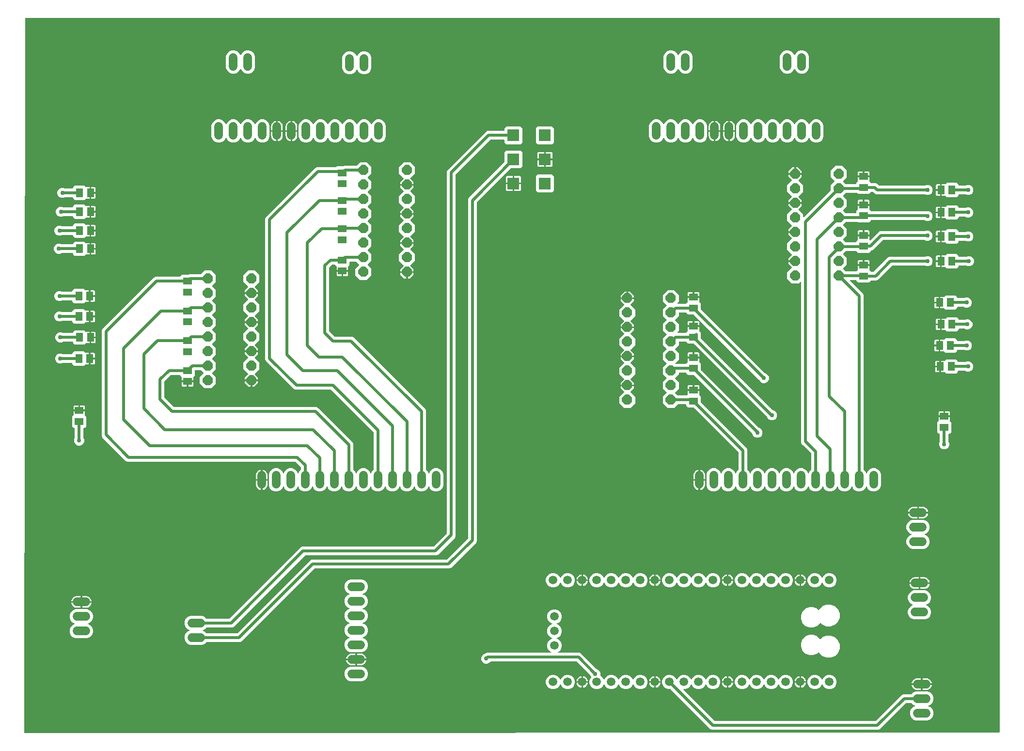
<source format=gbr>
G04 EAGLE Gerber RS-274X export*
G75*
%MOMM*%
%FSLAX34Y34*%
%LPD*%
%INBottom Copper*%
%IPPOS*%
%AMOC8*
5,1,8,0,0,1.08239X$1,22.5*%
G01*
%ADD10C,1.524000*%
%ADD11C,1.508000*%
%ADD12R,2.100000X2.100000*%
%ADD13R,1.500000X1.300000*%
%ADD14R,1.300000X1.500000*%
%ADD15C,1.508000*%
%ADD16P,1.924489X8X22.500000*%
%ADD17P,1.924489X8X202.500000*%
%ADD18C,0.508000*%
%ADD19C,0.756400*%

G36*
X2971347Y221734D02*
X2971347Y221734D01*
X2971366Y221737D01*
X2971385Y221735D01*
X2971487Y221757D01*
X2971589Y221774D01*
X2971607Y221783D01*
X2971626Y221787D01*
X2971715Y221841D01*
X2971807Y221889D01*
X2971820Y221904D01*
X2971837Y221914D01*
X2971904Y221992D01*
X2971976Y222068D01*
X2971984Y222086D01*
X2971997Y222101D01*
X2972036Y222197D01*
X2972079Y222291D01*
X2972081Y222310D01*
X2972089Y222329D01*
X2972107Y222495D01*
X2972107Y1469646D01*
X2972104Y1469666D01*
X2972106Y1469685D01*
X2972084Y1469787D01*
X2972068Y1469889D01*
X2972058Y1469906D01*
X2972054Y1469926D01*
X2972001Y1470015D01*
X2971952Y1470106D01*
X2971938Y1470120D01*
X2971928Y1470137D01*
X2971849Y1470204D01*
X2971774Y1470276D01*
X2971756Y1470284D01*
X2971741Y1470297D01*
X2971645Y1470336D01*
X2971551Y1470379D01*
X2971531Y1470381D01*
X2971513Y1470389D01*
X2971346Y1470407D01*
X1270242Y1470407D01*
X1270223Y1470404D01*
X1270204Y1470406D01*
X1270102Y1470384D01*
X1270000Y1470368D01*
X1269982Y1470358D01*
X1269963Y1470354D01*
X1269874Y1470301D01*
X1269782Y1470252D01*
X1269769Y1470238D01*
X1269752Y1470228D01*
X1269684Y1470149D01*
X1269613Y1470074D01*
X1269605Y1470056D01*
X1269592Y1470042D01*
X1269553Y1469945D01*
X1269509Y1469851D01*
X1269507Y1469832D01*
X1269500Y1469813D01*
X1269481Y1469647D01*
X1268234Y221243D01*
X1268238Y221223D01*
X1268235Y221203D01*
X1268257Y221102D01*
X1268274Y221001D01*
X1268284Y220982D01*
X1268288Y220962D01*
X1268341Y220874D01*
X1268389Y220783D01*
X1268404Y220769D01*
X1268414Y220751D01*
X1268492Y220684D01*
X1268567Y220614D01*
X1268586Y220605D01*
X1268601Y220591D01*
X1268697Y220553D01*
X1268790Y220510D01*
X1268810Y220507D01*
X1268829Y220500D01*
X1268996Y220481D01*
X2971347Y221734D01*
G37*
%LPC*%
G36*
X1705624Y642619D02*
X1705624Y642619D01*
X1700956Y644553D01*
X1697383Y648126D01*
X1695449Y652794D01*
X1695449Y673086D01*
X1697383Y677754D01*
X1700956Y681327D01*
X1705624Y683261D01*
X1710676Y683261D01*
X1715344Y681327D01*
X1718917Y677754D01*
X1720147Y674786D01*
X1720184Y674725D01*
X1720214Y674660D01*
X1720249Y674621D01*
X1720276Y674577D01*
X1720331Y674531D01*
X1720380Y674478D01*
X1720426Y674453D01*
X1720466Y674420D01*
X1720533Y674394D01*
X1720596Y674360D01*
X1720647Y674351D01*
X1720695Y674332D01*
X1720767Y674329D01*
X1720838Y674316D01*
X1720889Y674324D01*
X1720941Y674322D01*
X1721010Y674342D01*
X1721081Y674352D01*
X1721127Y674376D01*
X1721177Y674390D01*
X1721236Y674431D01*
X1721300Y674463D01*
X1721337Y674501D01*
X1721379Y674530D01*
X1721422Y674588D01*
X1721472Y674639D01*
X1721507Y674702D01*
X1721526Y674728D01*
X1721533Y674750D01*
X1721553Y674786D01*
X1722783Y677754D01*
X1726356Y681327D01*
X1731024Y683261D01*
X1736076Y683261D01*
X1740744Y681327D01*
X1744317Y677754D01*
X1745547Y674786D01*
X1745584Y674725D01*
X1745614Y674660D01*
X1745649Y674621D01*
X1745676Y674577D01*
X1745731Y674531D01*
X1745780Y674478D01*
X1745826Y674453D01*
X1745866Y674420D01*
X1745933Y674394D01*
X1745996Y674360D01*
X1746047Y674351D01*
X1746095Y674332D01*
X1746167Y674329D01*
X1746238Y674316D01*
X1746289Y674324D01*
X1746341Y674322D01*
X1746410Y674342D01*
X1746481Y674352D01*
X1746527Y674376D01*
X1746577Y674390D01*
X1746636Y674431D01*
X1746700Y674463D01*
X1746737Y674501D01*
X1746779Y674530D01*
X1746822Y674588D01*
X1746872Y674639D01*
X1746907Y674702D01*
X1746926Y674728D01*
X1746933Y674750D01*
X1746953Y674786D01*
X1748183Y677754D01*
X1751106Y680678D01*
X1751159Y680752D01*
X1751219Y680821D01*
X1751231Y680851D01*
X1751250Y680878D01*
X1751277Y680965D01*
X1751311Y681049D01*
X1751315Y681090D01*
X1751322Y681113D01*
X1751321Y681145D01*
X1751329Y681216D01*
X1751329Y684868D01*
X1751328Y684878D01*
X1751328Y684883D01*
X1751322Y684911D01*
X1751315Y684958D01*
X1751307Y685049D01*
X1751295Y685079D01*
X1751290Y685111D01*
X1751247Y685192D01*
X1751211Y685275D01*
X1751185Y685308D01*
X1751174Y685328D01*
X1751151Y685350D01*
X1751106Y685406D01*
X1742046Y694466D01*
X1741972Y694519D01*
X1741903Y694579D01*
X1741873Y694591D01*
X1741847Y694610D01*
X1741760Y694637D01*
X1741675Y694671D01*
X1741634Y694675D01*
X1741612Y694682D01*
X1741579Y694681D01*
X1741508Y694689D01*
X1448824Y694689D01*
X1446023Y695849D01*
X1404509Y737363D01*
X1403349Y740164D01*
X1403349Y923536D01*
X1404509Y926337D01*
X1494893Y1016721D01*
X1497694Y1017881D01*
X1539868Y1017881D01*
X1539888Y1017884D01*
X1539907Y1017882D01*
X1540009Y1017904D01*
X1540111Y1017920D01*
X1540128Y1017930D01*
X1540148Y1017934D01*
X1540237Y1017987D01*
X1540328Y1018036D01*
X1540342Y1018050D01*
X1540359Y1018060D01*
X1540426Y1018139D01*
X1540498Y1018214D01*
X1540506Y1018232D01*
X1540519Y1018247D01*
X1540558Y1018343D01*
X1540601Y1018437D01*
X1540603Y1018457D01*
X1540611Y1018475D01*
X1540629Y1018642D01*
X1540629Y1018865D01*
X1543605Y1021841D01*
X1554781Y1021841D01*
X1554846Y1021851D01*
X1554912Y1021852D01*
X1554992Y1021875D01*
X1555024Y1021880D01*
X1555041Y1021890D01*
X1555073Y1021899D01*
X1556164Y1022351D01*
X1576318Y1022351D01*
X1576408Y1022365D01*
X1576499Y1022373D01*
X1576529Y1022385D01*
X1576561Y1022390D01*
X1576641Y1022433D01*
X1576725Y1022469D01*
X1576757Y1022495D01*
X1576778Y1022506D01*
X1576800Y1022529D01*
X1576856Y1022574D01*
X1582983Y1028701D01*
X1594557Y1028701D01*
X1602741Y1020517D01*
X1602741Y1008943D01*
X1596366Y1002568D01*
X1596354Y1002552D01*
X1596339Y1002540D01*
X1596283Y1002452D01*
X1596222Y1002369D01*
X1596216Y1002350D01*
X1596206Y1002333D01*
X1596180Y1002232D01*
X1596150Y1002133D01*
X1596150Y1002114D01*
X1596146Y1002094D01*
X1596154Y1001991D01*
X1596156Y1001888D01*
X1596163Y1001869D01*
X1596165Y1001849D01*
X1596205Y1001754D01*
X1596241Y1001657D01*
X1596253Y1001641D01*
X1596261Y1001623D01*
X1596366Y1001492D01*
X1602741Y995117D01*
X1602741Y983543D01*
X1596366Y977168D01*
X1596354Y977152D01*
X1596339Y977140D01*
X1596283Y977052D01*
X1596222Y976969D01*
X1596216Y976950D01*
X1596206Y976933D01*
X1596180Y976832D01*
X1596150Y976733D01*
X1596150Y976714D01*
X1596146Y976694D01*
X1596154Y976591D01*
X1596156Y976488D01*
X1596163Y976469D01*
X1596165Y976449D01*
X1596205Y976354D01*
X1596241Y976257D01*
X1596253Y976241D01*
X1596261Y976223D01*
X1596366Y976092D01*
X1602741Y969717D01*
X1602741Y958143D01*
X1596366Y951768D01*
X1596354Y951752D01*
X1596339Y951740D01*
X1596283Y951652D01*
X1596222Y951569D01*
X1596216Y951550D01*
X1596206Y951533D01*
X1596180Y951432D01*
X1596150Y951333D01*
X1596150Y951314D01*
X1596146Y951294D01*
X1596154Y951191D01*
X1596156Y951088D01*
X1596163Y951069D01*
X1596165Y951049D01*
X1596205Y950954D01*
X1596241Y950857D01*
X1596253Y950841D01*
X1596261Y950823D01*
X1596366Y950692D01*
X1602741Y944317D01*
X1602741Y932743D01*
X1596366Y926368D01*
X1596354Y926352D01*
X1596339Y926340D01*
X1596283Y926252D01*
X1596222Y926169D01*
X1596216Y926150D01*
X1596206Y926133D01*
X1596180Y926032D01*
X1596150Y925933D01*
X1596150Y925914D01*
X1596146Y925894D01*
X1596154Y925791D01*
X1596156Y925688D01*
X1596163Y925669D01*
X1596165Y925649D01*
X1596205Y925554D01*
X1596241Y925457D01*
X1596253Y925441D01*
X1596261Y925423D01*
X1596366Y925292D01*
X1602741Y918917D01*
X1602741Y907343D01*
X1596366Y900968D01*
X1596354Y900952D01*
X1596339Y900940D01*
X1596283Y900852D01*
X1596222Y900769D01*
X1596216Y900750D01*
X1596206Y900733D01*
X1596180Y900632D01*
X1596150Y900533D01*
X1596150Y900514D01*
X1596146Y900494D01*
X1596154Y900391D01*
X1596156Y900288D01*
X1596163Y900269D01*
X1596165Y900249D01*
X1596205Y900154D01*
X1596241Y900057D01*
X1596253Y900041D01*
X1596261Y900023D01*
X1596366Y899892D01*
X1602741Y893517D01*
X1602741Y881943D01*
X1596366Y875568D01*
X1596354Y875552D01*
X1596339Y875540D01*
X1596283Y875452D01*
X1596222Y875369D01*
X1596216Y875350D01*
X1596206Y875333D01*
X1596180Y875232D01*
X1596150Y875133D01*
X1596150Y875114D01*
X1596146Y875094D01*
X1596154Y874991D01*
X1596156Y874888D01*
X1596163Y874869D01*
X1596165Y874849D01*
X1596205Y874754D01*
X1596241Y874657D01*
X1596253Y874641D01*
X1596261Y874623D01*
X1596366Y874492D01*
X1602741Y868117D01*
X1602741Y856543D01*
X1596366Y850168D01*
X1596354Y850152D01*
X1596339Y850140D01*
X1596283Y850052D01*
X1596222Y849969D01*
X1596216Y849950D01*
X1596206Y849933D01*
X1596180Y849832D01*
X1596150Y849733D01*
X1596150Y849714D01*
X1596146Y849694D01*
X1596154Y849591D01*
X1596156Y849488D01*
X1596163Y849469D01*
X1596165Y849449D01*
X1596205Y849354D01*
X1596241Y849257D01*
X1596253Y849241D01*
X1596261Y849223D01*
X1596366Y849092D01*
X1602741Y842717D01*
X1602741Y831143D01*
X1594557Y822959D01*
X1582983Y822959D01*
X1574799Y831143D01*
X1574799Y842717D01*
X1581174Y849092D01*
X1581186Y849108D01*
X1581201Y849120D01*
X1581257Y849208D01*
X1581318Y849291D01*
X1581324Y849310D01*
X1581334Y849327D01*
X1581360Y849428D01*
X1581390Y849527D01*
X1581390Y849546D01*
X1581394Y849566D01*
X1581386Y849669D01*
X1581384Y849772D01*
X1581377Y849791D01*
X1581375Y849811D01*
X1581335Y849906D01*
X1581299Y850003D01*
X1581287Y850019D01*
X1581279Y850037D01*
X1581174Y850168D01*
X1576856Y854486D01*
X1576782Y854539D01*
X1576713Y854599D01*
X1576683Y854611D01*
X1576656Y854630D01*
X1576569Y854657D01*
X1576485Y854691D01*
X1576444Y854695D01*
X1576421Y854702D01*
X1576389Y854701D01*
X1576318Y854709D01*
X1566552Y854709D01*
X1566532Y854706D01*
X1566513Y854708D01*
X1566411Y854686D01*
X1566309Y854670D01*
X1566292Y854660D01*
X1566272Y854656D01*
X1566183Y854603D01*
X1566092Y854554D01*
X1566078Y854540D01*
X1566061Y854530D01*
X1565994Y854451D01*
X1565922Y854376D01*
X1565914Y854358D01*
X1565901Y854343D01*
X1565862Y854247D01*
X1565819Y854153D01*
X1565817Y854133D01*
X1565809Y854115D01*
X1565791Y853948D01*
X1565791Y845445D01*
X1563346Y843001D01*
X1563306Y842946D01*
X1563259Y842897D01*
X1563235Y842846D01*
X1563202Y842801D01*
X1563182Y842736D01*
X1563153Y842675D01*
X1563146Y842619D01*
X1563130Y842566D01*
X1563132Y842498D01*
X1563123Y842431D01*
X1563135Y842353D01*
X1563136Y842320D01*
X1563143Y842300D01*
X1563149Y842265D01*
X1563251Y841884D01*
X1563251Y836573D01*
X1553972Y836573D01*
X1553952Y836570D01*
X1553933Y836572D01*
X1553831Y836550D01*
X1553729Y836533D01*
X1553712Y836524D01*
X1553692Y836520D01*
X1553603Y836467D01*
X1553512Y836418D01*
X1553498Y836404D01*
X1553481Y836394D01*
X1553414Y836315D01*
X1553343Y836240D01*
X1553334Y836222D01*
X1553321Y836207D01*
X1553282Y836111D01*
X1553239Y836017D01*
X1553237Y835997D01*
X1553229Y835979D01*
X1553211Y835812D01*
X1553211Y835049D01*
X1553209Y835049D01*
X1553209Y835812D01*
X1553206Y835832D01*
X1553208Y835851D01*
X1553186Y835953D01*
X1553169Y836055D01*
X1553160Y836072D01*
X1553156Y836092D01*
X1553103Y836181D01*
X1553054Y836272D01*
X1553040Y836286D01*
X1553030Y836303D01*
X1552951Y836370D01*
X1552876Y836441D01*
X1552858Y836450D01*
X1552843Y836463D01*
X1552747Y836502D01*
X1552653Y836545D01*
X1552633Y836547D01*
X1552615Y836555D01*
X1552448Y836573D01*
X1543169Y836573D01*
X1543169Y841884D01*
X1543271Y842265D01*
X1543278Y842333D01*
X1543295Y842398D01*
X1543290Y842454D01*
X1543296Y842510D01*
X1543281Y842576D01*
X1543275Y842643D01*
X1543253Y842695D01*
X1543241Y842750D01*
X1543206Y842807D01*
X1543179Y842870D01*
X1543130Y842931D01*
X1543112Y842959D01*
X1543096Y842973D01*
X1543074Y843001D01*
X1540629Y845445D01*
X1540629Y845668D01*
X1540626Y845688D01*
X1540628Y845707D01*
X1540606Y845809D01*
X1540590Y845911D01*
X1540580Y845928D01*
X1540576Y845948D01*
X1540523Y846037D01*
X1540474Y846128D01*
X1540460Y846142D01*
X1540450Y846159D01*
X1540371Y846226D01*
X1540296Y846298D01*
X1540278Y846306D01*
X1540263Y846319D01*
X1540167Y846358D01*
X1540073Y846401D01*
X1540053Y846403D01*
X1540035Y846411D01*
X1539868Y846429D01*
X1524272Y846429D01*
X1524182Y846415D01*
X1524091Y846407D01*
X1524061Y846395D01*
X1524029Y846390D01*
X1523948Y846347D01*
X1523865Y846311D01*
X1523832Y846285D01*
X1523812Y846274D01*
X1523790Y846251D01*
X1523734Y846206D01*
X1512794Y835266D01*
X1512741Y835192D01*
X1512681Y835123D01*
X1512669Y835093D01*
X1512650Y835067D01*
X1512623Y834980D01*
X1512589Y834895D01*
X1512585Y834854D01*
X1512578Y834832D01*
X1512579Y834799D01*
X1512571Y834728D01*
X1512571Y807382D01*
X1512572Y807372D01*
X1512572Y807366D01*
X1512578Y807335D01*
X1512585Y807292D01*
X1512593Y807201D01*
X1512605Y807171D01*
X1512610Y807139D01*
X1512653Y807058D01*
X1512689Y806975D01*
X1512715Y806942D01*
X1512726Y806922D01*
X1512749Y806900D01*
X1512794Y806844D01*
X1529474Y790164D01*
X1529548Y790111D01*
X1529617Y790051D01*
X1529647Y790039D01*
X1529673Y790020D01*
X1529760Y789993D01*
X1529845Y789959D01*
X1529886Y789955D01*
X1529908Y789948D01*
X1529941Y789949D01*
X1530012Y789941D01*
X1778246Y789941D01*
X1781047Y788781D01*
X1841611Y728217D01*
X1842771Y725416D01*
X1842771Y681216D01*
X1842785Y681126D01*
X1842793Y681035D01*
X1842805Y681005D01*
X1842810Y680973D01*
X1842853Y680893D01*
X1842889Y680809D01*
X1842915Y680777D01*
X1842926Y680756D01*
X1842949Y680734D01*
X1842994Y680678D01*
X1845917Y677754D01*
X1847147Y674786D01*
X1847185Y674725D01*
X1847214Y674660D01*
X1847249Y674621D01*
X1847276Y674577D01*
X1847332Y674531D01*
X1847380Y674478D01*
X1847426Y674453D01*
X1847466Y674420D01*
X1847533Y674394D01*
X1847596Y674360D01*
X1847647Y674351D01*
X1847695Y674332D01*
X1847767Y674329D01*
X1847838Y674316D01*
X1847889Y674324D01*
X1847941Y674322D01*
X1848010Y674341D01*
X1848081Y674352D01*
X1848127Y674376D01*
X1848177Y674390D01*
X1848236Y674431D01*
X1848300Y674463D01*
X1848337Y674501D01*
X1848379Y674530D01*
X1848422Y674588D01*
X1848472Y674639D01*
X1848507Y674702D01*
X1848526Y674728D01*
X1848533Y674750D01*
X1848553Y674786D01*
X1849783Y677754D01*
X1853356Y681327D01*
X1858024Y683261D01*
X1863076Y683261D01*
X1867744Y681327D01*
X1871317Y677754D01*
X1872547Y674786D01*
X1872585Y674725D01*
X1872614Y674660D01*
X1872649Y674621D01*
X1872676Y674577D01*
X1872732Y674531D01*
X1872780Y674478D01*
X1872826Y674453D01*
X1872866Y674420D01*
X1872933Y674394D01*
X1872996Y674360D01*
X1873047Y674351D01*
X1873095Y674332D01*
X1873167Y674329D01*
X1873238Y674316D01*
X1873289Y674324D01*
X1873341Y674322D01*
X1873410Y674341D01*
X1873481Y674352D01*
X1873527Y674376D01*
X1873577Y674390D01*
X1873636Y674431D01*
X1873700Y674463D01*
X1873737Y674501D01*
X1873779Y674530D01*
X1873822Y674588D01*
X1873872Y674639D01*
X1873907Y674702D01*
X1873926Y674728D01*
X1873933Y674750D01*
X1873953Y674786D01*
X1875183Y677754D01*
X1878106Y680678D01*
X1878159Y680752D01*
X1878219Y680821D01*
X1878231Y680851D01*
X1878250Y680878D01*
X1878277Y680965D01*
X1878311Y681049D01*
X1878315Y681090D01*
X1878322Y681113D01*
X1878321Y681145D01*
X1878329Y681216D01*
X1878329Y745828D01*
X1878315Y745918D01*
X1878307Y746009D01*
X1878295Y746039D01*
X1878290Y746071D01*
X1878247Y746152D01*
X1878211Y746235D01*
X1878185Y746268D01*
X1878174Y746288D01*
X1878151Y746310D01*
X1878106Y746366D01*
X1804276Y820196D01*
X1804202Y820249D01*
X1804133Y820309D01*
X1804103Y820321D01*
X1804077Y820340D01*
X1803990Y820367D01*
X1803905Y820401D01*
X1803864Y820405D01*
X1803842Y820412D01*
X1803809Y820411D01*
X1803738Y820419D01*
X1742194Y820419D01*
X1739393Y821579D01*
X1690259Y870713D01*
X1689099Y873514D01*
X1689099Y1119116D01*
X1690259Y1121917D01*
X1776528Y1208186D01*
X1779329Y1209346D01*
X1812075Y1209346D01*
X1812165Y1209360D01*
X1812256Y1209368D01*
X1812286Y1209380D01*
X1812318Y1209385D01*
X1812399Y1209428D01*
X1812482Y1209464D01*
X1812515Y1209490D01*
X1812535Y1209501D01*
X1812557Y1209524D01*
X1812613Y1209569D01*
X1814115Y1211071D01*
X1825291Y1211071D01*
X1825356Y1211081D01*
X1825422Y1211082D01*
X1825502Y1211105D01*
X1825534Y1211110D01*
X1825551Y1211120D01*
X1825583Y1211129D01*
X1826674Y1211581D01*
X1848098Y1211581D01*
X1848188Y1211595D01*
X1848279Y1211603D01*
X1848309Y1211615D01*
X1848341Y1211620D01*
X1848421Y1211663D01*
X1848505Y1211699D01*
X1848537Y1211725D01*
X1848558Y1211736D01*
X1848580Y1211759D01*
X1848636Y1211804D01*
X1854763Y1217931D01*
X1866337Y1217931D01*
X1874521Y1209747D01*
X1874521Y1198173D01*
X1868146Y1191798D01*
X1868134Y1191782D01*
X1868119Y1191770D01*
X1868063Y1191682D01*
X1868002Y1191599D01*
X1867996Y1191580D01*
X1867986Y1191563D01*
X1867960Y1191462D01*
X1867930Y1191363D01*
X1867930Y1191344D01*
X1867926Y1191324D01*
X1867934Y1191221D01*
X1867936Y1191118D01*
X1867943Y1191099D01*
X1867945Y1191079D01*
X1867985Y1190984D01*
X1868021Y1190887D01*
X1868033Y1190871D01*
X1868041Y1190853D01*
X1868146Y1190722D01*
X1874521Y1184347D01*
X1874521Y1172773D01*
X1868146Y1166398D01*
X1868134Y1166382D01*
X1868119Y1166370D01*
X1868063Y1166282D01*
X1868002Y1166199D01*
X1867996Y1166180D01*
X1867986Y1166163D01*
X1867960Y1166062D01*
X1867930Y1165963D01*
X1867930Y1165944D01*
X1867926Y1165924D01*
X1867934Y1165821D01*
X1867936Y1165718D01*
X1867943Y1165699D01*
X1867945Y1165679D01*
X1867985Y1165584D01*
X1868021Y1165487D01*
X1868033Y1165471D01*
X1868041Y1165453D01*
X1868146Y1165322D01*
X1874521Y1158947D01*
X1874521Y1147373D01*
X1868146Y1140998D01*
X1868134Y1140982D01*
X1868119Y1140970D01*
X1868063Y1140882D01*
X1868002Y1140799D01*
X1867996Y1140780D01*
X1867986Y1140763D01*
X1867960Y1140662D01*
X1867930Y1140563D01*
X1867930Y1140544D01*
X1867926Y1140524D01*
X1867934Y1140421D01*
X1867936Y1140318D01*
X1867943Y1140299D01*
X1867945Y1140279D01*
X1867985Y1140184D01*
X1868021Y1140087D01*
X1868033Y1140071D01*
X1868041Y1140053D01*
X1868146Y1139922D01*
X1874521Y1133547D01*
X1874521Y1121973D01*
X1868146Y1115598D01*
X1868134Y1115582D01*
X1868119Y1115570D01*
X1868063Y1115482D01*
X1868002Y1115399D01*
X1867996Y1115380D01*
X1867986Y1115363D01*
X1867960Y1115262D01*
X1867930Y1115163D01*
X1867930Y1115144D01*
X1867926Y1115124D01*
X1867934Y1115021D01*
X1867936Y1114918D01*
X1867943Y1114899D01*
X1867945Y1114879D01*
X1867985Y1114784D01*
X1868021Y1114687D01*
X1868033Y1114671D01*
X1868041Y1114653D01*
X1868146Y1114522D01*
X1874521Y1108147D01*
X1874521Y1096573D01*
X1868146Y1090198D01*
X1868134Y1090182D01*
X1868119Y1090170D01*
X1868063Y1090082D01*
X1868002Y1089999D01*
X1867996Y1089980D01*
X1867986Y1089963D01*
X1867960Y1089862D01*
X1867930Y1089763D01*
X1867930Y1089744D01*
X1867926Y1089724D01*
X1867934Y1089621D01*
X1867936Y1089518D01*
X1867943Y1089499D01*
X1867945Y1089479D01*
X1867985Y1089384D01*
X1868021Y1089287D01*
X1868033Y1089271D01*
X1868041Y1089253D01*
X1868146Y1089122D01*
X1874521Y1082747D01*
X1874521Y1071173D01*
X1868146Y1064798D01*
X1868134Y1064782D01*
X1868119Y1064770D01*
X1868063Y1064682D01*
X1868002Y1064599D01*
X1867996Y1064580D01*
X1867986Y1064563D01*
X1867960Y1064462D01*
X1867930Y1064363D01*
X1867930Y1064344D01*
X1867926Y1064324D01*
X1867934Y1064221D01*
X1867936Y1064118D01*
X1867943Y1064099D01*
X1867945Y1064079D01*
X1867985Y1063984D01*
X1868021Y1063887D01*
X1868033Y1063871D01*
X1868041Y1063853D01*
X1868146Y1063722D01*
X1874521Y1057347D01*
X1874521Y1045773D01*
X1868146Y1039398D01*
X1868134Y1039382D01*
X1868119Y1039370D01*
X1868063Y1039282D01*
X1868002Y1039199D01*
X1867996Y1039180D01*
X1867986Y1039163D01*
X1867960Y1039062D01*
X1867930Y1038963D01*
X1867930Y1038944D01*
X1867926Y1038924D01*
X1867934Y1038821D01*
X1867936Y1038718D01*
X1867943Y1038699D01*
X1867945Y1038679D01*
X1867985Y1038584D01*
X1868021Y1038487D01*
X1868033Y1038471D01*
X1868041Y1038453D01*
X1868146Y1038322D01*
X1874521Y1031947D01*
X1874521Y1020373D01*
X1866337Y1012189D01*
X1854763Y1012189D01*
X1846579Y1020373D01*
X1846579Y1031947D01*
X1852954Y1038322D01*
X1852966Y1038338D01*
X1852981Y1038350D01*
X1853037Y1038438D01*
X1853098Y1038521D01*
X1853104Y1038540D01*
X1853114Y1038557D01*
X1853140Y1038658D01*
X1853170Y1038757D01*
X1853170Y1038776D01*
X1853174Y1038796D01*
X1853166Y1038899D01*
X1853164Y1039002D01*
X1853157Y1039021D01*
X1853155Y1039041D01*
X1853115Y1039136D01*
X1853079Y1039233D01*
X1853067Y1039249D01*
X1853059Y1039267D01*
X1852954Y1039398D01*
X1848636Y1043716D01*
X1848562Y1043769D01*
X1848493Y1043829D01*
X1848463Y1043841D01*
X1848436Y1043860D01*
X1848349Y1043887D01*
X1848265Y1043921D01*
X1848224Y1043925D01*
X1848201Y1043932D01*
X1848169Y1043931D01*
X1848098Y1043939D01*
X1837062Y1043939D01*
X1837042Y1043936D01*
X1837023Y1043938D01*
X1836921Y1043916D01*
X1836819Y1043900D01*
X1836802Y1043890D01*
X1836782Y1043886D01*
X1836693Y1043833D01*
X1836602Y1043784D01*
X1836588Y1043770D01*
X1836571Y1043760D01*
X1836504Y1043681D01*
X1836432Y1043606D01*
X1836424Y1043588D01*
X1836411Y1043573D01*
X1836372Y1043477D01*
X1836329Y1043383D01*
X1836327Y1043363D01*
X1836319Y1043345D01*
X1836301Y1043178D01*
X1836301Y1038485D01*
X1833856Y1036041D01*
X1833816Y1035986D01*
X1833769Y1035937D01*
X1833745Y1035886D01*
X1833712Y1035841D01*
X1833692Y1035776D01*
X1833663Y1035715D01*
X1833656Y1035659D01*
X1833640Y1035606D01*
X1833642Y1035538D01*
X1833633Y1035471D01*
X1833645Y1035393D01*
X1833646Y1035360D01*
X1833653Y1035340D01*
X1833659Y1035305D01*
X1833761Y1034924D01*
X1833761Y1029613D01*
X1824482Y1029613D01*
X1824462Y1029610D01*
X1824443Y1029612D01*
X1824341Y1029590D01*
X1824239Y1029573D01*
X1824222Y1029564D01*
X1824202Y1029560D01*
X1824113Y1029507D01*
X1824022Y1029458D01*
X1824008Y1029444D01*
X1823991Y1029434D01*
X1823924Y1029355D01*
X1823853Y1029280D01*
X1823844Y1029262D01*
X1823831Y1029247D01*
X1823792Y1029151D01*
X1823749Y1029057D01*
X1823747Y1029037D01*
X1823739Y1029019D01*
X1823721Y1028852D01*
X1823721Y1028089D01*
X1823719Y1028089D01*
X1823719Y1028852D01*
X1823716Y1028872D01*
X1823718Y1028891D01*
X1823696Y1028993D01*
X1823679Y1029095D01*
X1823670Y1029112D01*
X1823666Y1029132D01*
X1823613Y1029221D01*
X1823564Y1029312D01*
X1823550Y1029326D01*
X1823540Y1029343D01*
X1823461Y1029410D01*
X1823386Y1029481D01*
X1823368Y1029490D01*
X1823353Y1029503D01*
X1823257Y1029542D01*
X1823163Y1029585D01*
X1823143Y1029587D01*
X1823125Y1029595D01*
X1822958Y1029613D01*
X1813679Y1029613D01*
X1813679Y1034924D01*
X1813781Y1035305D01*
X1813788Y1035373D01*
X1813805Y1035438D01*
X1813800Y1035494D01*
X1813806Y1035550D01*
X1813791Y1035616D01*
X1813785Y1035683D01*
X1813763Y1035735D01*
X1813751Y1035790D01*
X1813716Y1035847D01*
X1813689Y1035910D01*
X1813640Y1035971D01*
X1813622Y1035999D01*
X1813606Y1036013D01*
X1813584Y1036041D01*
X1811139Y1038485D01*
X1811139Y1038708D01*
X1811136Y1038728D01*
X1811138Y1038747D01*
X1811116Y1038849D01*
X1811100Y1038951D01*
X1811090Y1038968D01*
X1811086Y1038988D01*
X1811033Y1039077D01*
X1810984Y1039168D01*
X1810970Y1039182D01*
X1810960Y1039199D01*
X1810881Y1039266D01*
X1810806Y1039338D01*
X1810788Y1039346D01*
X1810773Y1039359D01*
X1810677Y1039398D01*
X1810583Y1039441D01*
X1810563Y1039443D01*
X1810545Y1039451D01*
X1810378Y1039469D01*
X1806212Y1039469D01*
X1806122Y1039455D01*
X1806031Y1039447D01*
X1806001Y1039435D01*
X1805969Y1039430D01*
X1805888Y1039387D01*
X1805805Y1039351D01*
X1805772Y1039325D01*
X1805752Y1039314D01*
X1805730Y1039291D01*
X1805674Y1039246D01*
X1801084Y1034656D01*
X1801031Y1034582D01*
X1800971Y1034513D01*
X1800959Y1034483D01*
X1800940Y1034457D01*
X1800913Y1034370D01*
X1800879Y1034285D01*
X1800875Y1034244D01*
X1800868Y1034222D01*
X1800869Y1034189D01*
X1800861Y1034118D01*
X1800861Y922952D01*
X1800875Y922862D01*
X1800883Y922771D01*
X1800895Y922741D01*
X1800900Y922709D01*
X1800943Y922628D01*
X1800979Y922545D01*
X1801005Y922512D01*
X1801016Y922492D01*
X1801039Y922470D01*
X1801084Y922414D01*
X1810144Y913354D01*
X1810218Y913301D01*
X1810287Y913241D01*
X1810317Y913229D01*
X1810343Y913210D01*
X1810430Y913183D01*
X1810515Y913149D01*
X1810556Y913145D01*
X1810578Y913138D01*
X1810611Y913139D01*
X1810682Y913131D01*
X1840476Y913131D01*
X1843277Y911971D01*
X1968611Y786637D01*
X1969771Y783836D01*
X1969771Y681216D01*
X1969785Y681126D01*
X1969793Y681035D01*
X1969805Y681005D01*
X1969810Y680973D01*
X1969853Y680893D01*
X1969889Y680809D01*
X1969915Y680777D01*
X1969926Y680756D01*
X1969949Y680734D01*
X1969994Y680678D01*
X1972917Y677754D01*
X1974147Y674786D01*
X1974185Y674725D01*
X1974214Y674660D01*
X1974249Y674621D01*
X1974276Y674577D01*
X1974332Y674531D01*
X1974380Y674478D01*
X1974426Y674453D01*
X1974466Y674420D01*
X1974533Y674394D01*
X1974596Y674360D01*
X1974647Y674351D01*
X1974695Y674332D01*
X1974767Y674329D01*
X1974838Y674316D01*
X1974889Y674324D01*
X1974941Y674322D01*
X1975010Y674341D01*
X1975081Y674352D01*
X1975127Y674376D01*
X1975177Y674390D01*
X1975236Y674431D01*
X1975300Y674463D01*
X1975337Y674501D01*
X1975379Y674530D01*
X1975422Y674588D01*
X1975472Y674639D01*
X1975507Y674702D01*
X1975526Y674728D01*
X1975533Y674750D01*
X1975553Y674786D01*
X1976783Y677754D01*
X1980356Y681327D01*
X1985024Y683261D01*
X1990076Y683261D01*
X1994744Y681327D01*
X1998317Y677754D01*
X2000251Y673086D01*
X2000251Y652794D01*
X1998317Y648126D01*
X1994744Y644553D01*
X1990076Y642619D01*
X1985024Y642619D01*
X1980356Y644553D01*
X1976783Y648126D01*
X1975553Y651094D01*
X1975515Y651155D01*
X1975486Y651220D01*
X1975451Y651259D01*
X1975424Y651303D01*
X1975368Y651349D01*
X1975320Y651402D01*
X1975274Y651427D01*
X1975234Y651460D01*
X1975167Y651486D01*
X1975104Y651520D01*
X1975053Y651529D01*
X1975005Y651548D01*
X1974933Y651551D01*
X1974862Y651564D01*
X1974811Y651556D01*
X1974759Y651558D01*
X1974690Y651539D01*
X1974619Y651528D01*
X1974573Y651504D01*
X1974523Y651490D01*
X1974464Y651449D01*
X1974400Y651417D01*
X1974363Y651379D01*
X1974321Y651350D01*
X1974278Y651292D01*
X1974228Y651241D01*
X1974193Y651178D01*
X1974174Y651152D01*
X1974167Y651130D01*
X1974147Y651094D01*
X1972917Y648126D01*
X1969344Y644553D01*
X1964676Y642619D01*
X1959624Y642619D01*
X1954956Y644553D01*
X1951383Y648126D01*
X1950153Y651094D01*
X1950115Y651155D01*
X1950086Y651220D01*
X1950051Y651259D01*
X1950024Y651303D01*
X1949968Y651349D01*
X1949920Y651402D01*
X1949874Y651427D01*
X1949834Y651460D01*
X1949767Y651486D01*
X1949704Y651520D01*
X1949653Y651529D01*
X1949605Y651548D01*
X1949533Y651551D01*
X1949462Y651564D01*
X1949411Y651556D01*
X1949359Y651558D01*
X1949290Y651539D01*
X1949219Y651528D01*
X1949173Y651504D01*
X1949123Y651490D01*
X1949064Y651449D01*
X1949000Y651417D01*
X1948963Y651379D01*
X1948921Y651350D01*
X1948878Y651292D01*
X1948828Y651241D01*
X1948793Y651178D01*
X1948774Y651152D01*
X1948767Y651130D01*
X1948747Y651094D01*
X1947517Y648126D01*
X1943944Y644553D01*
X1939276Y642619D01*
X1934224Y642619D01*
X1929556Y644553D01*
X1925983Y648126D01*
X1924753Y651094D01*
X1924715Y651155D01*
X1924686Y651220D01*
X1924651Y651259D01*
X1924624Y651303D01*
X1924568Y651349D01*
X1924520Y651402D01*
X1924474Y651427D01*
X1924434Y651460D01*
X1924367Y651486D01*
X1924304Y651520D01*
X1924253Y651529D01*
X1924205Y651548D01*
X1924133Y651551D01*
X1924062Y651564D01*
X1924011Y651556D01*
X1923959Y651558D01*
X1923890Y651539D01*
X1923819Y651528D01*
X1923773Y651504D01*
X1923723Y651490D01*
X1923664Y651449D01*
X1923600Y651417D01*
X1923563Y651379D01*
X1923521Y651350D01*
X1923478Y651292D01*
X1923428Y651241D01*
X1923393Y651178D01*
X1923374Y651152D01*
X1923367Y651130D01*
X1923347Y651094D01*
X1922117Y648126D01*
X1918544Y644553D01*
X1913876Y642619D01*
X1908824Y642619D01*
X1904156Y644553D01*
X1900583Y648126D01*
X1899353Y651094D01*
X1899315Y651155D01*
X1899286Y651220D01*
X1899251Y651259D01*
X1899224Y651303D01*
X1899168Y651349D01*
X1899120Y651402D01*
X1899074Y651427D01*
X1899034Y651460D01*
X1898967Y651486D01*
X1898904Y651520D01*
X1898853Y651529D01*
X1898805Y651548D01*
X1898733Y651551D01*
X1898662Y651564D01*
X1898611Y651556D01*
X1898559Y651558D01*
X1898490Y651539D01*
X1898419Y651528D01*
X1898373Y651504D01*
X1898323Y651490D01*
X1898264Y651449D01*
X1898200Y651417D01*
X1898163Y651379D01*
X1898121Y651350D01*
X1898078Y651292D01*
X1898028Y651241D01*
X1897993Y651178D01*
X1897974Y651152D01*
X1897967Y651130D01*
X1897947Y651094D01*
X1896717Y648126D01*
X1893144Y644553D01*
X1888476Y642619D01*
X1883424Y642619D01*
X1878756Y644553D01*
X1875183Y648126D01*
X1873953Y651094D01*
X1873915Y651155D01*
X1873886Y651220D01*
X1873851Y651259D01*
X1873824Y651303D01*
X1873768Y651349D01*
X1873720Y651402D01*
X1873674Y651427D01*
X1873634Y651460D01*
X1873567Y651486D01*
X1873504Y651520D01*
X1873453Y651529D01*
X1873405Y651548D01*
X1873333Y651551D01*
X1873262Y651564D01*
X1873211Y651556D01*
X1873159Y651558D01*
X1873090Y651539D01*
X1873019Y651528D01*
X1872973Y651504D01*
X1872923Y651490D01*
X1872864Y651449D01*
X1872800Y651417D01*
X1872763Y651379D01*
X1872721Y651350D01*
X1872678Y651292D01*
X1872628Y651241D01*
X1872593Y651178D01*
X1872574Y651152D01*
X1872567Y651130D01*
X1872547Y651094D01*
X1871317Y648126D01*
X1867744Y644553D01*
X1863076Y642619D01*
X1858024Y642619D01*
X1853356Y644553D01*
X1849783Y648126D01*
X1848553Y651094D01*
X1848515Y651155D01*
X1848486Y651220D01*
X1848451Y651259D01*
X1848424Y651303D01*
X1848368Y651349D01*
X1848320Y651402D01*
X1848274Y651427D01*
X1848234Y651460D01*
X1848167Y651486D01*
X1848104Y651520D01*
X1848053Y651529D01*
X1848005Y651548D01*
X1847933Y651551D01*
X1847862Y651564D01*
X1847811Y651556D01*
X1847759Y651558D01*
X1847690Y651539D01*
X1847619Y651528D01*
X1847573Y651504D01*
X1847523Y651490D01*
X1847464Y651449D01*
X1847400Y651417D01*
X1847363Y651379D01*
X1847321Y651350D01*
X1847278Y651292D01*
X1847228Y651241D01*
X1847193Y651178D01*
X1847174Y651152D01*
X1847167Y651130D01*
X1847147Y651094D01*
X1845917Y648126D01*
X1842344Y644553D01*
X1837676Y642619D01*
X1832624Y642619D01*
X1827956Y644553D01*
X1824383Y648126D01*
X1823153Y651094D01*
X1823115Y651155D01*
X1823086Y651220D01*
X1823051Y651259D01*
X1823024Y651303D01*
X1822968Y651349D01*
X1822920Y651402D01*
X1822874Y651427D01*
X1822834Y651460D01*
X1822767Y651486D01*
X1822704Y651520D01*
X1822653Y651529D01*
X1822605Y651548D01*
X1822533Y651551D01*
X1822462Y651564D01*
X1822411Y651556D01*
X1822359Y651558D01*
X1822290Y651539D01*
X1822219Y651528D01*
X1822173Y651504D01*
X1822123Y651490D01*
X1822064Y651449D01*
X1822000Y651417D01*
X1821963Y651379D01*
X1821921Y651350D01*
X1821878Y651292D01*
X1821828Y651241D01*
X1821793Y651178D01*
X1821774Y651152D01*
X1821767Y651130D01*
X1821747Y651094D01*
X1820517Y648126D01*
X1816944Y644553D01*
X1812276Y642619D01*
X1807224Y642619D01*
X1802556Y644553D01*
X1798983Y648126D01*
X1797753Y651094D01*
X1797715Y651155D01*
X1797686Y651220D01*
X1797651Y651259D01*
X1797624Y651303D01*
X1797568Y651349D01*
X1797520Y651402D01*
X1797474Y651427D01*
X1797434Y651460D01*
X1797367Y651486D01*
X1797304Y651520D01*
X1797253Y651529D01*
X1797205Y651548D01*
X1797133Y651551D01*
X1797062Y651564D01*
X1797011Y651556D01*
X1796959Y651558D01*
X1796890Y651539D01*
X1796819Y651528D01*
X1796773Y651504D01*
X1796723Y651490D01*
X1796664Y651449D01*
X1796600Y651417D01*
X1796563Y651379D01*
X1796521Y651350D01*
X1796478Y651292D01*
X1796428Y651241D01*
X1796393Y651178D01*
X1796374Y651152D01*
X1796367Y651130D01*
X1796347Y651094D01*
X1795117Y648126D01*
X1791544Y644553D01*
X1786876Y642619D01*
X1781824Y642619D01*
X1777156Y644553D01*
X1773583Y648126D01*
X1772353Y651094D01*
X1772316Y651155D01*
X1772286Y651220D01*
X1772251Y651259D01*
X1772224Y651303D01*
X1772169Y651349D01*
X1772120Y651402D01*
X1772074Y651427D01*
X1772034Y651460D01*
X1771967Y651486D01*
X1771904Y651520D01*
X1771853Y651529D01*
X1771805Y651548D01*
X1771733Y651551D01*
X1771662Y651564D01*
X1771611Y651556D01*
X1771559Y651558D01*
X1771490Y651538D01*
X1771419Y651528D01*
X1771373Y651504D01*
X1771323Y651490D01*
X1771264Y651449D01*
X1771200Y651417D01*
X1771163Y651379D01*
X1771121Y651350D01*
X1771078Y651292D01*
X1771028Y651241D01*
X1770993Y651178D01*
X1770974Y651152D01*
X1770967Y651130D01*
X1770947Y651094D01*
X1769717Y648126D01*
X1766144Y644553D01*
X1761476Y642619D01*
X1756424Y642619D01*
X1751756Y644553D01*
X1748183Y648126D01*
X1746953Y651094D01*
X1746915Y651155D01*
X1746886Y651220D01*
X1746851Y651259D01*
X1746824Y651303D01*
X1746768Y651349D01*
X1746720Y651402D01*
X1746674Y651427D01*
X1746634Y651460D01*
X1746567Y651486D01*
X1746504Y651520D01*
X1746453Y651529D01*
X1746405Y651548D01*
X1746333Y651551D01*
X1746262Y651564D01*
X1746211Y651556D01*
X1746159Y651558D01*
X1746090Y651538D01*
X1746019Y651528D01*
X1745973Y651504D01*
X1745923Y651490D01*
X1745864Y651449D01*
X1745800Y651417D01*
X1745763Y651379D01*
X1745721Y651350D01*
X1745678Y651292D01*
X1745628Y651241D01*
X1745593Y651178D01*
X1745574Y651152D01*
X1745567Y651130D01*
X1745547Y651094D01*
X1744317Y648126D01*
X1740744Y644553D01*
X1736076Y642619D01*
X1731024Y642619D01*
X1726356Y644553D01*
X1722783Y648126D01*
X1721553Y651094D01*
X1721515Y651155D01*
X1721486Y651220D01*
X1721451Y651259D01*
X1721424Y651303D01*
X1721368Y651349D01*
X1721320Y651402D01*
X1721274Y651427D01*
X1721234Y651460D01*
X1721167Y651486D01*
X1721104Y651520D01*
X1721053Y651529D01*
X1721005Y651548D01*
X1720933Y651551D01*
X1720862Y651564D01*
X1720811Y651556D01*
X1720759Y651558D01*
X1720690Y651538D01*
X1720619Y651528D01*
X1720573Y651504D01*
X1720523Y651490D01*
X1720464Y651449D01*
X1720400Y651417D01*
X1720363Y651379D01*
X1720321Y651350D01*
X1720278Y651292D01*
X1720228Y651241D01*
X1720193Y651178D01*
X1720174Y651152D01*
X1720167Y651130D01*
X1720147Y651094D01*
X1718917Y648126D01*
X1715344Y644553D01*
X1710676Y642619D01*
X1705624Y642619D01*
G37*
%LPD*%
%LPC*%
G36*
X2470164Y642619D02*
X2470164Y642619D01*
X2465496Y644553D01*
X2461923Y648126D01*
X2459989Y652794D01*
X2459989Y673086D01*
X2461923Y677754D01*
X2465496Y681327D01*
X2470164Y683261D01*
X2475216Y683261D01*
X2479884Y681327D01*
X2483457Y677754D01*
X2484687Y674786D01*
X2484724Y674725D01*
X2484754Y674660D01*
X2484789Y674621D01*
X2484816Y674577D01*
X2484871Y674531D01*
X2484920Y674478D01*
X2484966Y674453D01*
X2485006Y674420D01*
X2485073Y674394D01*
X2485136Y674360D01*
X2485187Y674351D01*
X2485235Y674332D01*
X2485307Y674329D01*
X2485378Y674316D01*
X2485429Y674324D01*
X2485481Y674322D01*
X2485550Y674342D01*
X2485621Y674352D01*
X2485667Y674376D01*
X2485717Y674390D01*
X2485776Y674431D01*
X2485840Y674463D01*
X2485877Y674501D01*
X2485919Y674530D01*
X2485962Y674588D01*
X2486012Y674639D01*
X2486047Y674702D01*
X2486066Y674728D01*
X2486073Y674750D01*
X2486093Y674786D01*
X2487323Y677754D01*
X2490896Y681327D01*
X2495564Y683261D01*
X2500616Y683261D01*
X2505284Y681327D01*
X2508857Y677754D01*
X2510087Y674786D01*
X2510124Y674725D01*
X2510154Y674660D01*
X2510189Y674621D01*
X2510216Y674577D01*
X2510271Y674531D01*
X2510320Y674478D01*
X2510366Y674453D01*
X2510406Y674420D01*
X2510473Y674394D01*
X2510536Y674360D01*
X2510587Y674351D01*
X2510635Y674332D01*
X2510707Y674329D01*
X2510778Y674316D01*
X2510829Y674324D01*
X2510881Y674322D01*
X2510950Y674342D01*
X2511021Y674352D01*
X2511067Y674376D01*
X2511117Y674390D01*
X2511176Y674431D01*
X2511240Y674463D01*
X2511277Y674501D01*
X2511319Y674530D01*
X2511362Y674588D01*
X2511412Y674639D01*
X2511447Y674702D01*
X2511466Y674728D01*
X2511473Y674750D01*
X2511493Y674786D01*
X2512723Y677754D01*
X2515646Y680678D01*
X2515699Y680752D01*
X2515759Y680821D01*
X2515771Y680851D01*
X2515790Y680878D01*
X2515817Y680965D01*
X2515851Y681049D01*
X2515855Y681090D01*
X2515862Y681113D01*
X2515861Y681145D01*
X2515869Y681216D01*
X2515869Y710928D01*
X2515855Y711018D01*
X2515847Y711109D01*
X2515835Y711139D01*
X2515830Y711171D01*
X2515787Y711252D01*
X2515751Y711335D01*
X2515725Y711368D01*
X2515714Y711388D01*
X2515691Y711410D01*
X2515646Y711466D01*
X2438156Y788956D01*
X2438082Y789009D01*
X2438013Y789069D01*
X2437983Y789081D01*
X2437957Y789100D01*
X2437870Y789127D01*
X2437785Y789161D01*
X2437744Y789165D01*
X2437722Y789172D01*
X2437689Y789171D01*
X2437618Y789179D01*
X2427525Y789179D01*
X2424549Y792155D01*
X2424549Y794258D01*
X2424546Y794278D01*
X2424548Y794297D01*
X2424526Y794399D01*
X2424510Y794501D01*
X2424500Y794518D01*
X2424496Y794538D01*
X2424443Y794627D01*
X2424394Y794718D01*
X2424380Y794732D01*
X2424370Y794749D01*
X2424291Y794816D01*
X2424216Y794888D01*
X2424198Y794896D01*
X2424183Y794909D01*
X2424087Y794948D01*
X2423993Y794991D01*
X2423973Y794993D01*
X2423955Y795001D01*
X2423788Y795019D01*
X2410212Y795019D01*
X2410122Y795005D01*
X2410031Y794997D01*
X2410001Y794985D01*
X2409969Y794980D01*
X2409889Y794937D01*
X2409805Y794901D01*
X2409773Y794875D01*
X2409752Y794864D01*
X2409730Y794841D01*
X2409674Y794796D01*
X2403547Y788669D01*
X2391973Y788669D01*
X2383789Y796853D01*
X2383789Y808427D01*
X2390164Y814802D01*
X2390176Y814818D01*
X2390191Y814830D01*
X2390247Y814918D01*
X2390308Y815001D01*
X2390314Y815020D01*
X2390324Y815037D01*
X2390350Y815138D01*
X2390380Y815237D01*
X2390380Y815256D01*
X2390384Y815276D01*
X2390376Y815379D01*
X2390374Y815482D01*
X2390367Y815501D01*
X2390365Y815521D01*
X2390325Y815616D01*
X2390289Y815713D01*
X2390277Y815729D01*
X2390269Y815747D01*
X2390164Y815878D01*
X2383789Y822253D01*
X2383789Y833827D01*
X2390164Y840202D01*
X2390176Y840218D01*
X2390191Y840230D01*
X2390247Y840318D01*
X2390308Y840401D01*
X2390314Y840420D01*
X2390324Y840437D01*
X2390350Y840538D01*
X2390380Y840637D01*
X2390380Y840656D01*
X2390384Y840676D01*
X2390376Y840779D01*
X2390374Y840882D01*
X2390367Y840901D01*
X2390365Y840921D01*
X2390325Y841016D01*
X2390289Y841113D01*
X2390277Y841129D01*
X2390269Y841147D01*
X2390164Y841278D01*
X2383789Y847653D01*
X2383789Y859227D01*
X2390164Y865602D01*
X2390176Y865618D01*
X2390191Y865630D01*
X2390247Y865718D01*
X2390308Y865801D01*
X2390314Y865820D01*
X2390324Y865837D01*
X2390350Y865938D01*
X2390380Y866037D01*
X2390380Y866056D01*
X2390384Y866076D01*
X2390376Y866179D01*
X2390374Y866282D01*
X2390367Y866301D01*
X2390365Y866321D01*
X2390325Y866416D01*
X2390289Y866513D01*
X2390277Y866529D01*
X2390269Y866547D01*
X2390164Y866678D01*
X2383789Y873053D01*
X2383789Y884627D01*
X2390164Y891002D01*
X2390176Y891018D01*
X2390191Y891030D01*
X2390247Y891118D01*
X2390308Y891201D01*
X2390314Y891220D01*
X2390324Y891237D01*
X2390350Y891338D01*
X2390380Y891437D01*
X2390380Y891456D01*
X2390384Y891476D01*
X2390376Y891579D01*
X2390374Y891682D01*
X2390367Y891701D01*
X2390365Y891721D01*
X2390325Y891816D01*
X2390289Y891913D01*
X2390277Y891929D01*
X2390269Y891947D01*
X2390164Y892078D01*
X2383789Y898453D01*
X2383789Y910027D01*
X2390164Y916402D01*
X2390176Y916418D01*
X2390191Y916430D01*
X2390247Y916518D01*
X2390308Y916601D01*
X2390314Y916620D01*
X2390324Y916637D01*
X2390350Y916738D01*
X2390380Y916837D01*
X2390380Y916856D01*
X2390384Y916876D01*
X2390376Y916979D01*
X2390374Y917082D01*
X2390367Y917101D01*
X2390365Y917121D01*
X2390325Y917216D01*
X2390289Y917313D01*
X2390277Y917329D01*
X2390269Y917347D01*
X2390164Y917478D01*
X2383789Y923853D01*
X2383789Y935427D01*
X2390164Y941802D01*
X2390176Y941818D01*
X2390191Y941830D01*
X2390247Y941918D01*
X2390308Y942001D01*
X2390314Y942020D01*
X2390324Y942037D01*
X2390350Y942138D01*
X2390380Y942237D01*
X2390380Y942256D01*
X2390384Y942276D01*
X2390376Y942379D01*
X2390374Y942482D01*
X2390367Y942501D01*
X2390365Y942521D01*
X2390325Y942616D01*
X2390289Y942713D01*
X2390277Y942729D01*
X2390269Y942747D01*
X2390164Y942878D01*
X2383789Y949253D01*
X2383789Y960827D01*
X2390164Y967202D01*
X2390176Y967218D01*
X2390191Y967230D01*
X2390247Y967318D01*
X2390308Y967401D01*
X2390314Y967420D01*
X2390324Y967437D01*
X2390350Y967538D01*
X2390380Y967637D01*
X2390380Y967656D01*
X2390384Y967676D01*
X2390376Y967779D01*
X2390374Y967882D01*
X2390367Y967901D01*
X2390365Y967921D01*
X2390325Y968016D01*
X2390289Y968113D01*
X2390277Y968129D01*
X2390269Y968147D01*
X2390164Y968278D01*
X2383789Y974653D01*
X2383789Y986227D01*
X2391973Y994411D01*
X2403547Y994411D01*
X2411731Y986227D01*
X2411731Y974653D01*
X2409318Y972240D01*
X2409276Y972182D01*
X2409227Y972130D01*
X2409205Y972083D01*
X2409174Y972041D01*
X2409153Y971972D01*
X2409123Y971907D01*
X2409117Y971855D01*
X2409102Y971805D01*
X2409104Y971734D01*
X2409096Y971663D01*
X2409107Y971612D01*
X2409108Y971560D01*
X2409133Y971492D01*
X2409148Y971422D01*
X2409175Y971377D01*
X2409193Y971329D01*
X2409238Y971273D01*
X2409274Y971211D01*
X2409314Y971177D01*
X2409346Y971137D01*
X2409407Y971098D01*
X2409461Y971051D01*
X2409510Y971032D01*
X2409553Y971004D01*
X2409623Y970986D01*
X2409689Y970959D01*
X2409761Y970951D01*
X2409792Y970943D01*
X2409815Y970945D01*
X2409856Y970941D01*
X2423788Y970941D01*
X2423808Y970944D01*
X2423827Y970942D01*
X2423929Y970964D01*
X2424031Y970980D01*
X2424048Y970990D01*
X2424068Y970994D01*
X2424157Y971047D01*
X2424248Y971096D01*
X2424262Y971110D01*
X2424279Y971120D01*
X2424346Y971199D01*
X2424418Y971274D01*
X2424426Y971292D01*
X2424439Y971307D01*
X2424478Y971403D01*
X2424521Y971497D01*
X2424523Y971517D01*
X2424531Y971535D01*
X2424549Y971702D01*
X2424549Y971925D01*
X2426994Y974369D01*
X2427034Y974424D01*
X2427081Y974473D01*
X2427105Y974524D01*
X2427138Y974569D01*
X2427158Y974634D01*
X2427187Y974695D01*
X2427194Y974751D01*
X2427210Y974804D01*
X2427208Y974872D01*
X2427217Y974939D01*
X2427205Y975017D01*
X2427204Y975050D01*
X2427197Y975070D01*
X2427191Y975105D01*
X2427089Y975486D01*
X2427089Y980797D01*
X2436368Y980797D01*
X2436388Y980800D01*
X2436407Y980798D01*
X2436509Y980820D01*
X2436611Y980837D01*
X2436628Y980846D01*
X2436648Y980850D01*
X2436737Y980903D01*
X2436828Y980952D01*
X2436842Y980966D01*
X2436859Y980976D01*
X2436926Y981055D01*
X2436997Y981130D01*
X2437006Y981148D01*
X2437019Y981163D01*
X2437058Y981259D01*
X2437101Y981353D01*
X2437103Y981373D01*
X2437111Y981391D01*
X2437129Y981558D01*
X2437129Y982321D01*
X2437131Y982321D01*
X2437131Y981558D01*
X2437134Y981538D01*
X2437132Y981519D01*
X2437154Y981417D01*
X2437171Y981315D01*
X2437180Y981298D01*
X2437184Y981278D01*
X2437237Y981189D01*
X2437286Y981098D01*
X2437300Y981084D01*
X2437310Y981067D01*
X2437389Y981000D01*
X2437464Y980929D01*
X2437482Y980920D01*
X2437497Y980907D01*
X2437593Y980868D01*
X2437687Y980825D01*
X2437707Y980823D01*
X2437725Y980815D01*
X2437892Y980797D01*
X2447171Y980797D01*
X2447171Y975486D01*
X2447069Y975105D01*
X2447062Y975037D01*
X2447045Y974972D01*
X2447050Y974916D01*
X2447044Y974860D01*
X2447059Y974794D01*
X2447065Y974727D01*
X2447087Y974675D01*
X2447099Y974620D01*
X2447134Y974563D01*
X2447161Y974500D01*
X2447210Y974439D01*
X2447228Y974411D01*
X2447244Y974397D01*
X2447250Y974389D01*
X2447266Y974369D01*
X2449711Y971925D01*
X2449711Y961832D01*
X2449725Y961742D01*
X2449733Y961651D01*
X2449745Y961621D01*
X2449750Y961589D01*
X2449793Y961508D01*
X2449829Y961425D01*
X2449855Y961392D01*
X2449866Y961372D01*
X2449889Y961350D01*
X2449934Y961294D01*
X2561402Y849826D01*
X2561476Y849772D01*
X2561545Y849713D01*
X2561575Y849701D01*
X2561601Y849682D01*
X2561688Y849655D01*
X2561773Y849621D01*
X2561814Y849617D01*
X2561836Y849610D01*
X2561869Y849611D01*
X2561940Y849603D01*
X2562083Y849603D01*
X2565340Y848253D01*
X2567833Y845760D01*
X2569183Y842503D01*
X2569183Y838977D01*
X2567833Y835720D01*
X2565340Y833227D01*
X2562083Y831877D01*
X2558557Y831877D01*
X2555300Y833227D01*
X2552807Y835720D01*
X2552054Y837537D01*
X2552019Y837593D01*
X2551994Y837653D01*
X2551942Y837718D01*
X2551924Y837746D01*
X2551909Y837758D01*
X2551889Y837784D01*
X2438156Y951516D01*
X2438082Y951569D01*
X2438013Y951629D01*
X2437983Y951641D01*
X2437957Y951660D01*
X2437870Y951687D01*
X2437785Y951721D01*
X2437744Y951725D01*
X2437722Y951732D01*
X2437689Y951731D01*
X2437618Y951739D01*
X2427525Y951739D01*
X2424549Y954715D01*
X2424549Y954938D01*
X2424546Y954958D01*
X2424548Y954977D01*
X2424526Y955079D01*
X2424510Y955181D01*
X2424500Y955198D01*
X2424496Y955218D01*
X2424443Y955307D01*
X2424394Y955398D01*
X2424380Y955412D01*
X2424370Y955429D01*
X2424291Y955496D01*
X2424216Y955568D01*
X2424198Y955576D01*
X2424183Y955589D01*
X2424087Y955628D01*
X2423993Y955671D01*
X2423973Y955673D01*
X2423955Y955681D01*
X2423788Y955699D01*
X2412492Y955699D01*
X2412472Y955696D01*
X2412453Y955698D01*
X2412351Y955676D01*
X2412249Y955660D01*
X2412232Y955650D01*
X2412212Y955646D01*
X2412123Y955593D01*
X2412032Y955544D01*
X2412018Y955530D01*
X2412001Y955520D01*
X2411934Y955441D01*
X2411862Y955366D01*
X2411854Y955348D01*
X2411841Y955333D01*
X2411802Y955237D01*
X2411759Y955143D01*
X2411757Y955123D01*
X2411749Y955105D01*
X2411731Y954938D01*
X2411731Y949253D01*
X2405356Y942878D01*
X2405344Y942862D01*
X2405329Y942850D01*
X2405273Y942762D01*
X2405212Y942679D01*
X2405206Y942660D01*
X2405196Y942643D01*
X2405170Y942542D01*
X2405140Y942443D01*
X2405140Y942424D01*
X2405136Y942404D01*
X2405144Y942301D01*
X2405146Y942198D01*
X2405153Y942179D01*
X2405155Y942159D01*
X2405195Y942064D01*
X2405231Y941967D01*
X2405243Y941951D01*
X2405251Y941933D01*
X2405356Y941802D01*
X2411731Y935427D01*
X2411731Y923853D01*
X2409318Y921440D01*
X2409276Y921382D01*
X2409227Y921330D01*
X2409205Y921283D01*
X2409174Y921241D01*
X2409153Y921172D01*
X2409123Y921107D01*
X2409117Y921055D01*
X2409102Y921005D01*
X2409104Y920934D01*
X2409096Y920863D01*
X2409107Y920812D01*
X2409108Y920760D01*
X2409133Y920692D01*
X2409148Y920622D01*
X2409175Y920577D01*
X2409193Y920529D01*
X2409238Y920473D01*
X2409274Y920411D01*
X2409314Y920377D01*
X2409346Y920337D01*
X2409407Y920298D01*
X2409461Y920251D01*
X2409510Y920232D01*
X2409553Y920204D01*
X2409623Y920186D01*
X2409689Y920159D01*
X2409761Y920151D01*
X2409792Y920143D01*
X2409815Y920145D01*
X2409856Y920141D01*
X2423788Y920141D01*
X2423808Y920144D01*
X2423827Y920142D01*
X2423929Y920164D01*
X2424031Y920180D01*
X2424048Y920190D01*
X2424068Y920194D01*
X2424157Y920247D01*
X2424248Y920296D01*
X2424262Y920310D01*
X2424279Y920320D01*
X2424346Y920399D01*
X2424418Y920474D01*
X2424426Y920492D01*
X2424439Y920507D01*
X2424478Y920603D01*
X2424521Y920697D01*
X2424523Y920717D01*
X2424531Y920735D01*
X2424549Y920902D01*
X2424549Y921125D01*
X2426994Y923569D01*
X2427034Y923624D01*
X2427081Y923673D01*
X2427105Y923724D01*
X2427138Y923769D01*
X2427158Y923834D01*
X2427187Y923895D01*
X2427194Y923951D01*
X2427210Y924004D01*
X2427208Y924072D01*
X2427217Y924139D01*
X2427205Y924217D01*
X2427204Y924250D01*
X2427197Y924270D01*
X2427191Y924305D01*
X2427089Y924686D01*
X2427089Y929997D01*
X2436368Y929997D01*
X2436388Y930000D01*
X2436407Y929998D01*
X2436509Y930020D01*
X2436611Y930037D01*
X2436628Y930046D01*
X2436648Y930050D01*
X2436737Y930103D01*
X2436828Y930152D01*
X2436842Y930166D01*
X2436859Y930176D01*
X2436926Y930255D01*
X2436997Y930330D01*
X2437006Y930348D01*
X2437019Y930363D01*
X2437058Y930459D01*
X2437101Y930553D01*
X2437103Y930573D01*
X2437111Y930591D01*
X2437129Y930758D01*
X2437129Y931521D01*
X2437131Y931521D01*
X2437131Y930758D01*
X2437134Y930738D01*
X2437132Y930719D01*
X2437154Y930617D01*
X2437171Y930515D01*
X2437180Y930498D01*
X2437184Y930478D01*
X2437237Y930389D01*
X2437286Y930298D01*
X2437300Y930284D01*
X2437310Y930267D01*
X2437389Y930200D01*
X2437464Y930129D01*
X2437482Y930120D01*
X2437497Y930107D01*
X2437593Y930068D01*
X2437687Y930025D01*
X2437707Y930023D01*
X2437725Y930015D01*
X2437892Y929997D01*
X2447171Y929997D01*
X2447171Y924686D01*
X2447069Y924305D01*
X2447062Y924237D01*
X2447045Y924172D01*
X2447050Y924116D01*
X2447044Y924060D01*
X2447059Y923994D01*
X2447065Y923927D01*
X2447087Y923875D01*
X2447099Y923820D01*
X2447134Y923763D01*
X2447161Y923700D01*
X2447210Y923639D01*
X2447228Y923611D01*
X2447244Y923597D01*
X2447266Y923569D01*
X2449711Y921125D01*
X2449711Y911032D01*
X2449725Y910942D01*
X2449733Y910851D01*
X2449745Y910821D01*
X2449750Y910789D01*
X2449793Y910708D01*
X2449829Y910625D01*
X2449855Y910592D01*
X2449866Y910572D01*
X2449889Y910550D01*
X2449934Y910494D01*
X2575372Y785056D01*
X2575446Y785003D01*
X2575515Y784943D01*
X2575545Y784931D01*
X2575571Y784912D01*
X2575658Y784885D01*
X2575743Y784851D01*
X2575784Y784847D01*
X2575806Y784840D01*
X2575839Y784841D01*
X2575910Y784833D01*
X2576053Y784833D01*
X2579310Y783483D01*
X2581803Y780990D01*
X2583153Y777733D01*
X2583153Y774207D01*
X2581803Y770950D01*
X2579310Y768457D01*
X2576053Y767107D01*
X2572527Y767107D01*
X2569270Y768457D01*
X2566777Y770950D01*
X2566024Y772767D01*
X2565989Y772823D01*
X2565964Y772883D01*
X2565912Y772948D01*
X2565894Y772976D01*
X2565879Y772988D01*
X2565859Y773014D01*
X2438156Y900716D01*
X2438082Y900769D01*
X2438013Y900829D01*
X2437983Y900841D01*
X2437957Y900860D01*
X2437870Y900887D01*
X2437785Y900921D01*
X2437744Y900925D01*
X2437722Y900932D01*
X2437689Y900931D01*
X2437618Y900939D01*
X2427525Y900939D01*
X2424549Y903915D01*
X2424549Y904138D01*
X2424546Y904158D01*
X2424548Y904177D01*
X2424526Y904279D01*
X2424510Y904381D01*
X2424500Y904398D01*
X2424496Y904418D01*
X2424443Y904507D01*
X2424394Y904598D01*
X2424380Y904612D01*
X2424370Y904629D01*
X2424291Y904696D01*
X2424216Y904768D01*
X2424198Y904776D01*
X2424183Y904789D01*
X2424087Y904828D01*
X2423993Y904871D01*
X2423973Y904873D01*
X2423955Y904881D01*
X2423788Y904899D01*
X2412492Y904899D01*
X2412472Y904896D01*
X2412453Y904898D01*
X2412351Y904876D01*
X2412249Y904860D01*
X2412232Y904850D01*
X2412212Y904846D01*
X2412123Y904793D01*
X2412032Y904744D01*
X2412018Y904730D01*
X2412001Y904720D01*
X2411934Y904641D01*
X2411862Y904566D01*
X2411854Y904548D01*
X2411841Y904533D01*
X2411802Y904437D01*
X2411759Y904343D01*
X2411757Y904323D01*
X2411749Y904305D01*
X2411731Y904138D01*
X2411731Y898453D01*
X2405356Y892078D01*
X2405344Y892062D01*
X2405329Y892050D01*
X2405273Y891962D01*
X2405212Y891879D01*
X2405206Y891860D01*
X2405196Y891843D01*
X2405170Y891742D01*
X2405140Y891643D01*
X2405140Y891624D01*
X2405136Y891604D01*
X2405144Y891501D01*
X2405146Y891398D01*
X2405153Y891379D01*
X2405155Y891359D01*
X2405195Y891264D01*
X2405231Y891167D01*
X2405243Y891151D01*
X2405251Y891133D01*
X2405356Y891002D01*
X2411731Y884627D01*
X2411731Y873053D01*
X2405508Y866830D01*
X2405466Y866772D01*
X2405417Y866720D01*
X2405395Y866673D01*
X2405364Y866631D01*
X2405343Y866562D01*
X2405313Y866497D01*
X2405307Y866445D01*
X2405292Y866395D01*
X2405294Y866324D01*
X2405286Y866253D01*
X2405297Y866202D01*
X2405298Y866150D01*
X2405323Y866082D01*
X2405338Y866012D01*
X2405365Y865967D01*
X2405383Y865919D01*
X2405428Y865863D01*
X2405464Y865801D01*
X2405504Y865767D01*
X2405536Y865727D01*
X2405597Y865688D01*
X2405651Y865641D01*
X2405700Y865622D01*
X2405743Y865594D01*
X2405813Y865576D01*
X2405879Y865549D01*
X2405951Y865541D01*
X2405982Y865533D01*
X2406005Y865535D01*
X2406046Y865531D01*
X2423788Y865531D01*
X2423808Y865534D01*
X2423827Y865532D01*
X2423929Y865554D01*
X2424031Y865570D01*
X2424048Y865580D01*
X2424068Y865584D01*
X2424157Y865637D01*
X2424248Y865686D01*
X2424262Y865700D01*
X2424279Y865710D01*
X2424346Y865789D01*
X2424418Y865864D01*
X2424426Y865882D01*
X2424439Y865897D01*
X2424478Y865993D01*
X2424521Y866087D01*
X2424523Y866107D01*
X2424531Y866125D01*
X2424549Y866292D01*
X2424549Y866515D01*
X2426994Y868959D01*
X2427034Y869014D01*
X2427081Y869063D01*
X2427105Y869114D01*
X2427138Y869159D01*
X2427158Y869224D01*
X2427187Y869285D01*
X2427194Y869341D01*
X2427210Y869394D01*
X2427208Y869462D01*
X2427217Y869529D01*
X2427205Y869607D01*
X2427204Y869640D01*
X2427197Y869660D01*
X2427191Y869695D01*
X2427089Y870076D01*
X2427089Y875387D01*
X2436368Y875387D01*
X2436388Y875390D01*
X2436407Y875388D01*
X2436509Y875410D01*
X2436611Y875427D01*
X2436628Y875436D01*
X2436648Y875440D01*
X2436737Y875493D01*
X2436828Y875542D01*
X2436842Y875556D01*
X2436859Y875566D01*
X2436926Y875645D01*
X2436997Y875720D01*
X2437006Y875738D01*
X2437019Y875753D01*
X2437058Y875849D01*
X2437101Y875943D01*
X2437103Y875963D01*
X2437111Y875981D01*
X2437129Y876148D01*
X2437129Y876911D01*
X2437131Y876911D01*
X2437131Y876148D01*
X2437134Y876128D01*
X2437132Y876109D01*
X2437154Y876007D01*
X2437171Y875905D01*
X2437180Y875888D01*
X2437184Y875868D01*
X2437237Y875779D01*
X2437286Y875688D01*
X2437300Y875674D01*
X2437310Y875657D01*
X2437389Y875590D01*
X2437464Y875519D01*
X2437482Y875510D01*
X2437497Y875497D01*
X2437593Y875458D01*
X2437687Y875415D01*
X2437707Y875413D01*
X2437725Y875405D01*
X2437892Y875387D01*
X2447171Y875387D01*
X2447171Y870076D01*
X2447069Y869695D01*
X2447062Y869627D01*
X2447045Y869562D01*
X2447050Y869506D01*
X2447044Y869450D01*
X2447059Y869384D01*
X2447065Y869317D01*
X2447087Y869265D01*
X2447099Y869210D01*
X2447134Y869153D01*
X2447161Y869090D01*
X2447210Y869029D01*
X2447228Y869001D01*
X2447244Y868987D01*
X2447266Y868959D01*
X2449711Y866515D01*
X2449711Y856422D01*
X2449725Y856332D01*
X2449733Y856241D01*
X2449745Y856211D01*
X2449750Y856179D01*
X2449793Y856098D01*
X2449829Y856015D01*
X2449855Y855982D01*
X2449866Y855962D01*
X2449889Y855940D01*
X2449934Y855884D01*
X2551931Y753886D01*
X2551985Y753848D01*
X2552031Y753802D01*
X2552105Y753761D01*
X2552131Y753742D01*
X2552150Y753737D01*
X2552178Y753721D01*
X2553910Y753003D01*
X2556403Y750510D01*
X2557753Y747253D01*
X2557753Y743727D01*
X2556403Y740470D01*
X2553910Y737977D01*
X2550653Y736627D01*
X2547127Y736627D01*
X2543870Y737977D01*
X2541377Y740470D01*
X2540027Y743727D01*
X2540027Y743920D01*
X2540013Y744010D01*
X2540005Y744101D01*
X2539993Y744131D01*
X2539988Y744163D01*
X2539945Y744244D01*
X2539909Y744327D01*
X2539883Y744360D01*
X2539872Y744380D01*
X2539849Y744402D01*
X2539804Y744458D01*
X2438156Y846106D01*
X2438082Y846159D01*
X2438013Y846219D01*
X2437983Y846231D01*
X2437957Y846250D01*
X2437870Y846277D01*
X2437785Y846311D01*
X2437744Y846315D01*
X2437722Y846322D01*
X2437689Y846321D01*
X2437618Y846329D01*
X2427525Y846329D01*
X2424549Y849305D01*
X2424549Y849528D01*
X2424546Y849548D01*
X2424548Y849567D01*
X2424526Y849669D01*
X2424510Y849771D01*
X2424500Y849788D01*
X2424496Y849808D01*
X2424443Y849897D01*
X2424394Y849988D01*
X2424380Y850002D01*
X2424370Y850019D01*
X2424291Y850086D01*
X2424216Y850158D01*
X2424198Y850166D01*
X2424183Y850179D01*
X2424087Y850218D01*
X2423993Y850261D01*
X2423973Y850263D01*
X2423955Y850271D01*
X2423788Y850289D01*
X2412492Y850289D01*
X2412472Y850286D01*
X2412453Y850288D01*
X2412351Y850266D01*
X2412249Y850250D01*
X2412232Y850240D01*
X2412212Y850236D01*
X2412123Y850183D01*
X2412032Y850134D01*
X2412018Y850120D01*
X2412001Y850110D01*
X2411934Y850031D01*
X2411862Y849956D01*
X2411854Y849938D01*
X2411841Y849923D01*
X2411802Y849827D01*
X2411759Y849733D01*
X2411757Y849713D01*
X2411749Y849695D01*
X2411731Y849528D01*
X2411731Y847653D01*
X2405356Y841278D01*
X2405344Y841262D01*
X2405329Y841250D01*
X2405273Y841162D01*
X2405212Y841079D01*
X2405206Y841060D01*
X2405196Y841043D01*
X2405170Y840942D01*
X2405140Y840843D01*
X2405140Y840824D01*
X2405136Y840804D01*
X2405144Y840701D01*
X2405146Y840598D01*
X2405153Y840579D01*
X2405155Y840559D01*
X2405195Y840464D01*
X2405231Y840367D01*
X2405243Y840351D01*
X2405251Y840333D01*
X2405356Y840202D01*
X2411731Y833827D01*
X2411731Y822253D01*
X2405356Y815878D01*
X2405344Y815862D01*
X2405329Y815850D01*
X2405273Y815762D01*
X2405212Y815679D01*
X2405206Y815660D01*
X2405196Y815643D01*
X2405170Y815542D01*
X2405140Y815443D01*
X2405140Y815424D01*
X2405136Y815404D01*
X2405144Y815301D01*
X2405146Y815198D01*
X2405153Y815179D01*
X2405155Y815159D01*
X2405195Y815064D01*
X2405231Y814967D01*
X2405243Y814951D01*
X2405251Y814933D01*
X2405356Y814802D01*
X2409674Y810484D01*
X2409748Y810431D01*
X2409817Y810371D01*
X2409847Y810359D01*
X2409874Y810340D01*
X2409961Y810313D01*
X2410045Y810279D01*
X2410086Y810275D01*
X2410109Y810268D01*
X2410141Y810269D01*
X2410212Y810261D01*
X2425130Y810261D01*
X2425220Y810275D01*
X2425311Y810283D01*
X2425341Y810295D01*
X2425373Y810300D01*
X2425453Y810343D01*
X2425537Y810379D01*
X2425570Y810405D01*
X2425590Y810416D01*
X2425612Y810439D01*
X2425668Y810484D01*
X2426994Y811809D01*
X2427034Y811864D01*
X2427081Y811913D01*
X2427105Y811964D01*
X2427138Y812009D01*
X2427158Y812074D01*
X2427187Y812135D01*
X2427194Y812191D01*
X2427210Y812244D01*
X2427208Y812312D01*
X2427217Y812379D01*
X2427205Y812457D01*
X2427204Y812490D01*
X2427197Y812510D01*
X2427191Y812545D01*
X2427089Y812926D01*
X2427089Y818237D01*
X2436368Y818237D01*
X2436388Y818240D01*
X2436407Y818238D01*
X2436509Y818260D01*
X2436611Y818277D01*
X2436628Y818286D01*
X2436648Y818290D01*
X2436737Y818343D01*
X2436828Y818392D01*
X2436842Y818406D01*
X2436859Y818416D01*
X2436926Y818495D01*
X2436997Y818570D01*
X2437006Y818588D01*
X2437019Y818603D01*
X2437058Y818699D01*
X2437101Y818793D01*
X2437103Y818813D01*
X2437111Y818831D01*
X2437129Y818998D01*
X2437129Y819761D01*
X2437131Y819761D01*
X2437131Y818998D01*
X2437134Y818978D01*
X2437132Y818959D01*
X2437154Y818857D01*
X2437171Y818755D01*
X2437180Y818738D01*
X2437184Y818718D01*
X2437237Y818629D01*
X2437286Y818538D01*
X2437300Y818524D01*
X2437310Y818507D01*
X2437389Y818440D01*
X2437464Y818369D01*
X2437482Y818360D01*
X2437497Y818347D01*
X2437593Y818308D01*
X2437687Y818265D01*
X2437707Y818263D01*
X2437725Y818255D01*
X2437892Y818237D01*
X2447171Y818237D01*
X2447171Y812926D01*
X2447069Y812545D01*
X2447062Y812477D01*
X2447045Y812412D01*
X2447050Y812356D01*
X2447044Y812300D01*
X2447059Y812234D01*
X2447065Y812167D01*
X2447087Y812115D01*
X2447099Y812060D01*
X2447134Y812003D01*
X2447161Y811940D01*
X2447210Y811879D01*
X2447228Y811851D01*
X2447244Y811837D01*
X2447266Y811809D01*
X2449711Y809365D01*
X2449711Y799272D01*
X2449725Y799182D01*
X2449733Y799091D01*
X2449745Y799061D01*
X2449750Y799029D01*
X2449793Y798948D01*
X2449829Y798865D01*
X2449855Y798832D01*
X2449866Y798812D01*
X2449889Y798790D01*
X2449934Y798734D01*
X2527700Y720968D01*
X2529951Y718717D01*
X2531111Y715916D01*
X2531111Y681216D01*
X2531125Y681126D01*
X2531133Y681035D01*
X2531145Y681005D01*
X2531150Y680973D01*
X2531193Y680893D01*
X2531229Y680809D01*
X2531255Y680777D01*
X2531266Y680756D01*
X2531289Y680734D01*
X2531334Y680678D01*
X2534257Y677754D01*
X2535487Y674786D01*
X2535524Y674725D01*
X2535554Y674660D01*
X2535589Y674621D01*
X2535616Y674577D01*
X2535671Y674531D01*
X2535720Y674478D01*
X2535766Y674453D01*
X2535806Y674420D01*
X2535873Y674394D01*
X2535936Y674360D01*
X2535987Y674351D01*
X2536035Y674332D01*
X2536107Y674329D01*
X2536178Y674316D01*
X2536229Y674324D01*
X2536281Y674322D01*
X2536350Y674342D01*
X2536421Y674352D01*
X2536467Y674376D01*
X2536517Y674390D01*
X2536576Y674431D01*
X2536640Y674463D01*
X2536677Y674501D01*
X2536719Y674530D01*
X2536762Y674588D01*
X2536812Y674639D01*
X2536847Y674702D01*
X2536866Y674728D01*
X2536873Y674750D01*
X2536893Y674786D01*
X2538123Y677754D01*
X2541696Y681327D01*
X2546364Y683261D01*
X2551416Y683261D01*
X2556084Y681327D01*
X2559657Y677754D01*
X2560887Y674786D01*
X2560924Y674725D01*
X2560954Y674660D01*
X2560989Y674621D01*
X2561016Y674577D01*
X2561071Y674531D01*
X2561120Y674478D01*
X2561166Y674453D01*
X2561206Y674420D01*
X2561273Y674394D01*
X2561336Y674360D01*
X2561387Y674351D01*
X2561435Y674332D01*
X2561507Y674329D01*
X2561578Y674316D01*
X2561629Y674324D01*
X2561681Y674322D01*
X2561750Y674342D01*
X2561821Y674352D01*
X2561867Y674376D01*
X2561917Y674390D01*
X2561976Y674431D01*
X2562040Y674463D01*
X2562077Y674501D01*
X2562119Y674530D01*
X2562162Y674588D01*
X2562212Y674639D01*
X2562247Y674702D01*
X2562266Y674728D01*
X2562273Y674750D01*
X2562293Y674786D01*
X2563523Y677754D01*
X2567096Y681327D01*
X2571764Y683261D01*
X2576816Y683261D01*
X2581484Y681327D01*
X2585057Y677754D01*
X2586287Y674786D01*
X2586324Y674725D01*
X2586354Y674660D01*
X2586389Y674621D01*
X2586416Y674577D01*
X2586471Y674531D01*
X2586520Y674478D01*
X2586566Y674453D01*
X2586606Y674420D01*
X2586673Y674394D01*
X2586736Y674360D01*
X2586787Y674351D01*
X2586835Y674332D01*
X2586907Y674329D01*
X2586978Y674316D01*
X2587029Y674324D01*
X2587081Y674322D01*
X2587150Y674342D01*
X2587221Y674352D01*
X2587267Y674376D01*
X2587317Y674390D01*
X2587376Y674431D01*
X2587440Y674463D01*
X2587477Y674501D01*
X2587519Y674530D01*
X2587562Y674588D01*
X2587612Y674639D01*
X2587647Y674702D01*
X2587666Y674728D01*
X2587673Y674750D01*
X2587693Y674786D01*
X2588923Y677754D01*
X2592496Y681327D01*
X2597164Y683261D01*
X2602216Y683261D01*
X2606884Y681327D01*
X2610457Y677754D01*
X2611687Y674786D01*
X2611724Y674725D01*
X2611754Y674660D01*
X2611789Y674621D01*
X2611816Y674577D01*
X2611871Y674531D01*
X2611920Y674478D01*
X2611966Y674453D01*
X2612006Y674420D01*
X2612073Y674394D01*
X2612136Y674360D01*
X2612187Y674351D01*
X2612235Y674332D01*
X2612307Y674329D01*
X2612378Y674316D01*
X2612429Y674324D01*
X2612481Y674322D01*
X2612550Y674342D01*
X2612621Y674352D01*
X2612667Y674376D01*
X2612717Y674390D01*
X2612776Y674431D01*
X2612840Y674463D01*
X2612877Y674501D01*
X2612919Y674530D01*
X2612962Y674588D01*
X2613012Y674639D01*
X2613047Y674702D01*
X2613066Y674728D01*
X2613073Y674750D01*
X2613093Y674786D01*
X2614323Y677754D01*
X2617896Y681327D01*
X2622564Y683261D01*
X2627616Y683261D01*
X2632284Y681327D01*
X2635857Y677754D01*
X2637087Y674786D01*
X2637124Y674725D01*
X2637154Y674660D01*
X2637189Y674621D01*
X2637216Y674577D01*
X2637271Y674531D01*
X2637320Y674478D01*
X2637366Y674453D01*
X2637406Y674420D01*
X2637473Y674394D01*
X2637536Y674360D01*
X2637587Y674351D01*
X2637635Y674332D01*
X2637707Y674329D01*
X2637778Y674316D01*
X2637829Y674324D01*
X2637881Y674322D01*
X2637950Y674342D01*
X2638021Y674352D01*
X2638067Y674376D01*
X2638117Y674390D01*
X2638176Y674431D01*
X2638240Y674463D01*
X2638277Y674501D01*
X2638319Y674530D01*
X2638362Y674588D01*
X2638412Y674639D01*
X2638447Y674702D01*
X2638466Y674728D01*
X2638473Y674750D01*
X2638493Y674786D01*
X2639723Y677754D01*
X2642646Y680678D01*
X2642699Y680752D01*
X2642759Y680821D01*
X2642771Y680851D01*
X2642790Y680878D01*
X2642817Y680965D01*
X2642851Y681049D01*
X2642855Y681090D01*
X2642862Y681113D01*
X2642861Y681145D01*
X2642869Y681216D01*
X2642869Y708998D01*
X2642855Y709088D01*
X2642847Y709179D01*
X2642835Y709209D01*
X2642830Y709241D01*
X2642787Y709322D01*
X2642751Y709405D01*
X2642725Y709438D01*
X2642714Y709458D01*
X2642691Y709480D01*
X2642646Y709536D01*
X2628500Y723682D01*
X2626249Y725933D01*
X2625089Y728734D01*
X2625089Y1008374D01*
X2625078Y1008445D01*
X2625076Y1008516D01*
X2625058Y1008565D01*
X2625050Y1008617D01*
X2625016Y1008680D01*
X2624991Y1008747D01*
X2624959Y1008788D01*
X2624934Y1008834D01*
X2624882Y1008883D01*
X2624838Y1008939D01*
X2624794Y1008968D01*
X2624756Y1009003D01*
X2624691Y1009034D01*
X2624631Y1009072D01*
X2624580Y1009085D01*
X2624533Y1009107D01*
X2624462Y1009115D01*
X2624392Y1009132D01*
X2624340Y1009128D01*
X2624289Y1009134D01*
X2624218Y1009119D01*
X2624147Y1009113D01*
X2624099Y1009093D01*
X2624048Y1009082D01*
X2623987Y1009045D01*
X2623921Y1009017D01*
X2623865Y1008972D01*
X2623837Y1008956D01*
X2623822Y1008938D01*
X2623790Y1008912D01*
X2620717Y1005839D01*
X2609143Y1005839D01*
X2600959Y1014023D01*
X2600959Y1025597D01*
X2609130Y1033768D01*
X2609142Y1033784D01*
X2609157Y1033796D01*
X2609213Y1033884D01*
X2609274Y1033967D01*
X2609280Y1033986D01*
X2609290Y1034003D01*
X2609316Y1034104D01*
X2609346Y1034203D01*
X2609346Y1034223D01*
X2609350Y1034242D01*
X2609342Y1034345D01*
X2609340Y1034448D01*
X2609333Y1034467D01*
X2609331Y1034487D01*
X2609291Y1034582D01*
X2609255Y1034679D01*
X2609243Y1034695D01*
X2609235Y1034713D01*
X2609130Y1034844D01*
X2603499Y1040475D01*
X2603499Y1043687D01*
X2614168Y1043687D01*
X2614188Y1043690D01*
X2614207Y1043688D01*
X2614309Y1043710D01*
X2614411Y1043727D01*
X2614428Y1043736D01*
X2614448Y1043740D01*
X2614537Y1043793D01*
X2614628Y1043842D01*
X2614642Y1043856D01*
X2614659Y1043866D01*
X2614726Y1043945D01*
X2614797Y1044020D01*
X2614806Y1044038D01*
X2614819Y1044053D01*
X2614857Y1044149D01*
X2614901Y1044243D01*
X2614903Y1044263D01*
X2614911Y1044281D01*
X2614929Y1044448D01*
X2614929Y1045972D01*
X2614926Y1045992D01*
X2614928Y1046011D01*
X2614906Y1046113D01*
X2614889Y1046215D01*
X2614880Y1046232D01*
X2614876Y1046252D01*
X2614823Y1046341D01*
X2614774Y1046432D01*
X2614760Y1046446D01*
X2614750Y1046463D01*
X2614671Y1046530D01*
X2614596Y1046601D01*
X2614578Y1046610D01*
X2614563Y1046623D01*
X2614467Y1046662D01*
X2614373Y1046705D01*
X2614353Y1046707D01*
X2614335Y1046715D01*
X2614168Y1046733D01*
X2603499Y1046733D01*
X2603499Y1049945D01*
X2609130Y1055576D01*
X2609142Y1055592D01*
X2609157Y1055604D01*
X2609213Y1055692D01*
X2609274Y1055775D01*
X2609280Y1055794D01*
X2609290Y1055811D01*
X2609316Y1055912D01*
X2609346Y1056010D01*
X2609346Y1056030D01*
X2609350Y1056050D01*
X2609342Y1056153D01*
X2609340Y1056256D01*
X2609333Y1056275D01*
X2609331Y1056295D01*
X2609291Y1056390D01*
X2609255Y1056487D01*
X2609243Y1056503D01*
X2609235Y1056521D01*
X2609130Y1056652D01*
X2600959Y1064823D01*
X2600959Y1076397D01*
X2609130Y1084568D01*
X2609142Y1084584D01*
X2609157Y1084596D01*
X2609213Y1084684D01*
X2609274Y1084767D01*
X2609280Y1084786D01*
X2609290Y1084803D01*
X2609316Y1084904D01*
X2609346Y1085003D01*
X2609346Y1085023D01*
X2609350Y1085042D01*
X2609342Y1085145D01*
X2609340Y1085248D01*
X2609333Y1085267D01*
X2609331Y1085287D01*
X2609291Y1085382D01*
X2609255Y1085479D01*
X2609243Y1085495D01*
X2609235Y1085513D01*
X2609130Y1085644D01*
X2603499Y1091275D01*
X2603499Y1094487D01*
X2614168Y1094487D01*
X2614188Y1094490D01*
X2614207Y1094488D01*
X2614309Y1094510D01*
X2614411Y1094527D01*
X2614428Y1094536D01*
X2614448Y1094540D01*
X2614537Y1094593D01*
X2614628Y1094642D01*
X2614642Y1094656D01*
X2614659Y1094666D01*
X2614726Y1094745D01*
X2614797Y1094820D01*
X2614806Y1094838D01*
X2614819Y1094853D01*
X2614857Y1094949D01*
X2614901Y1095043D01*
X2614903Y1095063D01*
X2614911Y1095081D01*
X2614929Y1095248D01*
X2614929Y1096772D01*
X2614926Y1096792D01*
X2614928Y1096811D01*
X2614906Y1096913D01*
X2614889Y1097015D01*
X2614880Y1097032D01*
X2614876Y1097052D01*
X2614823Y1097141D01*
X2614774Y1097232D01*
X2614760Y1097246D01*
X2614750Y1097263D01*
X2614671Y1097330D01*
X2614596Y1097401D01*
X2614578Y1097410D01*
X2614563Y1097423D01*
X2614467Y1097462D01*
X2614373Y1097505D01*
X2614353Y1097507D01*
X2614335Y1097515D01*
X2614168Y1097533D01*
X2603499Y1097533D01*
X2603499Y1100745D01*
X2609130Y1106376D01*
X2609142Y1106392D01*
X2609157Y1106404D01*
X2609213Y1106492D01*
X2609274Y1106575D01*
X2609280Y1106594D01*
X2609290Y1106611D01*
X2609316Y1106712D01*
X2609346Y1106810D01*
X2609346Y1106830D01*
X2609350Y1106850D01*
X2609342Y1106953D01*
X2609340Y1107056D01*
X2609333Y1107075D01*
X2609331Y1107095D01*
X2609291Y1107190D01*
X2609255Y1107287D01*
X2609243Y1107303D01*
X2609235Y1107321D01*
X2609130Y1107452D01*
X2600959Y1115623D01*
X2600959Y1127197D01*
X2609130Y1135368D01*
X2609142Y1135384D01*
X2609157Y1135396D01*
X2609213Y1135484D01*
X2609274Y1135567D01*
X2609280Y1135586D01*
X2609290Y1135603D01*
X2609316Y1135704D01*
X2609346Y1135803D01*
X2609346Y1135823D01*
X2609350Y1135842D01*
X2609342Y1135945D01*
X2609340Y1136048D01*
X2609333Y1136067D01*
X2609331Y1136087D01*
X2609291Y1136182D01*
X2609255Y1136279D01*
X2609243Y1136295D01*
X2609235Y1136313D01*
X2609130Y1136444D01*
X2603499Y1142075D01*
X2603499Y1145287D01*
X2614168Y1145287D01*
X2614188Y1145290D01*
X2614207Y1145288D01*
X2614309Y1145310D01*
X2614411Y1145327D01*
X2614428Y1145336D01*
X2614448Y1145340D01*
X2614537Y1145393D01*
X2614628Y1145442D01*
X2614642Y1145456D01*
X2614659Y1145466D01*
X2614726Y1145545D01*
X2614797Y1145620D01*
X2614806Y1145638D01*
X2614819Y1145653D01*
X2614857Y1145749D01*
X2614901Y1145843D01*
X2614903Y1145863D01*
X2614911Y1145881D01*
X2614929Y1146048D01*
X2614929Y1147572D01*
X2614926Y1147592D01*
X2614928Y1147611D01*
X2614906Y1147713D01*
X2614889Y1147815D01*
X2614880Y1147832D01*
X2614876Y1147852D01*
X2614823Y1147941D01*
X2614774Y1148032D01*
X2614760Y1148046D01*
X2614750Y1148063D01*
X2614671Y1148130D01*
X2614596Y1148201D01*
X2614578Y1148210D01*
X2614563Y1148223D01*
X2614467Y1148262D01*
X2614373Y1148305D01*
X2614353Y1148307D01*
X2614335Y1148315D01*
X2614168Y1148333D01*
X2603499Y1148333D01*
X2603499Y1151545D01*
X2609130Y1157176D01*
X2609142Y1157192D01*
X2609157Y1157204D01*
X2609213Y1157292D01*
X2609274Y1157375D01*
X2609280Y1157394D01*
X2609290Y1157411D01*
X2609316Y1157512D01*
X2609346Y1157610D01*
X2609346Y1157630D01*
X2609350Y1157650D01*
X2609342Y1157753D01*
X2609340Y1157856D01*
X2609333Y1157875D01*
X2609331Y1157895D01*
X2609291Y1157990D01*
X2609255Y1158087D01*
X2609243Y1158103D01*
X2609235Y1158121D01*
X2609130Y1158252D01*
X2600959Y1166423D01*
X2600959Y1177997D01*
X2609130Y1186168D01*
X2609142Y1186184D01*
X2609157Y1186196D01*
X2609213Y1186284D01*
X2609274Y1186367D01*
X2609280Y1186386D01*
X2609290Y1186403D01*
X2609316Y1186504D01*
X2609346Y1186603D01*
X2609346Y1186623D01*
X2609350Y1186642D01*
X2609342Y1186745D01*
X2609340Y1186848D01*
X2609333Y1186867D01*
X2609331Y1186887D01*
X2609291Y1186982D01*
X2609255Y1187079D01*
X2609243Y1187095D01*
X2609235Y1187113D01*
X2609130Y1187244D01*
X2603499Y1192875D01*
X2603499Y1196087D01*
X2614168Y1196087D01*
X2614188Y1196090D01*
X2614207Y1196088D01*
X2614309Y1196110D01*
X2614411Y1196127D01*
X2614428Y1196136D01*
X2614448Y1196140D01*
X2614537Y1196193D01*
X2614628Y1196242D01*
X2614642Y1196256D01*
X2614659Y1196266D01*
X2614726Y1196345D01*
X2614797Y1196420D01*
X2614806Y1196438D01*
X2614819Y1196453D01*
X2614857Y1196549D01*
X2614901Y1196643D01*
X2614903Y1196663D01*
X2614911Y1196681D01*
X2614929Y1196848D01*
X2614929Y1197611D01*
X2614931Y1197611D01*
X2614931Y1196848D01*
X2614934Y1196828D01*
X2614932Y1196809D01*
X2614954Y1196707D01*
X2614971Y1196605D01*
X2614980Y1196588D01*
X2614984Y1196568D01*
X2615037Y1196479D01*
X2615086Y1196388D01*
X2615100Y1196374D01*
X2615110Y1196357D01*
X2615189Y1196290D01*
X2615264Y1196219D01*
X2615282Y1196210D01*
X2615297Y1196197D01*
X2615393Y1196158D01*
X2615487Y1196115D01*
X2615507Y1196113D01*
X2615525Y1196105D01*
X2615692Y1196087D01*
X2626361Y1196087D01*
X2626361Y1192875D01*
X2620730Y1187244D01*
X2620718Y1187228D01*
X2620703Y1187216D01*
X2620647Y1187128D01*
X2620586Y1187045D01*
X2620580Y1187026D01*
X2620570Y1187009D01*
X2620544Y1186908D01*
X2620514Y1186810D01*
X2620514Y1186790D01*
X2620510Y1186770D01*
X2620518Y1186667D01*
X2620520Y1186564D01*
X2620527Y1186545D01*
X2620529Y1186525D01*
X2620569Y1186430D01*
X2620605Y1186333D01*
X2620617Y1186317D01*
X2620625Y1186299D01*
X2620730Y1186168D01*
X2628901Y1177997D01*
X2628901Y1166423D01*
X2620730Y1158252D01*
X2620718Y1158236D01*
X2620703Y1158224D01*
X2620647Y1158136D01*
X2620586Y1158053D01*
X2620580Y1158034D01*
X2620570Y1158017D01*
X2620544Y1157916D01*
X2620514Y1157817D01*
X2620514Y1157797D01*
X2620510Y1157778D01*
X2620518Y1157675D01*
X2620520Y1157572D01*
X2620527Y1157553D01*
X2620529Y1157533D01*
X2620569Y1157438D01*
X2620605Y1157341D01*
X2620617Y1157325D01*
X2620625Y1157307D01*
X2620730Y1157176D01*
X2626361Y1151545D01*
X2626361Y1148333D01*
X2615692Y1148333D01*
X2615672Y1148330D01*
X2615653Y1148332D01*
X2615551Y1148310D01*
X2615449Y1148293D01*
X2615432Y1148284D01*
X2615412Y1148280D01*
X2615323Y1148227D01*
X2615232Y1148178D01*
X2615218Y1148164D01*
X2615201Y1148154D01*
X2615134Y1148075D01*
X2615063Y1148000D01*
X2615054Y1147982D01*
X2615041Y1147967D01*
X2615003Y1147871D01*
X2614959Y1147777D01*
X2614957Y1147757D01*
X2614949Y1147739D01*
X2614931Y1147572D01*
X2614931Y1146048D01*
X2614934Y1146028D01*
X2614932Y1146009D01*
X2614954Y1145907D01*
X2614971Y1145805D01*
X2614980Y1145788D01*
X2614984Y1145768D01*
X2615037Y1145679D01*
X2615086Y1145588D01*
X2615100Y1145574D01*
X2615110Y1145557D01*
X2615189Y1145490D01*
X2615264Y1145419D01*
X2615282Y1145410D01*
X2615297Y1145397D01*
X2615393Y1145358D01*
X2615487Y1145315D01*
X2615507Y1145313D01*
X2615525Y1145305D01*
X2615692Y1145287D01*
X2626361Y1145287D01*
X2626361Y1142075D01*
X2620730Y1136444D01*
X2620718Y1136428D01*
X2620703Y1136416D01*
X2620647Y1136328D01*
X2620586Y1136245D01*
X2620580Y1136226D01*
X2620570Y1136209D01*
X2620544Y1136108D01*
X2620514Y1136010D01*
X2620514Y1135990D01*
X2620510Y1135970D01*
X2620518Y1135867D01*
X2620520Y1135764D01*
X2620527Y1135745D01*
X2620529Y1135725D01*
X2620569Y1135630D01*
X2620605Y1135533D01*
X2620617Y1135517D01*
X2620625Y1135499D01*
X2620730Y1135368D01*
X2628901Y1127197D01*
X2628901Y1122596D01*
X2628912Y1122525D01*
X2628914Y1122453D01*
X2628932Y1122404D01*
X2628940Y1122353D01*
X2628974Y1122290D01*
X2628999Y1122222D01*
X2629031Y1122182D01*
X2629056Y1122136D01*
X2629108Y1122086D01*
X2629152Y1122030D01*
X2629196Y1122002D01*
X2629234Y1121966D01*
X2629299Y1121936D01*
X2629359Y1121897D01*
X2629410Y1121885D01*
X2629457Y1121863D01*
X2629528Y1121855D01*
X2629598Y1121837D01*
X2629650Y1121841D01*
X2629701Y1121836D01*
X2629772Y1121851D01*
X2629843Y1121856D01*
X2629891Y1121877D01*
X2629942Y1121888D01*
X2630003Y1121925D01*
X2630069Y1121953D01*
X2630125Y1121998D01*
X2630153Y1122014D01*
X2630168Y1122032D01*
X2630200Y1122058D01*
X2676936Y1168794D01*
X2676989Y1168868D01*
X2677049Y1168937D01*
X2677061Y1168967D01*
X2677080Y1168993D01*
X2677107Y1169080D01*
X2677141Y1169165D01*
X2677145Y1169206D01*
X2677152Y1169228D01*
X2677151Y1169261D01*
X2677159Y1169332D01*
X2677159Y1177997D01*
X2683534Y1184372D01*
X2683546Y1184388D01*
X2683561Y1184400D01*
X2683617Y1184488D01*
X2683678Y1184571D01*
X2683684Y1184590D01*
X2683694Y1184607D01*
X2683720Y1184708D01*
X2683750Y1184807D01*
X2683750Y1184826D01*
X2683754Y1184846D01*
X2683746Y1184949D01*
X2683744Y1185052D01*
X2683737Y1185071D01*
X2683735Y1185091D01*
X2683695Y1185186D01*
X2683659Y1185283D01*
X2683647Y1185299D01*
X2683639Y1185317D01*
X2683534Y1185448D01*
X2677159Y1191823D01*
X2677159Y1203397D01*
X2685343Y1211581D01*
X2696917Y1211581D01*
X2705101Y1203397D01*
X2705101Y1191823D01*
X2698726Y1185448D01*
X2698714Y1185432D01*
X2698699Y1185420D01*
X2698643Y1185332D01*
X2698582Y1185249D01*
X2698576Y1185230D01*
X2698566Y1185213D01*
X2698540Y1185112D01*
X2698510Y1185013D01*
X2698510Y1184994D01*
X2698506Y1184974D01*
X2698514Y1184871D01*
X2698516Y1184768D01*
X2698523Y1184749D01*
X2698525Y1184729D01*
X2698565Y1184634D01*
X2698601Y1184537D01*
X2698613Y1184521D01*
X2698621Y1184503D01*
X2698726Y1184372D01*
X2703044Y1180054D01*
X2703118Y1180001D01*
X2703187Y1179941D01*
X2703217Y1179929D01*
X2703244Y1179910D01*
X2703331Y1179883D01*
X2703415Y1179849D01*
X2703456Y1179845D01*
X2703479Y1179838D01*
X2703511Y1179839D01*
X2703582Y1179831D01*
X2720968Y1179831D01*
X2720988Y1179834D01*
X2721007Y1179832D01*
X2721109Y1179854D01*
X2721211Y1179870D01*
X2721228Y1179880D01*
X2721248Y1179884D01*
X2721337Y1179937D01*
X2721428Y1179986D01*
X2721442Y1180000D01*
X2721459Y1180010D01*
X2721526Y1180089D01*
X2721598Y1180164D01*
X2721606Y1180182D01*
X2721619Y1180197D01*
X2721658Y1180293D01*
X2721701Y1180387D01*
X2721703Y1180407D01*
X2721711Y1180425D01*
X2721729Y1180592D01*
X2721729Y1182745D01*
X2724174Y1185189D01*
X2724214Y1185244D01*
X2724261Y1185293D01*
X2724285Y1185344D01*
X2724318Y1185389D01*
X2724338Y1185454D01*
X2724367Y1185515D01*
X2724374Y1185571D01*
X2724390Y1185624D01*
X2724388Y1185692D01*
X2724397Y1185759D01*
X2724385Y1185837D01*
X2724384Y1185870D01*
X2724377Y1185890D01*
X2724371Y1185925D01*
X2724269Y1186306D01*
X2724269Y1191617D01*
X2733548Y1191617D01*
X2733568Y1191620D01*
X2733587Y1191618D01*
X2733689Y1191640D01*
X2733791Y1191657D01*
X2733808Y1191666D01*
X2733828Y1191670D01*
X2733917Y1191723D01*
X2734008Y1191772D01*
X2734022Y1191786D01*
X2734039Y1191796D01*
X2734106Y1191875D01*
X2734177Y1191950D01*
X2734186Y1191968D01*
X2734199Y1191983D01*
X2734238Y1192079D01*
X2734281Y1192173D01*
X2734283Y1192193D01*
X2734291Y1192211D01*
X2734309Y1192378D01*
X2734309Y1193141D01*
X2734311Y1193141D01*
X2734311Y1192378D01*
X2734314Y1192358D01*
X2734312Y1192339D01*
X2734334Y1192237D01*
X2734351Y1192135D01*
X2734360Y1192118D01*
X2734364Y1192098D01*
X2734417Y1192009D01*
X2734466Y1191918D01*
X2734480Y1191904D01*
X2734490Y1191887D01*
X2734569Y1191820D01*
X2734644Y1191749D01*
X2734662Y1191740D01*
X2734677Y1191727D01*
X2734773Y1191688D01*
X2734867Y1191645D01*
X2734887Y1191643D01*
X2734905Y1191635D01*
X2735072Y1191617D01*
X2744351Y1191617D01*
X2744351Y1186306D01*
X2744249Y1185925D01*
X2744242Y1185857D01*
X2744225Y1185792D01*
X2744230Y1185736D01*
X2744224Y1185680D01*
X2744239Y1185614D01*
X2744245Y1185547D01*
X2744267Y1185495D01*
X2744279Y1185440D01*
X2744314Y1185383D01*
X2744341Y1185320D01*
X2744390Y1185259D01*
X2744408Y1185231D01*
X2744424Y1185217D01*
X2744446Y1185189D01*
X2746891Y1182745D01*
X2746891Y1182522D01*
X2746894Y1182502D01*
X2746892Y1182483D01*
X2746914Y1182381D01*
X2746930Y1182279D01*
X2746940Y1182262D01*
X2746944Y1182242D01*
X2746997Y1182153D01*
X2747046Y1182062D01*
X2747060Y1182048D01*
X2747070Y1182031D01*
X2747149Y1181964D01*
X2747224Y1181892D01*
X2747242Y1181884D01*
X2747257Y1181871D01*
X2747353Y1181832D01*
X2747447Y1181789D01*
X2747467Y1181787D01*
X2747485Y1181779D01*
X2747652Y1181761D01*
X2755486Y1181761D01*
X2758287Y1180601D01*
X2761374Y1177514D01*
X2761448Y1177461D01*
X2761517Y1177401D01*
X2761547Y1177389D01*
X2761573Y1177370D01*
X2761660Y1177343D01*
X2761745Y1177309D01*
X2761786Y1177305D01*
X2761808Y1177298D01*
X2761841Y1177299D01*
X2761912Y1177291D01*
X2841157Y1177291D01*
X2841222Y1177301D01*
X2841287Y1177302D01*
X2841367Y1177325D01*
X2841400Y1177330D01*
X2841417Y1177340D01*
X2841449Y1177349D01*
X2844307Y1178533D01*
X2847833Y1178533D01*
X2851090Y1177183D01*
X2853583Y1174690D01*
X2854933Y1171433D01*
X2854933Y1167907D01*
X2853583Y1164650D01*
X2851090Y1162157D01*
X2847833Y1160807D01*
X2844307Y1160807D01*
X2841449Y1161991D01*
X2841385Y1162006D01*
X2841324Y1162031D01*
X2841241Y1162040D01*
X2841209Y1162047D01*
X2841190Y1162046D01*
X2841157Y1162049D01*
X2756924Y1162049D01*
X2754123Y1163209D01*
X2751036Y1166296D01*
X2750962Y1166349D01*
X2750893Y1166409D01*
X2750863Y1166421D01*
X2750837Y1166440D01*
X2750750Y1166467D01*
X2750665Y1166501D01*
X2750624Y1166505D01*
X2750602Y1166512D01*
X2750569Y1166511D01*
X2750498Y1166519D01*
X2747652Y1166519D01*
X2747632Y1166516D01*
X2747613Y1166518D01*
X2747511Y1166496D01*
X2747409Y1166480D01*
X2747392Y1166470D01*
X2747372Y1166466D01*
X2747283Y1166413D01*
X2747192Y1166364D01*
X2747178Y1166350D01*
X2747161Y1166340D01*
X2747094Y1166261D01*
X2747022Y1166186D01*
X2747014Y1166168D01*
X2747001Y1166153D01*
X2746962Y1166057D01*
X2746919Y1165963D01*
X2746917Y1165943D01*
X2746909Y1165925D01*
X2746891Y1165758D01*
X2746891Y1165535D01*
X2743915Y1162559D01*
X2724705Y1162559D01*
X2722898Y1164366D01*
X2722825Y1164419D01*
X2722755Y1164479D01*
X2722725Y1164491D01*
X2722699Y1164510D01*
X2722612Y1164537D01*
X2722527Y1164571D01*
X2722486Y1164575D01*
X2722464Y1164582D01*
X2722431Y1164581D01*
X2722360Y1164589D01*
X2703582Y1164589D01*
X2703492Y1164575D01*
X2703401Y1164567D01*
X2703371Y1164555D01*
X2703339Y1164550D01*
X2703259Y1164507D01*
X2703175Y1164471D01*
X2703143Y1164445D01*
X2703122Y1164434D01*
X2703100Y1164411D01*
X2703044Y1164366D01*
X2698726Y1160048D01*
X2698714Y1160032D01*
X2698699Y1160020D01*
X2698643Y1159933D01*
X2698582Y1159849D01*
X2698576Y1159829D01*
X2698566Y1159813D01*
X2698540Y1159712D01*
X2698510Y1159613D01*
X2698510Y1159594D01*
X2698506Y1159574D01*
X2698514Y1159471D01*
X2698516Y1159368D01*
X2698523Y1159349D01*
X2698525Y1159329D01*
X2698565Y1159234D01*
X2698601Y1159137D01*
X2698613Y1159121D01*
X2698621Y1159103D01*
X2698726Y1158972D01*
X2705101Y1152597D01*
X2705101Y1141023D01*
X2698726Y1134648D01*
X2698714Y1134632D01*
X2698699Y1134620D01*
X2698643Y1134532D01*
X2698582Y1134449D01*
X2698576Y1134430D01*
X2698566Y1134413D01*
X2698540Y1134312D01*
X2698510Y1134213D01*
X2698510Y1134194D01*
X2698506Y1134174D01*
X2698514Y1134071D01*
X2698516Y1133968D01*
X2698523Y1133949D01*
X2698525Y1133929D01*
X2698565Y1133834D01*
X2698601Y1133737D01*
X2698613Y1133721D01*
X2698621Y1133703D01*
X2698726Y1133572D01*
X2703044Y1129254D01*
X2703118Y1129201D01*
X2703187Y1129141D01*
X2703217Y1129129D01*
X2703244Y1129110D01*
X2703331Y1129083D01*
X2703415Y1129049D01*
X2703456Y1129045D01*
X2703479Y1129038D01*
X2703511Y1129039D01*
X2703582Y1129031D01*
X2720968Y1129031D01*
X2720988Y1129034D01*
X2721007Y1129032D01*
X2721109Y1129054D01*
X2721211Y1129070D01*
X2721228Y1129080D01*
X2721248Y1129084D01*
X2721337Y1129137D01*
X2721428Y1129186D01*
X2721442Y1129200D01*
X2721459Y1129210D01*
X2721526Y1129289D01*
X2721598Y1129364D01*
X2721606Y1129382D01*
X2721619Y1129397D01*
X2721658Y1129493D01*
X2721701Y1129587D01*
X2721703Y1129607D01*
X2721711Y1129625D01*
X2721729Y1129792D01*
X2721729Y1133215D01*
X2724174Y1135659D01*
X2724214Y1135714D01*
X2724261Y1135763D01*
X2724285Y1135814D01*
X2724318Y1135859D01*
X2724338Y1135924D01*
X2724367Y1135985D01*
X2724374Y1136041D01*
X2724390Y1136094D01*
X2724388Y1136162D01*
X2724397Y1136229D01*
X2724385Y1136307D01*
X2724384Y1136340D01*
X2724377Y1136360D01*
X2724371Y1136395D01*
X2724269Y1136776D01*
X2724269Y1142087D01*
X2733548Y1142087D01*
X2733568Y1142090D01*
X2733587Y1142088D01*
X2733689Y1142110D01*
X2733791Y1142127D01*
X2733808Y1142136D01*
X2733828Y1142140D01*
X2733917Y1142193D01*
X2734008Y1142242D01*
X2734022Y1142256D01*
X2734039Y1142266D01*
X2734106Y1142345D01*
X2734177Y1142420D01*
X2734186Y1142438D01*
X2734199Y1142453D01*
X2734238Y1142549D01*
X2734281Y1142643D01*
X2734283Y1142663D01*
X2734291Y1142681D01*
X2734309Y1142848D01*
X2734309Y1143611D01*
X2734311Y1143611D01*
X2734311Y1142848D01*
X2734314Y1142828D01*
X2734312Y1142809D01*
X2734334Y1142707D01*
X2734351Y1142605D01*
X2734360Y1142588D01*
X2734364Y1142568D01*
X2734417Y1142479D01*
X2734466Y1142388D01*
X2734480Y1142374D01*
X2734490Y1142357D01*
X2734569Y1142290D01*
X2734644Y1142219D01*
X2734662Y1142210D01*
X2734677Y1142197D01*
X2734773Y1142158D01*
X2734867Y1142115D01*
X2734887Y1142113D01*
X2734905Y1142105D01*
X2735072Y1142087D01*
X2744351Y1142087D01*
X2744351Y1136776D01*
X2744249Y1136395D01*
X2744242Y1136327D01*
X2744225Y1136262D01*
X2744230Y1136206D01*
X2744224Y1136150D01*
X2744239Y1136084D01*
X2744245Y1136017D01*
X2744267Y1135965D01*
X2744279Y1135910D01*
X2744314Y1135853D01*
X2744341Y1135790D01*
X2744390Y1135729D01*
X2744408Y1135701D01*
X2744424Y1135687D01*
X2744446Y1135659D01*
X2746891Y1133215D01*
X2746891Y1132992D01*
X2746894Y1132972D01*
X2746892Y1132953D01*
X2746914Y1132851D01*
X2746930Y1132749D01*
X2746940Y1132732D01*
X2746944Y1132712D01*
X2746997Y1132623D01*
X2747046Y1132532D01*
X2747060Y1132518D01*
X2747070Y1132501D01*
X2747149Y1132434D01*
X2747224Y1132362D01*
X2747242Y1132354D01*
X2747257Y1132341D01*
X2747353Y1132302D01*
X2747447Y1132259D01*
X2747467Y1132257D01*
X2747485Y1132249D01*
X2747652Y1132231D01*
X2842751Y1132231D01*
X2842815Y1132241D01*
X2842881Y1132242D01*
X2842961Y1132265D01*
X2842993Y1132270D01*
X2843011Y1132280D01*
X2843042Y1132289D01*
X2844307Y1132813D01*
X2847833Y1132813D01*
X2851090Y1131463D01*
X2853583Y1128970D01*
X2854933Y1125713D01*
X2854933Y1122187D01*
X2853583Y1118930D01*
X2851090Y1116437D01*
X2847833Y1115087D01*
X2844307Y1115087D01*
X2841050Y1116437D01*
X2840720Y1116766D01*
X2840646Y1116819D01*
X2840576Y1116879D01*
X2840546Y1116891D01*
X2840520Y1116910D01*
X2840433Y1116937D01*
X2840348Y1116971D01*
X2840307Y1116975D01*
X2840285Y1116982D01*
X2840253Y1116981D01*
X2840182Y1116989D01*
X2747652Y1116989D01*
X2747632Y1116986D01*
X2747613Y1116988D01*
X2747511Y1116966D01*
X2747409Y1116950D01*
X2747392Y1116940D01*
X2747372Y1116936D01*
X2747283Y1116883D01*
X2747192Y1116834D01*
X2747178Y1116820D01*
X2747161Y1116810D01*
X2747094Y1116731D01*
X2747022Y1116656D01*
X2747014Y1116638D01*
X2747001Y1116623D01*
X2746962Y1116527D01*
X2746919Y1116433D01*
X2746917Y1116413D01*
X2746909Y1116395D01*
X2746891Y1116228D01*
X2746891Y1116005D01*
X2743915Y1113029D01*
X2724705Y1113029D01*
X2724168Y1113566D01*
X2724095Y1113619D01*
X2724025Y1113679D01*
X2723995Y1113691D01*
X2723969Y1113710D01*
X2723882Y1113737D01*
X2723797Y1113771D01*
X2723756Y1113775D01*
X2723734Y1113782D01*
X2723701Y1113781D01*
X2723630Y1113789D01*
X2703582Y1113789D01*
X2703492Y1113775D01*
X2703401Y1113767D01*
X2703371Y1113755D01*
X2703339Y1113750D01*
X2703259Y1113707D01*
X2703175Y1113671D01*
X2703143Y1113645D01*
X2703122Y1113634D01*
X2703100Y1113611D01*
X2703044Y1113566D01*
X2698726Y1109248D01*
X2698714Y1109232D01*
X2698699Y1109220D01*
X2698643Y1109132D01*
X2698582Y1109049D01*
X2698576Y1109030D01*
X2698566Y1109013D01*
X2698540Y1108912D01*
X2698510Y1108813D01*
X2698510Y1108794D01*
X2698506Y1108774D01*
X2698514Y1108671D01*
X2698516Y1108568D01*
X2698523Y1108549D01*
X2698525Y1108529D01*
X2698565Y1108434D01*
X2698601Y1108337D01*
X2698613Y1108321D01*
X2698621Y1108303D01*
X2698726Y1108172D01*
X2705101Y1101797D01*
X2705101Y1090223D01*
X2698726Y1083848D01*
X2698714Y1083832D01*
X2698699Y1083820D01*
X2698643Y1083732D01*
X2698582Y1083649D01*
X2698576Y1083630D01*
X2698566Y1083613D01*
X2698540Y1083512D01*
X2698510Y1083413D01*
X2698510Y1083394D01*
X2698506Y1083374D01*
X2698514Y1083271D01*
X2698516Y1083168D01*
X2698523Y1083149D01*
X2698525Y1083129D01*
X2698565Y1083034D01*
X2698601Y1082937D01*
X2698613Y1082921D01*
X2698621Y1082903D01*
X2698726Y1082772D01*
X2703044Y1078454D01*
X2703118Y1078401D01*
X2703187Y1078341D01*
X2703217Y1078329D01*
X2703244Y1078310D01*
X2703331Y1078283D01*
X2703415Y1078249D01*
X2703456Y1078245D01*
X2703479Y1078238D01*
X2703511Y1078239D01*
X2703582Y1078231D01*
X2720968Y1078231D01*
X2720988Y1078234D01*
X2721007Y1078232D01*
X2721109Y1078254D01*
X2721211Y1078270D01*
X2721228Y1078280D01*
X2721248Y1078284D01*
X2721337Y1078337D01*
X2721428Y1078386D01*
X2721442Y1078400D01*
X2721459Y1078410D01*
X2721526Y1078489D01*
X2721598Y1078564D01*
X2721606Y1078582D01*
X2721619Y1078597D01*
X2721658Y1078693D01*
X2721701Y1078787D01*
X2721703Y1078807D01*
X2721711Y1078825D01*
X2721729Y1078992D01*
X2721729Y1079875D01*
X2724174Y1082319D01*
X2724214Y1082374D01*
X2724261Y1082423D01*
X2724285Y1082474D01*
X2724318Y1082519D01*
X2724338Y1082584D01*
X2724367Y1082645D01*
X2724374Y1082701D01*
X2724390Y1082754D01*
X2724388Y1082822D01*
X2724397Y1082889D01*
X2724385Y1082967D01*
X2724384Y1083000D01*
X2724377Y1083020D01*
X2724371Y1083055D01*
X2724269Y1083436D01*
X2724269Y1088747D01*
X2733548Y1088747D01*
X2733568Y1088750D01*
X2733587Y1088748D01*
X2733689Y1088770D01*
X2733791Y1088787D01*
X2733808Y1088796D01*
X2733828Y1088800D01*
X2733917Y1088853D01*
X2734008Y1088902D01*
X2734022Y1088916D01*
X2734039Y1088926D01*
X2734106Y1089005D01*
X2734177Y1089080D01*
X2734186Y1089098D01*
X2734199Y1089113D01*
X2734238Y1089209D01*
X2734281Y1089303D01*
X2734283Y1089323D01*
X2734291Y1089341D01*
X2734309Y1089508D01*
X2734309Y1090271D01*
X2734311Y1090271D01*
X2734311Y1089508D01*
X2734314Y1089488D01*
X2734312Y1089469D01*
X2734334Y1089367D01*
X2734351Y1089265D01*
X2734360Y1089248D01*
X2734364Y1089228D01*
X2734417Y1089139D01*
X2734466Y1089048D01*
X2734480Y1089034D01*
X2734490Y1089017D01*
X2734569Y1088950D01*
X2734644Y1088879D01*
X2734662Y1088870D01*
X2734677Y1088857D01*
X2734773Y1088818D01*
X2734867Y1088775D01*
X2734887Y1088773D01*
X2734905Y1088765D01*
X2735072Y1088747D01*
X2744351Y1088747D01*
X2744351Y1083436D01*
X2744249Y1083055D01*
X2744242Y1082987D01*
X2744225Y1082922D01*
X2744230Y1082866D01*
X2744224Y1082810D01*
X2744239Y1082744D01*
X2744245Y1082677D01*
X2744267Y1082625D01*
X2744279Y1082570D01*
X2744314Y1082513D01*
X2744341Y1082450D01*
X2744390Y1082389D01*
X2744408Y1082361D01*
X2744424Y1082347D01*
X2744446Y1082319D01*
X2745021Y1081745D01*
X2745037Y1081733D01*
X2745049Y1081717D01*
X2745137Y1081661D01*
X2745220Y1081601D01*
X2745239Y1081595D01*
X2745256Y1081584D01*
X2745357Y1081559D01*
X2745455Y1081529D01*
X2745475Y1081529D01*
X2745495Y1081524D01*
X2745598Y1081532D01*
X2745701Y1081535D01*
X2745720Y1081542D01*
X2745740Y1081543D01*
X2745835Y1081584D01*
X2745932Y1081619D01*
X2745948Y1081632D01*
X2745966Y1081640D01*
X2746097Y1081745D01*
X2758222Y1093870D01*
X2760473Y1096121D01*
X2763274Y1097281D01*
X2841157Y1097281D01*
X2841222Y1097291D01*
X2841287Y1097292D01*
X2841367Y1097315D01*
X2841400Y1097320D01*
X2841417Y1097330D01*
X2841449Y1097339D01*
X2844307Y1098523D01*
X2847833Y1098523D01*
X2851090Y1097173D01*
X2853583Y1094680D01*
X2854933Y1091423D01*
X2854933Y1087897D01*
X2853583Y1084640D01*
X2851090Y1082147D01*
X2847833Y1080797D01*
X2844307Y1080797D01*
X2841449Y1081981D01*
X2841385Y1081996D01*
X2841324Y1082021D01*
X2841241Y1082030D01*
X2841209Y1082037D01*
X2841190Y1082036D01*
X2841157Y1082039D01*
X2768262Y1082039D01*
X2768172Y1082025D01*
X2768081Y1082017D01*
X2768051Y1082005D01*
X2768019Y1082000D01*
X2767938Y1081957D01*
X2767855Y1081921D01*
X2767822Y1081895D01*
X2767802Y1081884D01*
X2767780Y1081861D01*
X2767724Y1081816D01*
X2750717Y1064809D01*
X2747916Y1063649D01*
X2747652Y1063649D01*
X2747632Y1063646D01*
X2747613Y1063648D01*
X2747511Y1063626D01*
X2747409Y1063610D01*
X2747392Y1063600D01*
X2747372Y1063596D01*
X2747283Y1063543D01*
X2747192Y1063494D01*
X2747178Y1063480D01*
X2747161Y1063470D01*
X2747094Y1063391D01*
X2747022Y1063316D01*
X2747014Y1063298D01*
X2747001Y1063283D01*
X2746962Y1063187D01*
X2746919Y1063093D01*
X2746917Y1063073D01*
X2746909Y1063055D01*
X2746891Y1062888D01*
X2746891Y1062665D01*
X2743915Y1059689D01*
X2724705Y1059689D01*
X2721628Y1062766D01*
X2721555Y1062819D01*
X2721485Y1062879D01*
X2721455Y1062891D01*
X2721429Y1062910D01*
X2721342Y1062937D01*
X2721257Y1062971D01*
X2721216Y1062975D01*
X2721194Y1062982D01*
X2721161Y1062981D01*
X2721090Y1062989D01*
X2703582Y1062989D01*
X2703492Y1062975D01*
X2703401Y1062967D01*
X2703371Y1062955D01*
X2703339Y1062950D01*
X2703259Y1062907D01*
X2703175Y1062871D01*
X2703143Y1062845D01*
X2703122Y1062834D01*
X2703100Y1062811D01*
X2703044Y1062766D01*
X2698726Y1058448D01*
X2698714Y1058432D01*
X2698699Y1058420D01*
X2698643Y1058332D01*
X2698582Y1058249D01*
X2698576Y1058230D01*
X2698566Y1058213D01*
X2698540Y1058112D01*
X2698510Y1058013D01*
X2698510Y1057994D01*
X2698506Y1057974D01*
X2698514Y1057871D01*
X2698516Y1057768D01*
X2698523Y1057749D01*
X2698525Y1057729D01*
X2698565Y1057634D01*
X2698601Y1057537D01*
X2698613Y1057521D01*
X2698621Y1057503D01*
X2698726Y1057372D01*
X2705101Y1050997D01*
X2705101Y1039423D01*
X2698726Y1033048D01*
X2698714Y1033032D01*
X2698699Y1033020D01*
X2698643Y1032932D01*
X2698582Y1032849D01*
X2698576Y1032830D01*
X2698566Y1032813D01*
X2698540Y1032712D01*
X2698510Y1032613D01*
X2698510Y1032594D01*
X2698506Y1032574D01*
X2698514Y1032471D01*
X2698516Y1032368D01*
X2698523Y1032349D01*
X2698525Y1032329D01*
X2698565Y1032234D01*
X2698601Y1032137D01*
X2698613Y1032121D01*
X2698621Y1032103D01*
X2698726Y1031972D01*
X2703044Y1027654D01*
X2703118Y1027601D01*
X2703187Y1027541D01*
X2703217Y1027529D01*
X2703244Y1027510D01*
X2703331Y1027483D01*
X2703415Y1027449D01*
X2703456Y1027445D01*
X2703479Y1027438D01*
X2703511Y1027439D01*
X2703582Y1027431D01*
X2721040Y1027431D01*
X2721130Y1027445D01*
X2721221Y1027453D01*
X2721251Y1027465D01*
X2721283Y1027470D01*
X2721363Y1027513D01*
X2721447Y1027549D01*
X2721480Y1027575D01*
X2721500Y1027586D01*
X2721522Y1027609D01*
X2721578Y1027654D01*
X2724174Y1030249D01*
X2724214Y1030304D01*
X2724261Y1030353D01*
X2724285Y1030404D01*
X2724318Y1030449D01*
X2724338Y1030514D01*
X2724367Y1030575D01*
X2724374Y1030631D01*
X2724390Y1030684D01*
X2724388Y1030752D01*
X2724397Y1030819D01*
X2724385Y1030897D01*
X2724384Y1030930D01*
X2724377Y1030950D01*
X2724371Y1030985D01*
X2724269Y1031366D01*
X2724269Y1036677D01*
X2733548Y1036677D01*
X2733568Y1036680D01*
X2733587Y1036678D01*
X2733689Y1036700D01*
X2733791Y1036717D01*
X2733808Y1036726D01*
X2733828Y1036730D01*
X2733917Y1036783D01*
X2734008Y1036832D01*
X2734022Y1036846D01*
X2734039Y1036856D01*
X2734106Y1036935D01*
X2734177Y1037010D01*
X2734186Y1037028D01*
X2734199Y1037043D01*
X2734238Y1037139D01*
X2734281Y1037233D01*
X2734283Y1037253D01*
X2734291Y1037271D01*
X2734309Y1037438D01*
X2734309Y1038201D01*
X2734311Y1038201D01*
X2734311Y1037438D01*
X2734314Y1037418D01*
X2734312Y1037399D01*
X2734334Y1037297D01*
X2734351Y1037195D01*
X2734360Y1037178D01*
X2734364Y1037158D01*
X2734417Y1037069D01*
X2734466Y1036978D01*
X2734480Y1036964D01*
X2734490Y1036947D01*
X2734569Y1036880D01*
X2734644Y1036809D01*
X2734662Y1036800D01*
X2734677Y1036787D01*
X2734773Y1036748D01*
X2734867Y1036705D01*
X2734887Y1036703D01*
X2734905Y1036695D01*
X2735072Y1036677D01*
X2744351Y1036677D01*
X2744351Y1031366D01*
X2744249Y1030985D01*
X2744242Y1030917D01*
X2744225Y1030852D01*
X2744230Y1030796D01*
X2744224Y1030740D01*
X2744239Y1030674D01*
X2744245Y1030607D01*
X2744267Y1030555D01*
X2744279Y1030500D01*
X2744314Y1030443D01*
X2744341Y1030380D01*
X2744390Y1030319D01*
X2744408Y1030291D01*
X2744424Y1030277D01*
X2744446Y1030249D01*
X2746891Y1027805D01*
X2746891Y1027582D01*
X2746894Y1027562D01*
X2746892Y1027543D01*
X2746914Y1027441D01*
X2746930Y1027339D01*
X2746940Y1027322D01*
X2746944Y1027302D01*
X2746997Y1027213D01*
X2747046Y1027122D01*
X2747060Y1027108D01*
X2747070Y1027091D01*
X2747149Y1027024D01*
X2747224Y1026952D01*
X2747242Y1026944D01*
X2747257Y1026931D01*
X2747353Y1026892D01*
X2747447Y1026849D01*
X2747467Y1026847D01*
X2747485Y1026839D01*
X2747652Y1026821D01*
X2751818Y1026821D01*
X2751908Y1026835D01*
X2751999Y1026843D01*
X2752029Y1026855D01*
X2752061Y1026860D01*
X2752142Y1026903D01*
X2752225Y1026939D01*
X2752258Y1026965D01*
X2752278Y1026976D01*
X2752300Y1026999D01*
X2752356Y1027044D01*
X2776983Y1051671D01*
X2779784Y1052831D01*
X2841157Y1052831D01*
X2841222Y1052841D01*
X2841287Y1052842D01*
X2841367Y1052865D01*
X2841400Y1052870D01*
X2841417Y1052880D01*
X2841449Y1052889D01*
X2844307Y1054073D01*
X2847833Y1054073D01*
X2851090Y1052723D01*
X2853583Y1050230D01*
X2854933Y1046973D01*
X2854933Y1043447D01*
X2853583Y1040190D01*
X2851090Y1037697D01*
X2847833Y1036347D01*
X2844307Y1036347D01*
X2841449Y1037531D01*
X2841385Y1037546D01*
X2841324Y1037571D01*
X2841241Y1037580D01*
X2841209Y1037587D01*
X2841190Y1037586D01*
X2841157Y1037589D01*
X2784772Y1037589D01*
X2784682Y1037575D01*
X2784591Y1037567D01*
X2784561Y1037555D01*
X2784529Y1037550D01*
X2784448Y1037507D01*
X2784365Y1037471D01*
X2784332Y1037445D01*
X2784312Y1037434D01*
X2784290Y1037411D01*
X2784234Y1037366D01*
X2759607Y1012739D01*
X2756806Y1011579D01*
X2747652Y1011579D01*
X2747632Y1011576D01*
X2747613Y1011578D01*
X2747511Y1011556D01*
X2747409Y1011540D01*
X2747392Y1011530D01*
X2747372Y1011526D01*
X2747283Y1011473D01*
X2747192Y1011424D01*
X2747178Y1011410D01*
X2747161Y1011400D01*
X2747094Y1011321D01*
X2747022Y1011246D01*
X2747014Y1011228D01*
X2747001Y1011213D01*
X2746962Y1011117D01*
X2746919Y1011023D01*
X2746917Y1011003D01*
X2746909Y1010985D01*
X2746891Y1010818D01*
X2746891Y1010595D01*
X2743915Y1007619D01*
X2724705Y1007619D01*
X2721729Y1010595D01*
X2721729Y1011428D01*
X2721727Y1011444D01*
X2721728Y1011460D01*
X2721728Y1011462D01*
X2721728Y1011467D01*
X2721706Y1011569D01*
X2721690Y1011671D01*
X2721680Y1011688D01*
X2721676Y1011708D01*
X2721623Y1011797D01*
X2721574Y1011888D01*
X2721560Y1011902D01*
X2721550Y1011919D01*
X2721471Y1011986D01*
X2721396Y1012058D01*
X2721378Y1012066D01*
X2721363Y1012079D01*
X2721267Y1012118D01*
X2721173Y1012161D01*
X2721153Y1012163D01*
X2721135Y1012171D01*
X2720968Y1012189D01*
X2711366Y1012189D01*
X2711295Y1012178D01*
X2711223Y1012176D01*
X2711174Y1012158D01*
X2711123Y1012150D01*
X2711060Y1012116D01*
X2710992Y1012091D01*
X2710952Y1012059D01*
X2710906Y1012034D01*
X2710856Y1011982D01*
X2710800Y1011938D01*
X2710772Y1011894D01*
X2710736Y1011856D01*
X2710706Y1011791D01*
X2710667Y1011731D01*
X2710655Y1011680D01*
X2710633Y1011633D01*
X2710625Y1011562D01*
X2710607Y1011492D01*
X2710611Y1011440D01*
X2710606Y1011389D01*
X2710621Y1011318D01*
X2710626Y1011247D01*
X2710647Y1011199D01*
X2710658Y1011148D01*
X2710695Y1011087D01*
X2710723Y1011021D01*
X2710768Y1010965D01*
X2710784Y1010937D01*
X2710791Y1010931D01*
X2710792Y1010929D01*
X2710805Y1010918D01*
X2710828Y1010890D01*
X2730900Y990818D01*
X2733151Y988567D01*
X2734311Y985766D01*
X2734311Y681216D01*
X2734325Y681126D01*
X2734333Y681035D01*
X2734345Y681005D01*
X2734350Y680973D01*
X2734393Y680893D01*
X2734429Y680809D01*
X2734455Y680777D01*
X2734466Y680756D01*
X2734489Y680734D01*
X2734534Y680678D01*
X2737457Y677754D01*
X2738687Y674786D01*
X2738724Y674725D01*
X2738754Y674660D01*
X2738789Y674621D01*
X2738816Y674577D01*
X2738871Y674531D01*
X2738920Y674478D01*
X2738966Y674453D01*
X2739006Y674420D01*
X2739073Y674394D01*
X2739136Y674360D01*
X2739187Y674351D01*
X2739235Y674332D01*
X2739307Y674329D01*
X2739378Y674316D01*
X2739429Y674324D01*
X2739481Y674322D01*
X2739550Y674342D01*
X2739621Y674352D01*
X2739667Y674376D01*
X2739717Y674390D01*
X2739776Y674431D01*
X2739840Y674463D01*
X2739877Y674501D01*
X2739919Y674530D01*
X2739962Y674588D01*
X2740012Y674639D01*
X2740047Y674702D01*
X2740066Y674728D01*
X2740073Y674750D01*
X2740093Y674786D01*
X2741323Y677754D01*
X2744896Y681327D01*
X2749564Y683261D01*
X2754616Y683261D01*
X2759284Y681327D01*
X2762857Y677754D01*
X2764791Y673086D01*
X2764791Y652794D01*
X2762857Y648126D01*
X2759284Y644553D01*
X2754616Y642619D01*
X2749564Y642619D01*
X2744896Y644553D01*
X2741323Y648126D01*
X2740093Y651094D01*
X2740055Y651155D01*
X2740026Y651220D01*
X2739991Y651259D01*
X2739964Y651303D01*
X2739908Y651349D01*
X2739860Y651402D01*
X2739814Y651427D01*
X2739774Y651460D01*
X2739707Y651486D01*
X2739644Y651520D01*
X2739593Y651529D01*
X2739545Y651548D01*
X2739473Y651551D01*
X2739402Y651564D01*
X2739351Y651556D01*
X2739299Y651558D01*
X2739230Y651538D01*
X2739159Y651528D01*
X2739113Y651504D01*
X2739063Y651490D01*
X2739004Y651449D01*
X2738940Y651417D01*
X2738903Y651379D01*
X2738861Y651350D01*
X2738818Y651292D01*
X2738768Y651241D01*
X2738733Y651178D01*
X2738714Y651152D01*
X2738707Y651130D01*
X2738687Y651094D01*
X2737457Y648126D01*
X2733884Y644553D01*
X2729216Y642619D01*
X2724164Y642619D01*
X2719496Y644553D01*
X2715923Y648126D01*
X2714693Y651094D01*
X2714655Y651155D01*
X2714626Y651220D01*
X2714591Y651259D01*
X2714564Y651303D01*
X2714508Y651349D01*
X2714460Y651402D01*
X2714414Y651427D01*
X2714374Y651460D01*
X2714307Y651486D01*
X2714244Y651520D01*
X2714193Y651529D01*
X2714145Y651548D01*
X2714073Y651551D01*
X2714002Y651564D01*
X2713951Y651556D01*
X2713899Y651558D01*
X2713830Y651538D01*
X2713759Y651528D01*
X2713713Y651504D01*
X2713663Y651490D01*
X2713604Y651449D01*
X2713540Y651417D01*
X2713503Y651379D01*
X2713461Y651350D01*
X2713418Y651292D01*
X2713368Y651241D01*
X2713333Y651178D01*
X2713314Y651152D01*
X2713307Y651130D01*
X2713287Y651094D01*
X2712057Y648126D01*
X2708484Y644553D01*
X2703816Y642619D01*
X2698764Y642619D01*
X2694096Y644553D01*
X2690523Y648126D01*
X2689293Y651094D01*
X2689255Y651155D01*
X2689226Y651220D01*
X2689191Y651259D01*
X2689164Y651303D01*
X2689108Y651349D01*
X2689060Y651402D01*
X2689014Y651427D01*
X2688974Y651460D01*
X2688907Y651486D01*
X2688844Y651520D01*
X2688793Y651529D01*
X2688745Y651548D01*
X2688673Y651551D01*
X2688602Y651564D01*
X2688551Y651556D01*
X2688499Y651558D01*
X2688430Y651538D01*
X2688359Y651528D01*
X2688313Y651504D01*
X2688263Y651490D01*
X2688204Y651449D01*
X2688140Y651417D01*
X2688103Y651379D01*
X2688061Y651350D01*
X2688018Y651292D01*
X2687968Y651241D01*
X2687933Y651178D01*
X2687914Y651152D01*
X2687907Y651130D01*
X2687887Y651094D01*
X2686657Y648126D01*
X2683084Y644553D01*
X2678416Y642619D01*
X2673364Y642619D01*
X2668696Y644553D01*
X2665123Y648126D01*
X2663893Y651094D01*
X2663855Y651155D01*
X2663826Y651220D01*
X2663791Y651259D01*
X2663764Y651303D01*
X2663708Y651349D01*
X2663660Y651402D01*
X2663614Y651427D01*
X2663574Y651460D01*
X2663507Y651486D01*
X2663444Y651520D01*
X2663393Y651529D01*
X2663345Y651548D01*
X2663273Y651551D01*
X2663202Y651564D01*
X2663151Y651556D01*
X2663099Y651558D01*
X2663030Y651538D01*
X2662959Y651528D01*
X2662913Y651504D01*
X2662863Y651490D01*
X2662804Y651449D01*
X2662740Y651417D01*
X2662703Y651379D01*
X2662661Y651350D01*
X2662618Y651292D01*
X2662568Y651241D01*
X2662533Y651178D01*
X2662514Y651152D01*
X2662507Y651130D01*
X2662487Y651094D01*
X2661257Y648126D01*
X2657684Y644553D01*
X2653016Y642619D01*
X2647964Y642619D01*
X2643296Y644553D01*
X2639723Y648126D01*
X2638493Y651094D01*
X2638455Y651155D01*
X2638426Y651220D01*
X2638391Y651259D01*
X2638364Y651303D01*
X2638308Y651349D01*
X2638260Y651402D01*
X2638214Y651427D01*
X2638174Y651460D01*
X2638107Y651486D01*
X2638044Y651520D01*
X2637993Y651529D01*
X2637945Y651548D01*
X2637873Y651551D01*
X2637802Y651564D01*
X2637751Y651556D01*
X2637699Y651558D01*
X2637630Y651538D01*
X2637559Y651528D01*
X2637513Y651504D01*
X2637463Y651490D01*
X2637404Y651449D01*
X2637340Y651417D01*
X2637303Y651379D01*
X2637261Y651350D01*
X2637218Y651292D01*
X2637168Y651241D01*
X2637133Y651178D01*
X2637114Y651152D01*
X2637107Y651130D01*
X2637087Y651094D01*
X2635857Y648126D01*
X2632284Y644553D01*
X2627616Y642619D01*
X2622564Y642619D01*
X2617896Y644553D01*
X2614323Y648126D01*
X2613093Y651094D01*
X2613055Y651155D01*
X2613026Y651220D01*
X2612991Y651259D01*
X2612964Y651303D01*
X2612908Y651349D01*
X2612860Y651402D01*
X2612814Y651427D01*
X2612774Y651460D01*
X2612707Y651486D01*
X2612644Y651520D01*
X2612593Y651529D01*
X2612545Y651548D01*
X2612473Y651551D01*
X2612402Y651564D01*
X2612351Y651556D01*
X2612299Y651558D01*
X2612230Y651538D01*
X2612159Y651528D01*
X2612113Y651504D01*
X2612063Y651490D01*
X2612004Y651449D01*
X2611940Y651417D01*
X2611903Y651379D01*
X2611861Y651350D01*
X2611818Y651292D01*
X2611768Y651241D01*
X2611733Y651178D01*
X2611714Y651152D01*
X2611707Y651130D01*
X2611687Y651094D01*
X2610457Y648126D01*
X2606884Y644553D01*
X2602216Y642619D01*
X2597164Y642619D01*
X2592496Y644553D01*
X2588923Y648126D01*
X2587693Y651094D01*
X2587655Y651155D01*
X2587626Y651220D01*
X2587591Y651259D01*
X2587564Y651303D01*
X2587508Y651349D01*
X2587460Y651402D01*
X2587414Y651427D01*
X2587374Y651460D01*
X2587307Y651486D01*
X2587244Y651520D01*
X2587193Y651529D01*
X2587145Y651548D01*
X2587073Y651551D01*
X2587002Y651564D01*
X2586951Y651556D01*
X2586899Y651558D01*
X2586830Y651538D01*
X2586759Y651528D01*
X2586713Y651504D01*
X2586663Y651490D01*
X2586604Y651449D01*
X2586540Y651417D01*
X2586503Y651379D01*
X2586461Y651350D01*
X2586418Y651292D01*
X2586368Y651241D01*
X2586333Y651178D01*
X2586314Y651152D01*
X2586307Y651130D01*
X2586287Y651094D01*
X2585057Y648126D01*
X2581484Y644553D01*
X2576816Y642619D01*
X2571764Y642619D01*
X2567096Y644553D01*
X2563523Y648126D01*
X2562293Y651094D01*
X2562255Y651155D01*
X2562226Y651220D01*
X2562191Y651259D01*
X2562164Y651303D01*
X2562108Y651349D01*
X2562060Y651402D01*
X2562014Y651427D01*
X2561974Y651460D01*
X2561907Y651486D01*
X2561844Y651520D01*
X2561793Y651529D01*
X2561745Y651548D01*
X2561673Y651551D01*
X2561602Y651564D01*
X2561551Y651556D01*
X2561499Y651558D01*
X2561430Y651538D01*
X2561359Y651528D01*
X2561313Y651504D01*
X2561263Y651490D01*
X2561204Y651449D01*
X2561140Y651417D01*
X2561103Y651379D01*
X2561061Y651350D01*
X2561018Y651292D01*
X2560968Y651241D01*
X2560933Y651178D01*
X2560914Y651152D01*
X2560907Y651130D01*
X2560887Y651094D01*
X2559657Y648126D01*
X2556084Y644553D01*
X2551416Y642619D01*
X2546364Y642619D01*
X2541696Y644553D01*
X2538123Y648126D01*
X2536893Y651094D01*
X2536855Y651155D01*
X2536826Y651220D01*
X2536791Y651259D01*
X2536764Y651303D01*
X2536708Y651349D01*
X2536660Y651402D01*
X2536614Y651427D01*
X2536574Y651460D01*
X2536507Y651486D01*
X2536444Y651520D01*
X2536393Y651529D01*
X2536345Y651548D01*
X2536273Y651551D01*
X2536202Y651564D01*
X2536151Y651556D01*
X2536099Y651558D01*
X2536030Y651538D01*
X2535959Y651528D01*
X2535913Y651504D01*
X2535863Y651490D01*
X2535804Y651449D01*
X2535740Y651417D01*
X2535703Y651379D01*
X2535661Y651350D01*
X2535618Y651292D01*
X2535568Y651241D01*
X2535533Y651178D01*
X2535514Y651152D01*
X2535507Y651130D01*
X2535487Y651094D01*
X2534257Y648126D01*
X2530684Y644553D01*
X2526016Y642619D01*
X2520964Y642619D01*
X2516296Y644553D01*
X2512723Y648126D01*
X2511493Y651094D01*
X2511455Y651155D01*
X2511426Y651220D01*
X2511391Y651259D01*
X2511364Y651303D01*
X2511308Y651349D01*
X2511260Y651402D01*
X2511214Y651427D01*
X2511174Y651460D01*
X2511107Y651486D01*
X2511044Y651520D01*
X2510993Y651529D01*
X2510945Y651548D01*
X2510873Y651551D01*
X2510802Y651564D01*
X2510751Y651556D01*
X2510699Y651558D01*
X2510630Y651538D01*
X2510559Y651528D01*
X2510513Y651504D01*
X2510463Y651490D01*
X2510404Y651449D01*
X2510340Y651417D01*
X2510303Y651379D01*
X2510261Y651350D01*
X2510218Y651292D01*
X2510168Y651241D01*
X2510133Y651178D01*
X2510114Y651152D01*
X2510107Y651130D01*
X2510087Y651094D01*
X2508857Y648126D01*
X2505284Y644553D01*
X2500616Y642619D01*
X2495564Y642619D01*
X2490896Y644553D01*
X2487323Y648126D01*
X2486093Y651094D01*
X2486055Y651155D01*
X2486026Y651220D01*
X2485991Y651259D01*
X2485964Y651303D01*
X2485908Y651349D01*
X2485860Y651402D01*
X2485814Y651427D01*
X2485774Y651460D01*
X2485707Y651486D01*
X2485644Y651520D01*
X2485593Y651529D01*
X2485545Y651548D01*
X2485473Y651551D01*
X2485402Y651564D01*
X2485351Y651556D01*
X2485299Y651558D01*
X2485230Y651538D01*
X2485159Y651528D01*
X2485113Y651504D01*
X2485063Y651490D01*
X2485004Y651449D01*
X2484940Y651417D01*
X2484903Y651379D01*
X2484861Y651350D01*
X2484818Y651292D01*
X2484768Y651241D01*
X2484733Y651178D01*
X2484714Y651152D01*
X2484707Y651130D01*
X2484687Y651094D01*
X2483457Y648126D01*
X2479884Y644553D01*
X2475216Y642619D01*
X2470164Y642619D01*
G37*
%LPD*%
%LPC*%
G36*
X1558304Y374649D02*
X1558304Y374649D01*
X1553636Y376583D01*
X1550063Y380156D01*
X1548129Y384824D01*
X1548129Y389876D01*
X1550063Y394544D01*
X1553636Y398117D01*
X1556604Y399347D01*
X1556665Y399385D01*
X1556730Y399414D01*
X1556769Y399449D01*
X1556813Y399476D01*
X1556859Y399532D01*
X1556912Y399580D01*
X1556937Y399626D01*
X1556970Y399666D01*
X1556996Y399733D01*
X1557030Y399796D01*
X1557039Y399847D01*
X1557058Y399895D01*
X1557061Y399967D01*
X1557074Y400038D01*
X1557066Y400089D01*
X1557068Y400141D01*
X1557049Y400210D01*
X1557038Y400281D01*
X1557014Y400327D01*
X1557000Y400377D01*
X1556959Y400436D01*
X1556927Y400500D01*
X1556889Y400537D01*
X1556860Y400579D01*
X1556802Y400622D01*
X1556751Y400672D01*
X1556688Y400707D01*
X1556662Y400726D01*
X1556640Y400733D01*
X1556604Y400753D01*
X1553636Y401983D01*
X1550063Y405556D01*
X1548129Y410224D01*
X1548129Y415276D01*
X1550063Y419944D01*
X1553636Y423517D01*
X1558304Y425451D01*
X1578596Y425451D01*
X1583264Y423517D01*
X1586188Y420594D01*
X1586262Y420541D01*
X1586331Y420481D01*
X1586361Y420469D01*
X1586388Y420450D01*
X1586475Y420423D01*
X1586559Y420389D01*
X1586600Y420385D01*
X1586623Y420378D01*
X1586655Y420379D01*
X1586726Y420371D01*
X1625938Y420371D01*
X1626028Y420385D01*
X1626119Y420393D01*
X1626149Y420405D01*
X1626181Y420410D01*
X1626262Y420453D01*
X1626345Y420489D01*
X1626378Y420515D01*
X1626398Y420526D01*
X1626420Y420549D01*
X1626476Y420594D01*
X1750823Y544941D01*
X1753624Y546101D01*
X1982808Y546101D01*
X1982898Y546115D01*
X1982989Y546123D01*
X1983019Y546135D01*
X1983051Y546140D01*
X1983132Y546183D01*
X1983215Y546219D01*
X1983248Y546245D01*
X1983268Y546256D01*
X1983290Y546279D01*
X1983346Y546324D01*
X2006376Y569354D01*
X2006427Y569425D01*
X2006468Y569467D01*
X2006473Y569478D01*
X2006489Y569497D01*
X2006501Y569527D01*
X2006520Y569553D01*
X2006544Y569631D01*
X2006571Y569690D01*
X2006573Y569705D01*
X2006581Y569725D01*
X2006585Y569766D01*
X2006592Y569788D01*
X2006591Y569821D01*
X2006599Y569892D01*
X2006599Y1201666D01*
X2007759Y1204467D01*
X2074763Y1271471D01*
X2077564Y1272631D01*
X2106268Y1272631D01*
X2106288Y1272634D01*
X2106307Y1272632D01*
X2106409Y1272654D01*
X2106511Y1272670D01*
X2106528Y1272680D01*
X2106548Y1272684D01*
X2106637Y1272737D01*
X2106728Y1272786D01*
X2106742Y1272800D01*
X2106759Y1272810D01*
X2106826Y1272889D01*
X2106898Y1272964D01*
X2106906Y1272982D01*
X2106919Y1272997D01*
X2106958Y1273093D01*
X2107001Y1273187D01*
X2107003Y1273207D01*
X2107011Y1273225D01*
X2107029Y1273392D01*
X2107029Y1277615D01*
X2110005Y1280591D01*
X2135215Y1280591D01*
X2138191Y1277615D01*
X2138191Y1252405D01*
X2135215Y1249429D01*
X2110005Y1249429D01*
X2107029Y1252405D01*
X2107029Y1256628D01*
X2107026Y1256648D01*
X2107028Y1256667D01*
X2107006Y1256769D01*
X2106990Y1256871D01*
X2106980Y1256888D01*
X2106976Y1256908D01*
X2106923Y1256996D01*
X2106874Y1257088D01*
X2106860Y1257102D01*
X2106850Y1257119D01*
X2106771Y1257186D01*
X2106696Y1257258D01*
X2106678Y1257266D01*
X2106663Y1257279D01*
X2106567Y1257318D01*
X2106473Y1257361D01*
X2106453Y1257363D01*
X2106435Y1257371D01*
X2106268Y1257389D01*
X2082552Y1257389D01*
X2082462Y1257375D01*
X2082371Y1257367D01*
X2082341Y1257355D01*
X2082309Y1257350D01*
X2082228Y1257307D01*
X2082145Y1257271D01*
X2082112Y1257245D01*
X2082092Y1257234D01*
X2082070Y1257211D01*
X2082014Y1257166D01*
X2022064Y1197216D01*
X2022011Y1197142D01*
X2021951Y1197073D01*
X2021939Y1197043D01*
X2021920Y1197017D01*
X2021893Y1196930D01*
X2021859Y1196845D01*
X2021855Y1196804D01*
X2021848Y1196782D01*
X2021849Y1196749D01*
X2021841Y1196678D01*
X2021841Y564904D01*
X2020681Y562103D01*
X1990597Y532019D01*
X1987796Y530859D01*
X1758612Y530859D01*
X1758522Y530845D01*
X1758431Y530837D01*
X1758401Y530825D01*
X1758369Y530820D01*
X1758288Y530777D01*
X1758205Y530741D01*
X1758172Y530715D01*
X1758152Y530704D01*
X1758130Y530681D01*
X1758074Y530636D01*
X1633727Y406289D01*
X1630926Y405129D01*
X1586726Y405129D01*
X1586636Y405115D01*
X1586545Y405107D01*
X1586515Y405095D01*
X1586483Y405090D01*
X1586403Y405047D01*
X1586319Y405011D01*
X1586287Y404985D01*
X1586266Y404974D01*
X1586244Y404951D01*
X1586188Y404906D01*
X1583264Y401983D01*
X1580296Y400753D01*
X1580235Y400715D01*
X1580170Y400686D01*
X1580131Y400651D01*
X1580087Y400624D01*
X1580041Y400568D01*
X1579988Y400520D01*
X1579963Y400474D01*
X1579930Y400434D01*
X1579904Y400367D01*
X1579870Y400304D01*
X1579861Y400253D01*
X1579842Y400205D01*
X1579839Y400133D01*
X1579826Y400062D01*
X1579834Y400011D01*
X1579832Y399959D01*
X1579851Y399890D01*
X1579862Y399819D01*
X1579886Y399773D01*
X1579900Y399723D01*
X1579941Y399664D01*
X1579973Y399600D01*
X1580011Y399563D01*
X1580040Y399521D01*
X1580098Y399478D01*
X1580149Y399428D01*
X1580212Y399393D01*
X1580238Y399374D01*
X1580260Y399367D01*
X1580296Y399347D01*
X1583264Y398117D01*
X1586188Y395194D01*
X1586262Y395141D01*
X1586331Y395081D01*
X1586361Y395069D01*
X1586388Y395050D01*
X1586475Y395023D01*
X1586559Y394989D01*
X1586600Y394985D01*
X1586623Y394978D01*
X1586655Y394979D01*
X1586726Y394971D01*
X1639908Y394971D01*
X1639998Y394985D01*
X1640089Y394993D01*
X1640119Y395005D01*
X1640151Y395010D01*
X1640232Y395053D01*
X1640315Y395089D01*
X1640348Y395115D01*
X1640368Y395126D01*
X1640390Y395149D01*
X1640446Y395194D01*
X1767333Y522081D01*
X1770134Y523241D01*
X2005668Y523241D01*
X2005758Y523255D01*
X2005849Y523263D01*
X2005879Y523275D01*
X2005911Y523280D01*
X2005992Y523323D01*
X2006075Y523359D01*
X2006108Y523385D01*
X2006128Y523396D01*
X2006150Y523419D01*
X2006206Y523464D01*
X2043206Y560464D01*
X2043259Y560538D01*
X2043319Y560607D01*
X2043331Y560637D01*
X2043350Y560663D01*
X2043377Y560750D01*
X2043411Y560835D01*
X2043415Y560876D01*
X2043422Y560898D01*
X2043421Y560931D01*
X2043429Y561002D01*
X2043429Y1152966D01*
X2044589Y1155767D01*
X2106806Y1217984D01*
X2106855Y1218051D01*
X2106856Y1218052D01*
X2106856Y1218053D01*
X2106859Y1218058D01*
X2106919Y1218127D01*
X2106931Y1218157D01*
X2106950Y1218183D01*
X2106977Y1218270D01*
X2107011Y1218355D01*
X2107015Y1218396D01*
X2107022Y1218418D01*
X2107021Y1218451D01*
X2107029Y1218522D01*
X2107029Y1235615D01*
X2110005Y1238591D01*
X2135215Y1238591D01*
X2138191Y1235615D01*
X2138191Y1210405D01*
X2135215Y1207429D01*
X2118122Y1207429D01*
X2118032Y1207415D01*
X2117941Y1207407D01*
X2117911Y1207395D01*
X2117879Y1207390D01*
X2117798Y1207347D01*
X2117715Y1207311D01*
X2117682Y1207285D01*
X2117662Y1207274D01*
X2117640Y1207251D01*
X2117584Y1207206D01*
X2058894Y1148516D01*
X2058841Y1148442D01*
X2058781Y1148373D01*
X2058769Y1148343D01*
X2058750Y1148317D01*
X2058723Y1148230D01*
X2058689Y1148145D01*
X2058685Y1148104D01*
X2058678Y1148082D01*
X2058679Y1148049D01*
X2058671Y1147978D01*
X2058671Y556014D01*
X2057511Y553213D01*
X2013457Y509159D01*
X2010656Y507999D01*
X1775122Y507999D01*
X1775032Y507985D01*
X1774941Y507977D01*
X1774911Y507965D01*
X1774879Y507960D01*
X1774798Y507917D01*
X1774715Y507881D01*
X1774682Y507855D01*
X1774662Y507844D01*
X1774640Y507821D01*
X1774584Y507776D01*
X1647697Y380889D01*
X1644896Y379729D01*
X1586726Y379729D01*
X1586636Y379715D01*
X1586545Y379707D01*
X1586515Y379695D01*
X1586483Y379690D01*
X1586403Y379647D01*
X1586319Y379611D01*
X1586287Y379585D01*
X1586266Y379574D01*
X1586244Y379551D01*
X1586188Y379506D01*
X1583264Y376583D01*
X1578596Y374649D01*
X1558304Y374649D01*
G37*
%LPD*%
%LPC*%
G36*
X2469904Y226059D02*
X2469904Y226059D01*
X2467103Y227219D01*
X2397286Y297036D01*
X2397212Y297089D01*
X2397143Y297149D01*
X2397113Y297161D01*
X2397087Y297180D01*
X2397000Y297207D01*
X2396915Y297241D01*
X2396874Y297245D01*
X2396852Y297252D01*
X2396819Y297251D01*
X2396748Y297259D01*
X2392710Y297259D01*
X2388071Y299181D01*
X2384521Y302731D01*
X2382599Y307370D01*
X2382599Y312390D01*
X2384521Y317029D01*
X2388071Y320579D01*
X2392710Y322501D01*
X2397730Y322501D01*
X2402369Y320579D01*
X2405919Y317029D01*
X2407217Y313897D01*
X2407254Y313836D01*
X2407284Y313771D01*
X2407319Y313732D01*
X2407346Y313688D01*
X2407401Y313642D01*
X2407450Y313589D01*
X2407496Y313564D01*
X2407536Y313531D01*
X2407603Y313505D01*
X2407666Y313471D01*
X2407717Y313462D01*
X2407765Y313443D01*
X2407837Y313440D01*
X2407908Y313427D01*
X2407959Y313435D01*
X2408011Y313433D01*
X2408080Y313452D01*
X2408151Y313463D01*
X2408197Y313487D01*
X2408247Y313501D01*
X2408306Y313542D01*
X2408370Y313574D01*
X2408407Y313612D01*
X2408449Y313641D01*
X2408492Y313699D01*
X2408542Y313750D01*
X2408577Y313813D01*
X2408596Y313839D01*
X2408603Y313861D01*
X2408623Y313897D01*
X2409921Y317029D01*
X2413471Y320579D01*
X2418110Y322501D01*
X2423130Y322501D01*
X2427769Y320579D01*
X2431319Y317029D01*
X2432617Y313897D01*
X2432654Y313836D01*
X2432684Y313771D01*
X2432719Y313732D01*
X2432746Y313688D01*
X2432801Y313642D01*
X2432850Y313589D01*
X2432896Y313564D01*
X2432936Y313531D01*
X2433003Y313505D01*
X2433066Y313471D01*
X2433117Y313462D01*
X2433165Y313443D01*
X2433237Y313440D01*
X2433308Y313427D01*
X2433359Y313435D01*
X2433411Y313433D01*
X2433480Y313452D01*
X2433551Y313463D01*
X2433597Y313487D01*
X2433647Y313501D01*
X2433706Y313542D01*
X2433770Y313574D01*
X2433807Y313612D01*
X2433849Y313641D01*
X2433892Y313699D01*
X2433942Y313750D01*
X2433977Y313813D01*
X2433996Y313839D01*
X2434003Y313861D01*
X2434023Y313897D01*
X2435321Y317029D01*
X2438871Y320579D01*
X2443510Y322501D01*
X2448530Y322501D01*
X2453169Y320579D01*
X2456719Y317029D01*
X2458017Y313897D01*
X2458054Y313836D01*
X2458084Y313771D01*
X2458119Y313732D01*
X2458146Y313688D01*
X2458201Y313642D01*
X2458250Y313589D01*
X2458296Y313564D01*
X2458336Y313531D01*
X2458403Y313505D01*
X2458466Y313471D01*
X2458517Y313462D01*
X2458565Y313443D01*
X2458637Y313440D01*
X2458708Y313427D01*
X2458759Y313435D01*
X2458811Y313433D01*
X2458880Y313452D01*
X2458951Y313463D01*
X2458997Y313487D01*
X2459047Y313501D01*
X2459106Y313542D01*
X2459170Y313574D01*
X2459207Y313612D01*
X2459249Y313641D01*
X2459292Y313699D01*
X2459342Y313750D01*
X2459377Y313813D01*
X2459396Y313839D01*
X2459403Y313861D01*
X2459423Y313897D01*
X2460721Y317029D01*
X2464271Y320579D01*
X2468910Y322501D01*
X2473930Y322501D01*
X2478569Y320579D01*
X2482119Y317029D01*
X2484041Y312390D01*
X2484041Y307370D01*
X2482119Y302731D01*
X2478569Y299181D01*
X2473930Y297259D01*
X2468910Y297259D01*
X2464271Y299181D01*
X2460721Y302731D01*
X2459423Y305863D01*
X2459385Y305924D01*
X2459356Y305989D01*
X2459321Y306028D01*
X2459294Y306072D01*
X2459238Y306118D01*
X2459190Y306171D01*
X2459144Y306196D01*
X2459104Y306229D01*
X2459037Y306255D01*
X2458974Y306289D01*
X2458923Y306298D01*
X2458875Y306317D01*
X2458803Y306320D01*
X2458732Y306333D01*
X2458681Y306325D01*
X2458629Y306327D01*
X2458560Y306308D01*
X2458489Y306297D01*
X2458443Y306273D01*
X2458393Y306259D01*
X2458334Y306218D01*
X2458270Y306186D01*
X2458233Y306148D01*
X2458191Y306119D01*
X2458148Y306061D01*
X2458098Y306010D01*
X2458063Y305947D01*
X2458044Y305921D01*
X2458037Y305899D01*
X2458017Y305863D01*
X2456719Y302731D01*
X2453169Y299181D01*
X2448530Y297259D01*
X2443510Y297259D01*
X2438871Y299181D01*
X2435321Y302731D01*
X2434023Y305863D01*
X2433985Y305924D01*
X2433956Y305989D01*
X2433921Y306028D01*
X2433894Y306072D01*
X2433838Y306118D01*
X2433790Y306171D01*
X2433744Y306196D01*
X2433704Y306229D01*
X2433637Y306255D01*
X2433574Y306289D01*
X2433523Y306298D01*
X2433475Y306317D01*
X2433403Y306320D01*
X2433332Y306333D01*
X2433281Y306325D01*
X2433229Y306327D01*
X2433160Y306308D01*
X2433089Y306297D01*
X2433043Y306273D01*
X2432993Y306259D01*
X2432934Y306218D01*
X2432870Y306186D01*
X2432833Y306148D01*
X2432791Y306119D01*
X2432748Y306061D01*
X2432698Y306010D01*
X2432663Y305947D01*
X2432644Y305921D01*
X2432637Y305899D01*
X2432617Y305863D01*
X2431319Y302731D01*
X2427769Y299181D01*
X2423130Y297259D01*
X2420456Y297259D01*
X2420385Y297248D01*
X2420313Y297246D01*
X2420264Y297228D01*
X2420213Y297220D01*
X2420150Y297186D01*
X2420082Y297161D01*
X2420042Y297129D01*
X2419996Y297104D01*
X2419946Y297052D01*
X2419890Y297008D01*
X2419862Y296964D01*
X2419826Y296926D01*
X2419796Y296861D01*
X2419757Y296801D01*
X2419745Y296750D01*
X2419723Y296703D01*
X2419715Y296632D01*
X2419697Y296562D01*
X2419701Y296510D01*
X2419696Y296459D01*
X2419711Y296388D01*
X2419716Y296317D01*
X2419737Y296269D01*
X2419748Y296218D01*
X2419785Y296157D01*
X2419813Y296091D01*
X2419858Y296035D01*
X2419874Y296007D01*
X2419892Y295992D01*
X2419918Y295960D01*
X2474354Y241524D01*
X2474428Y241471D01*
X2474497Y241411D01*
X2474527Y241399D01*
X2474553Y241380D01*
X2474640Y241353D01*
X2474725Y241319D01*
X2474766Y241315D01*
X2474788Y241308D01*
X2474821Y241309D01*
X2474892Y241301D01*
X2754968Y241301D01*
X2755058Y241315D01*
X2755149Y241323D01*
X2755179Y241335D01*
X2755211Y241340D01*
X2755292Y241383D01*
X2755375Y241419D01*
X2755408Y241445D01*
X2755428Y241456D01*
X2755450Y241479D01*
X2755506Y241524D01*
X2801113Y287131D01*
X2803914Y288291D01*
X2817634Y288291D01*
X2817724Y288305D01*
X2817815Y288313D01*
X2817845Y288325D01*
X2817877Y288330D01*
X2817957Y288373D01*
X2818041Y288409D01*
X2818073Y288435D01*
X2818094Y288446D01*
X2818116Y288469D01*
X2818172Y288514D01*
X2821096Y291437D01*
X2825764Y293371D01*
X2846056Y293371D01*
X2850724Y291437D01*
X2854297Y287864D01*
X2856231Y283196D01*
X2856231Y278144D01*
X2854297Y273476D01*
X2850724Y269903D01*
X2847756Y268673D01*
X2847695Y268635D01*
X2847630Y268606D01*
X2847591Y268571D01*
X2847547Y268544D01*
X2847501Y268488D01*
X2847448Y268440D01*
X2847423Y268394D01*
X2847390Y268354D01*
X2847364Y268287D01*
X2847330Y268224D01*
X2847321Y268173D01*
X2847302Y268125D01*
X2847299Y268053D01*
X2847286Y267982D01*
X2847294Y267931D01*
X2847292Y267879D01*
X2847312Y267810D01*
X2847322Y267739D01*
X2847346Y267693D01*
X2847360Y267643D01*
X2847401Y267584D01*
X2847433Y267520D01*
X2847471Y267483D01*
X2847500Y267441D01*
X2847558Y267398D01*
X2847609Y267348D01*
X2847672Y267313D01*
X2847698Y267294D01*
X2847720Y267287D01*
X2847756Y267267D01*
X2850724Y266037D01*
X2854297Y262464D01*
X2856231Y257796D01*
X2856231Y252744D01*
X2854297Y248076D01*
X2850724Y244503D01*
X2846056Y242569D01*
X2825764Y242569D01*
X2821096Y244503D01*
X2817523Y248076D01*
X2815589Y252744D01*
X2815589Y257796D01*
X2817523Y262464D01*
X2821096Y266037D01*
X2824064Y267267D01*
X2824125Y267304D01*
X2824190Y267334D01*
X2824229Y267369D01*
X2824273Y267396D01*
X2824319Y267451D01*
X2824372Y267500D01*
X2824397Y267546D01*
X2824430Y267586D01*
X2824456Y267653D01*
X2824490Y267716D01*
X2824499Y267767D01*
X2824518Y267815D01*
X2824521Y267887D01*
X2824534Y267958D01*
X2824526Y268009D01*
X2824528Y268061D01*
X2824508Y268130D01*
X2824498Y268201D01*
X2824474Y268247D01*
X2824460Y268297D01*
X2824419Y268356D01*
X2824387Y268420D01*
X2824349Y268457D01*
X2824320Y268499D01*
X2824262Y268542D01*
X2824211Y268592D01*
X2824148Y268627D01*
X2824122Y268646D01*
X2824100Y268653D01*
X2824064Y268673D01*
X2821096Y269903D01*
X2818172Y272826D01*
X2818098Y272879D01*
X2818029Y272939D01*
X2817999Y272951D01*
X2817972Y272970D01*
X2817885Y272997D01*
X2817801Y273031D01*
X2817760Y273035D01*
X2817737Y273042D01*
X2817705Y273041D01*
X2817634Y273049D01*
X2808902Y273049D01*
X2808812Y273035D01*
X2808721Y273027D01*
X2808691Y273015D01*
X2808659Y273010D01*
X2808578Y272967D01*
X2808495Y272931D01*
X2808462Y272905D01*
X2808442Y272894D01*
X2808420Y272871D01*
X2808364Y272826D01*
X2762757Y227219D01*
X2759956Y226059D01*
X2469904Y226059D01*
G37*
%LPD*%
%LPC*%
G36*
X2265710Y297259D02*
X2265710Y297259D01*
X2261071Y299181D01*
X2257521Y302731D01*
X2255599Y307370D01*
X2255599Y312390D01*
X2257521Y317029D01*
X2258206Y317714D01*
X2258217Y317730D01*
X2258233Y317743D01*
X2258289Y317830D01*
X2258349Y317914D01*
X2258355Y317933D01*
X2258366Y317950D01*
X2258391Y318050D01*
X2258422Y318149D01*
X2258421Y318169D01*
X2258426Y318188D01*
X2258418Y318291D01*
X2258415Y318395D01*
X2258408Y318414D01*
X2258407Y318433D01*
X2258366Y318528D01*
X2258331Y318626D01*
X2258318Y318641D01*
X2258310Y318660D01*
X2258206Y318791D01*
X2258167Y318830D01*
X2256982Y321688D01*
X2256948Y321744D01*
X2256922Y321804D01*
X2256870Y321869D01*
X2256853Y321897D01*
X2256838Y321910D01*
X2256817Y321935D01*
X2233536Y345216D01*
X2233462Y345269D01*
X2233393Y345329D01*
X2233363Y345341D01*
X2233337Y345360D01*
X2233250Y345387D01*
X2233165Y345421D01*
X2233124Y345425D01*
X2233102Y345432D01*
X2233069Y345431D01*
X2232998Y345439D01*
X2082948Y345439D01*
X2082858Y345425D01*
X2082767Y345417D01*
X2082738Y345405D01*
X2082706Y345400D01*
X2082625Y345357D01*
X2082541Y345321D01*
X2082509Y345295D01*
X2082488Y345284D01*
X2082466Y345261D01*
X2082410Y345216D01*
X2080200Y343007D01*
X2076943Y341657D01*
X2073417Y341657D01*
X2070160Y343007D01*
X2067667Y345500D01*
X2066317Y348757D01*
X2066317Y352283D01*
X2067667Y355540D01*
X2070160Y358033D01*
X2073018Y359217D01*
X2073074Y359252D01*
X2073134Y359278D01*
X2073199Y359330D01*
X2073227Y359347D01*
X2073240Y359362D01*
X2073265Y359383D01*
X2073403Y359521D01*
X2076204Y360681D01*
X2188172Y360681D01*
X2188268Y360696D01*
X2188365Y360706D01*
X2188389Y360716D01*
X2188415Y360720D01*
X2188501Y360766D01*
X2188590Y360806D01*
X2188609Y360823D01*
X2188632Y360836D01*
X2188699Y360906D01*
X2188771Y360972D01*
X2188784Y360995D01*
X2188802Y361014D01*
X2188843Y361102D01*
X2188890Y361188D01*
X2188894Y361213D01*
X2188905Y361237D01*
X2188916Y361334D01*
X2188933Y361430D01*
X2188930Y361456D01*
X2188932Y361481D01*
X2188912Y361577D01*
X2188898Y361673D01*
X2188886Y361696D01*
X2188880Y361722D01*
X2188830Y361805D01*
X2188786Y361892D01*
X2188767Y361911D01*
X2188754Y361933D01*
X2188680Y361996D01*
X2188610Y362064D01*
X2188582Y362080D01*
X2188567Y362093D01*
X2188536Y362105D01*
X2188463Y362145D01*
X2187171Y362681D01*
X2183621Y366231D01*
X2181699Y370870D01*
X2181699Y375890D01*
X2183621Y380529D01*
X2187171Y384079D01*
X2190303Y385377D01*
X2190364Y385415D01*
X2190429Y385444D01*
X2190468Y385479D01*
X2190512Y385506D01*
X2190558Y385562D01*
X2190611Y385610D01*
X2190636Y385656D01*
X2190669Y385696D01*
X2190695Y385763D01*
X2190729Y385826D01*
X2190738Y385877D01*
X2190757Y385925D01*
X2190760Y385997D01*
X2190773Y386068D01*
X2190765Y386119D01*
X2190768Y386171D01*
X2190748Y386240D01*
X2190737Y386311D01*
X2190713Y386357D01*
X2190699Y386407D01*
X2190658Y386466D01*
X2190626Y386530D01*
X2190588Y386567D01*
X2190559Y386609D01*
X2190501Y386652D01*
X2190450Y386702D01*
X2190387Y386737D01*
X2190361Y386756D01*
X2190339Y386763D01*
X2190303Y386783D01*
X2187171Y388081D01*
X2183621Y391631D01*
X2181699Y396270D01*
X2181699Y401290D01*
X2183621Y405929D01*
X2187171Y409479D01*
X2190303Y410777D01*
X2190364Y410815D01*
X2190429Y410844D01*
X2190468Y410879D01*
X2190512Y410906D01*
X2190558Y410962D01*
X2190611Y411010D01*
X2190636Y411056D01*
X2190669Y411096D01*
X2190695Y411163D01*
X2190729Y411226D01*
X2190738Y411277D01*
X2190757Y411325D01*
X2190760Y411397D01*
X2190773Y411468D01*
X2190765Y411519D01*
X2190768Y411571D01*
X2190748Y411640D01*
X2190737Y411711D01*
X2190713Y411757D01*
X2190699Y411807D01*
X2190658Y411866D01*
X2190626Y411930D01*
X2190588Y411967D01*
X2190559Y412009D01*
X2190501Y412052D01*
X2190450Y412102D01*
X2190387Y412137D01*
X2190361Y412156D01*
X2190339Y412163D01*
X2190303Y412183D01*
X2187171Y413481D01*
X2183621Y417031D01*
X2181699Y421670D01*
X2181699Y426690D01*
X2183621Y431329D01*
X2187171Y434879D01*
X2191810Y436801D01*
X2196830Y436801D01*
X2201469Y434879D01*
X2205019Y431329D01*
X2206941Y426690D01*
X2206941Y421670D01*
X2205019Y417031D01*
X2201469Y413481D01*
X2198337Y412183D01*
X2198276Y412145D01*
X2198211Y412116D01*
X2198172Y412081D01*
X2198128Y412054D01*
X2198082Y411998D01*
X2198029Y411950D01*
X2198004Y411904D01*
X2197971Y411864D01*
X2197945Y411797D01*
X2197911Y411734D01*
X2197902Y411683D01*
X2197883Y411635D01*
X2197880Y411563D01*
X2197867Y411492D01*
X2197875Y411441D01*
X2197872Y411389D01*
X2197892Y411320D01*
X2197903Y411249D01*
X2197927Y411203D01*
X2197941Y411153D01*
X2197982Y411094D01*
X2198014Y411030D01*
X2198052Y410993D01*
X2198081Y410951D01*
X2198139Y410908D01*
X2198190Y410858D01*
X2198253Y410823D01*
X2198279Y410804D01*
X2198301Y410797D01*
X2198337Y410777D01*
X2201469Y409479D01*
X2205019Y405929D01*
X2206941Y401290D01*
X2206941Y396270D01*
X2205019Y391631D01*
X2201469Y388081D01*
X2198337Y386783D01*
X2198276Y386745D01*
X2198211Y386716D01*
X2198172Y386681D01*
X2198128Y386654D01*
X2198082Y386598D01*
X2198029Y386550D01*
X2198004Y386504D01*
X2197971Y386464D01*
X2197945Y386397D01*
X2197911Y386334D01*
X2197902Y386283D01*
X2197883Y386235D01*
X2197880Y386163D01*
X2197867Y386092D01*
X2197875Y386041D01*
X2197872Y385989D01*
X2197892Y385920D01*
X2197903Y385849D01*
X2197927Y385803D01*
X2197941Y385753D01*
X2197982Y385694D01*
X2198014Y385630D01*
X2198052Y385593D01*
X2198081Y385551D01*
X2198139Y385508D01*
X2198190Y385458D01*
X2198253Y385423D01*
X2198279Y385404D01*
X2198301Y385397D01*
X2198337Y385377D01*
X2201469Y384079D01*
X2205019Y380529D01*
X2206941Y375890D01*
X2206941Y370870D01*
X2205019Y366231D01*
X2201469Y362681D01*
X2200177Y362145D01*
X2200094Y362094D01*
X2200008Y362048D01*
X2199990Y362029D01*
X2199967Y362016D01*
X2199905Y361941D01*
X2199838Y361870D01*
X2199827Y361846D01*
X2199811Y361826D01*
X2199776Y361735D01*
X2199735Y361647D01*
X2199732Y361621D01*
X2199722Y361597D01*
X2199718Y361499D01*
X2199708Y361403D01*
X2199713Y361377D01*
X2199712Y361351D01*
X2199739Y361257D01*
X2199760Y361162D01*
X2199773Y361140D01*
X2199781Y361115D01*
X2199836Y361035D01*
X2199886Y360951D01*
X2199906Y360934D01*
X2199921Y360913D01*
X2199999Y360854D01*
X2200073Y360791D01*
X2200097Y360781D01*
X2200118Y360766D01*
X2200211Y360736D01*
X2200301Y360699D01*
X2200334Y360696D01*
X2200352Y360690D01*
X2200385Y360690D01*
X2200468Y360681D01*
X2237986Y360681D01*
X2240787Y359521D01*
X2243037Y357270D01*
X2243038Y357270D01*
X2267595Y332713D01*
X2267648Y332674D01*
X2267695Y332628D01*
X2267768Y332588D01*
X2267795Y332569D01*
X2267813Y332563D01*
X2267842Y332548D01*
X2270700Y331363D01*
X2273193Y328870D01*
X2274543Y325613D01*
X2274543Y322087D01*
X2274422Y321796D01*
X2274417Y321776D01*
X2274408Y321759D01*
X2274389Y321657D01*
X2274366Y321556D01*
X2274368Y321536D01*
X2274364Y321517D01*
X2274379Y321414D01*
X2274389Y321311D01*
X2274397Y321293D01*
X2274400Y321273D01*
X2274447Y321181D01*
X2274489Y321087D01*
X2274502Y321072D01*
X2274511Y321054D01*
X2274585Y320982D01*
X2274655Y320905D01*
X2274673Y320896D01*
X2274687Y320882D01*
X2274834Y320801D01*
X2275369Y320579D01*
X2278919Y317029D01*
X2280217Y313897D01*
X2280255Y313836D01*
X2280284Y313771D01*
X2280319Y313732D01*
X2280346Y313688D01*
X2280402Y313642D01*
X2280450Y313589D01*
X2280496Y313564D01*
X2280536Y313531D01*
X2280603Y313505D01*
X2280666Y313471D01*
X2280717Y313462D01*
X2280765Y313443D01*
X2280837Y313440D01*
X2280908Y313427D01*
X2280959Y313435D01*
X2281011Y313432D01*
X2281080Y313452D01*
X2281151Y313463D01*
X2281197Y313487D01*
X2281247Y313501D01*
X2281306Y313542D01*
X2281370Y313574D01*
X2281407Y313612D01*
X2281449Y313641D01*
X2281492Y313699D01*
X2281542Y313750D01*
X2281577Y313813D01*
X2281596Y313839D01*
X2281603Y313861D01*
X2281623Y313897D01*
X2282921Y317029D01*
X2286471Y320579D01*
X2291110Y322501D01*
X2296130Y322501D01*
X2300769Y320579D01*
X2304319Y317029D01*
X2305617Y313897D01*
X2305655Y313836D01*
X2305684Y313771D01*
X2305719Y313732D01*
X2305746Y313688D01*
X2305802Y313642D01*
X2305850Y313589D01*
X2305896Y313564D01*
X2305936Y313531D01*
X2306003Y313505D01*
X2306066Y313471D01*
X2306117Y313462D01*
X2306165Y313443D01*
X2306237Y313440D01*
X2306308Y313427D01*
X2306359Y313435D01*
X2306411Y313432D01*
X2306480Y313452D01*
X2306551Y313463D01*
X2306597Y313487D01*
X2306647Y313501D01*
X2306706Y313542D01*
X2306770Y313574D01*
X2306807Y313612D01*
X2306849Y313641D01*
X2306892Y313699D01*
X2306942Y313750D01*
X2306977Y313813D01*
X2306996Y313839D01*
X2307003Y313861D01*
X2307023Y313897D01*
X2308321Y317029D01*
X2311871Y320579D01*
X2316510Y322501D01*
X2321530Y322501D01*
X2326169Y320579D01*
X2329719Y317029D01*
X2331017Y313897D01*
X2331055Y313836D01*
X2331084Y313771D01*
X2331119Y313732D01*
X2331146Y313688D01*
X2331202Y313642D01*
X2331250Y313589D01*
X2331296Y313564D01*
X2331336Y313531D01*
X2331403Y313505D01*
X2331466Y313471D01*
X2331517Y313462D01*
X2331565Y313443D01*
X2331637Y313440D01*
X2331708Y313427D01*
X2331759Y313435D01*
X2331811Y313432D01*
X2331880Y313452D01*
X2331951Y313463D01*
X2331997Y313487D01*
X2332047Y313501D01*
X2332106Y313542D01*
X2332170Y313574D01*
X2332207Y313612D01*
X2332249Y313641D01*
X2332292Y313699D01*
X2332342Y313750D01*
X2332377Y313813D01*
X2332396Y313839D01*
X2332403Y313861D01*
X2332423Y313897D01*
X2333721Y317029D01*
X2337271Y320579D01*
X2341910Y322501D01*
X2346930Y322501D01*
X2351569Y320579D01*
X2355119Y317029D01*
X2357041Y312390D01*
X2357041Y307370D01*
X2355119Y302731D01*
X2351569Y299181D01*
X2346930Y297259D01*
X2341910Y297259D01*
X2337271Y299181D01*
X2333721Y302731D01*
X2332423Y305863D01*
X2332385Y305924D01*
X2332356Y305989D01*
X2332321Y306028D01*
X2332294Y306072D01*
X2332238Y306118D01*
X2332190Y306171D01*
X2332144Y306196D01*
X2332104Y306229D01*
X2332037Y306255D01*
X2331974Y306289D01*
X2331923Y306298D01*
X2331875Y306317D01*
X2331803Y306320D01*
X2331732Y306333D01*
X2331681Y306325D01*
X2331629Y306328D01*
X2331560Y306308D01*
X2331489Y306297D01*
X2331443Y306273D01*
X2331393Y306259D01*
X2331334Y306218D01*
X2331270Y306186D01*
X2331233Y306148D01*
X2331191Y306119D01*
X2331148Y306061D01*
X2331098Y306010D01*
X2331063Y305947D01*
X2331044Y305921D01*
X2331037Y305899D01*
X2331017Y305863D01*
X2329719Y302731D01*
X2326169Y299181D01*
X2321530Y297259D01*
X2316510Y297259D01*
X2311871Y299181D01*
X2308321Y302731D01*
X2307023Y305863D01*
X2306985Y305924D01*
X2306956Y305989D01*
X2306921Y306028D01*
X2306894Y306072D01*
X2306838Y306118D01*
X2306790Y306171D01*
X2306744Y306196D01*
X2306704Y306229D01*
X2306637Y306255D01*
X2306574Y306289D01*
X2306523Y306298D01*
X2306475Y306317D01*
X2306403Y306320D01*
X2306332Y306333D01*
X2306281Y306325D01*
X2306229Y306328D01*
X2306160Y306308D01*
X2306089Y306297D01*
X2306043Y306273D01*
X2305993Y306259D01*
X2305934Y306218D01*
X2305870Y306186D01*
X2305833Y306148D01*
X2305791Y306119D01*
X2305748Y306061D01*
X2305698Y306010D01*
X2305663Y305947D01*
X2305644Y305921D01*
X2305637Y305899D01*
X2305617Y305863D01*
X2304319Y302731D01*
X2300769Y299181D01*
X2296130Y297259D01*
X2291110Y297259D01*
X2286471Y299181D01*
X2282921Y302731D01*
X2281623Y305863D01*
X2281585Y305924D01*
X2281556Y305989D01*
X2281521Y306028D01*
X2281494Y306072D01*
X2281438Y306118D01*
X2281390Y306171D01*
X2281344Y306196D01*
X2281304Y306229D01*
X2281237Y306255D01*
X2281174Y306289D01*
X2281123Y306298D01*
X2281075Y306317D01*
X2281003Y306320D01*
X2280932Y306333D01*
X2280881Y306325D01*
X2280829Y306328D01*
X2280760Y306308D01*
X2280689Y306297D01*
X2280643Y306273D01*
X2280593Y306259D01*
X2280534Y306218D01*
X2280470Y306186D01*
X2280433Y306148D01*
X2280391Y306119D01*
X2280348Y306061D01*
X2280298Y306010D01*
X2280263Y305947D01*
X2280244Y305921D01*
X2280237Y305899D01*
X2280217Y305863D01*
X2278919Y302731D01*
X2275369Y299181D01*
X2270730Y297259D01*
X2265710Y297259D01*
G37*
%LPD*%
%LPC*%
G36*
X2522234Y1252219D02*
X2522234Y1252219D01*
X2517566Y1254153D01*
X2513993Y1257726D01*
X2512059Y1262394D01*
X2512059Y1282686D01*
X2513993Y1287354D01*
X2517566Y1290927D01*
X2522234Y1292861D01*
X2527286Y1292861D01*
X2531954Y1290927D01*
X2535527Y1287354D01*
X2536757Y1284386D01*
X2536794Y1284325D01*
X2536824Y1284260D01*
X2536859Y1284221D01*
X2536886Y1284177D01*
X2536941Y1284131D01*
X2536990Y1284078D01*
X2537036Y1284053D01*
X2537076Y1284020D01*
X2537143Y1283994D01*
X2537206Y1283960D01*
X2537257Y1283951D01*
X2537305Y1283932D01*
X2537377Y1283929D01*
X2537448Y1283916D01*
X2537499Y1283924D01*
X2537551Y1283922D01*
X2537620Y1283942D01*
X2537691Y1283952D01*
X2537737Y1283976D01*
X2537787Y1283990D01*
X2537846Y1284031D01*
X2537910Y1284063D01*
X2537947Y1284101D01*
X2537989Y1284130D01*
X2538032Y1284188D01*
X2538082Y1284239D01*
X2538117Y1284302D01*
X2538136Y1284328D01*
X2538143Y1284350D01*
X2538163Y1284386D01*
X2539393Y1287354D01*
X2542966Y1290927D01*
X2547634Y1292861D01*
X2552686Y1292861D01*
X2557354Y1290927D01*
X2560927Y1287354D01*
X2562157Y1284386D01*
X2562194Y1284325D01*
X2562224Y1284260D01*
X2562259Y1284221D01*
X2562286Y1284177D01*
X2562341Y1284131D01*
X2562390Y1284078D01*
X2562436Y1284053D01*
X2562476Y1284020D01*
X2562543Y1283994D01*
X2562606Y1283960D01*
X2562657Y1283951D01*
X2562705Y1283932D01*
X2562777Y1283929D01*
X2562848Y1283916D01*
X2562899Y1283924D01*
X2562951Y1283922D01*
X2563020Y1283942D01*
X2563091Y1283952D01*
X2563137Y1283976D01*
X2563187Y1283990D01*
X2563246Y1284031D01*
X2563310Y1284063D01*
X2563347Y1284101D01*
X2563389Y1284130D01*
X2563432Y1284188D01*
X2563482Y1284239D01*
X2563517Y1284302D01*
X2563536Y1284328D01*
X2563543Y1284350D01*
X2563563Y1284386D01*
X2564793Y1287354D01*
X2568366Y1290927D01*
X2573034Y1292861D01*
X2578086Y1292861D01*
X2582754Y1290927D01*
X2586327Y1287354D01*
X2587557Y1284386D01*
X2587594Y1284325D01*
X2587624Y1284260D01*
X2587659Y1284221D01*
X2587686Y1284177D01*
X2587741Y1284131D01*
X2587790Y1284078D01*
X2587836Y1284053D01*
X2587876Y1284020D01*
X2587943Y1283994D01*
X2588006Y1283960D01*
X2588057Y1283951D01*
X2588105Y1283932D01*
X2588177Y1283929D01*
X2588248Y1283916D01*
X2588299Y1283924D01*
X2588351Y1283922D01*
X2588420Y1283942D01*
X2588491Y1283952D01*
X2588537Y1283976D01*
X2588587Y1283990D01*
X2588646Y1284031D01*
X2588710Y1284063D01*
X2588747Y1284101D01*
X2588789Y1284130D01*
X2588832Y1284188D01*
X2588882Y1284239D01*
X2588917Y1284302D01*
X2588936Y1284328D01*
X2588943Y1284350D01*
X2588963Y1284386D01*
X2590193Y1287354D01*
X2593766Y1290927D01*
X2598434Y1292861D01*
X2603486Y1292861D01*
X2608154Y1290927D01*
X2611727Y1287354D01*
X2612957Y1284386D01*
X2612994Y1284325D01*
X2613024Y1284260D01*
X2613059Y1284221D01*
X2613086Y1284177D01*
X2613141Y1284131D01*
X2613190Y1284078D01*
X2613236Y1284053D01*
X2613276Y1284020D01*
X2613343Y1283994D01*
X2613406Y1283960D01*
X2613457Y1283951D01*
X2613505Y1283932D01*
X2613577Y1283929D01*
X2613648Y1283916D01*
X2613699Y1283924D01*
X2613751Y1283922D01*
X2613820Y1283942D01*
X2613891Y1283952D01*
X2613937Y1283976D01*
X2613987Y1283990D01*
X2614046Y1284031D01*
X2614110Y1284063D01*
X2614147Y1284101D01*
X2614189Y1284130D01*
X2614232Y1284188D01*
X2614282Y1284239D01*
X2614317Y1284302D01*
X2614336Y1284328D01*
X2614343Y1284350D01*
X2614363Y1284386D01*
X2615593Y1287354D01*
X2619166Y1290927D01*
X2623834Y1292861D01*
X2628886Y1292861D01*
X2633554Y1290927D01*
X2637127Y1287354D01*
X2638357Y1284386D01*
X2638394Y1284325D01*
X2638424Y1284260D01*
X2638459Y1284221D01*
X2638486Y1284177D01*
X2638541Y1284131D01*
X2638590Y1284078D01*
X2638636Y1284053D01*
X2638676Y1284020D01*
X2638743Y1283994D01*
X2638806Y1283960D01*
X2638857Y1283951D01*
X2638905Y1283932D01*
X2638977Y1283929D01*
X2639048Y1283916D01*
X2639099Y1283924D01*
X2639151Y1283922D01*
X2639220Y1283942D01*
X2639291Y1283952D01*
X2639337Y1283976D01*
X2639387Y1283990D01*
X2639446Y1284031D01*
X2639510Y1284063D01*
X2639547Y1284101D01*
X2639589Y1284130D01*
X2639632Y1284188D01*
X2639682Y1284239D01*
X2639717Y1284302D01*
X2639736Y1284328D01*
X2639743Y1284350D01*
X2639763Y1284386D01*
X2640993Y1287354D01*
X2644566Y1290927D01*
X2649234Y1292861D01*
X2654286Y1292861D01*
X2658954Y1290927D01*
X2662527Y1287354D01*
X2664461Y1282686D01*
X2664461Y1262394D01*
X2662527Y1257726D01*
X2658954Y1254153D01*
X2654286Y1252219D01*
X2649234Y1252219D01*
X2644566Y1254153D01*
X2640993Y1257726D01*
X2639763Y1260694D01*
X2639725Y1260755D01*
X2639696Y1260820D01*
X2639661Y1260859D01*
X2639634Y1260903D01*
X2639578Y1260949D01*
X2639530Y1261002D01*
X2639484Y1261027D01*
X2639444Y1261060D01*
X2639377Y1261086D01*
X2639314Y1261120D01*
X2639263Y1261129D01*
X2639215Y1261148D01*
X2639143Y1261151D01*
X2639072Y1261164D01*
X2639021Y1261156D01*
X2638969Y1261158D01*
X2638900Y1261138D01*
X2638829Y1261128D01*
X2638783Y1261104D01*
X2638733Y1261090D01*
X2638674Y1261049D01*
X2638610Y1261017D01*
X2638573Y1260979D01*
X2638531Y1260950D01*
X2638488Y1260892D01*
X2638438Y1260841D01*
X2638403Y1260778D01*
X2638384Y1260752D01*
X2638377Y1260730D01*
X2638357Y1260694D01*
X2637127Y1257726D01*
X2633554Y1254153D01*
X2628886Y1252219D01*
X2623834Y1252219D01*
X2619166Y1254153D01*
X2615593Y1257726D01*
X2614363Y1260694D01*
X2614325Y1260755D01*
X2614296Y1260820D01*
X2614261Y1260859D01*
X2614234Y1260903D01*
X2614178Y1260949D01*
X2614130Y1261002D01*
X2614084Y1261027D01*
X2614044Y1261060D01*
X2613977Y1261086D01*
X2613914Y1261120D01*
X2613863Y1261129D01*
X2613815Y1261148D01*
X2613743Y1261151D01*
X2613672Y1261164D01*
X2613621Y1261156D01*
X2613569Y1261158D01*
X2613500Y1261138D01*
X2613429Y1261128D01*
X2613383Y1261104D01*
X2613333Y1261090D01*
X2613274Y1261049D01*
X2613210Y1261017D01*
X2613173Y1260979D01*
X2613131Y1260950D01*
X2613088Y1260892D01*
X2613038Y1260841D01*
X2613003Y1260778D01*
X2612984Y1260752D01*
X2612977Y1260730D01*
X2612957Y1260694D01*
X2611727Y1257726D01*
X2608154Y1254153D01*
X2603486Y1252219D01*
X2598434Y1252219D01*
X2593766Y1254153D01*
X2590193Y1257726D01*
X2588963Y1260694D01*
X2588925Y1260755D01*
X2588896Y1260820D01*
X2588861Y1260859D01*
X2588834Y1260903D01*
X2588778Y1260949D01*
X2588730Y1261002D01*
X2588684Y1261027D01*
X2588644Y1261060D01*
X2588577Y1261086D01*
X2588514Y1261120D01*
X2588463Y1261129D01*
X2588415Y1261148D01*
X2588343Y1261151D01*
X2588272Y1261164D01*
X2588221Y1261156D01*
X2588169Y1261158D01*
X2588100Y1261138D01*
X2588029Y1261128D01*
X2587983Y1261104D01*
X2587933Y1261090D01*
X2587874Y1261049D01*
X2587810Y1261017D01*
X2587773Y1260979D01*
X2587731Y1260950D01*
X2587688Y1260892D01*
X2587638Y1260841D01*
X2587603Y1260778D01*
X2587584Y1260752D01*
X2587577Y1260730D01*
X2587557Y1260694D01*
X2586327Y1257726D01*
X2582754Y1254153D01*
X2578086Y1252219D01*
X2573034Y1252219D01*
X2568366Y1254153D01*
X2564793Y1257726D01*
X2563563Y1260694D01*
X2563525Y1260755D01*
X2563496Y1260820D01*
X2563461Y1260859D01*
X2563434Y1260903D01*
X2563378Y1260949D01*
X2563330Y1261002D01*
X2563284Y1261027D01*
X2563244Y1261060D01*
X2563177Y1261086D01*
X2563114Y1261120D01*
X2563063Y1261129D01*
X2563015Y1261148D01*
X2562943Y1261151D01*
X2562872Y1261164D01*
X2562821Y1261156D01*
X2562769Y1261158D01*
X2562700Y1261138D01*
X2562629Y1261128D01*
X2562583Y1261104D01*
X2562533Y1261090D01*
X2562474Y1261049D01*
X2562410Y1261017D01*
X2562373Y1260979D01*
X2562331Y1260950D01*
X2562288Y1260892D01*
X2562238Y1260841D01*
X2562203Y1260778D01*
X2562184Y1260752D01*
X2562177Y1260730D01*
X2562157Y1260694D01*
X2560927Y1257726D01*
X2557354Y1254153D01*
X2552686Y1252219D01*
X2547634Y1252219D01*
X2542966Y1254153D01*
X2539393Y1257726D01*
X2538163Y1260694D01*
X2538125Y1260755D01*
X2538096Y1260820D01*
X2538061Y1260859D01*
X2538034Y1260903D01*
X2537978Y1260949D01*
X2537930Y1261002D01*
X2537884Y1261027D01*
X2537844Y1261060D01*
X2537777Y1261086D01*
X2537714Y1261120D01*
X2537663Y1261129D01*
X2537615Y1261148D01*
X2537543Y1261151D01*
X2537472Y1261164D01*
X2537421Y1261156D01*
X2537369Y1261158D01*
X2537300Y1261138D01*
X2537229Y1261128D01*
X2537183Y1261104D01*
X2537133Y1261090D01*
X2537074Y1261049D01*
X2537010Y1261017D01*
X2536973Y1260979D01*
X2536931Y1260950D01*
X2536888Y1260892D01*
X2536838Y1260841D01*
X2536803Y1260778D01*
X2536784Y1260752D01*
X2536777Y1260730D01*
X2536757Y1260694D01*
X2535527Y1257726D01*
X2531954Y1254153D01*
X2527286Y1252219D01*
X2522234Y1252219D01*
G37*
%LPD*%
%LPC*%
G36*
X1757694Y1252219D02*
X1757694Y1252219D01*
X1753026Y1254153D01*
X1749453Y1257726D01*
X1747519Y1262394D01*
X1747519Y1282686D01*
X1749453Y1287354D01*
X1753026Y1290927D01*
X1757694Y1292861D01*
X1762746Y1292861D01*
X1767414Y1290927D01*
X1770987Y1287354D01*
X1772217Y1284386D01*
X1772255Y1284325D01*
X1772284Y1284260D01*
X1772319Y1284221D01*
X1772346Y1284177D01*
X1772402Y1284131D01*
X1772450Y1284078D01*
X1772496Y1284053D01*
X1772536Y1284020D01*
X1772603Y1283994D01*
X1772666Y1283960D01*
X1772717Y1283951D01*
X1772765Y1283932D01*
X1772837Y1283929D01*
X1772908Y1283916D01*
X1772959Y1283924D01*
X1773011Y1283922D01*
X1773080Y1283941D01*
X1773151Y1283952D01*
X1773197Y1283976D01*
X1773247Y1283990D01*
X1773306Y1284031D01*
X1773370Y1284063D01*
X1773407Y1284101D01*
X1773449Y1284130D01*
X1773492Y1284188D01*
X1773542Y1284239D01*
X1773577Y1284302D01*
X1773596Y1284328D01*
X1773603Y1284350D01*
X1773623Y1284386D01*
X1774853Y1287354D01*
X1778426Y1290927D01*
X1783094Y1292861D01*
X1788146Y1292861D01*
X1792814Y1290927D01*
X1796387Y1287354D01*
X1797617Y1284386D01*
X1797655Y1284325D01*
X1797684Y1284260D01*
X1797719Y1284221D01*
X1797746Y1284177D01*
X1797802Y1284131D01*
X1797850Y1284078D01*
X1797896Y1284053D01*
X1797936Y1284020D01*
X1798003Y1283994D01*
X1798066Y1283960D01*
X1798117Y1283951D01*
X1798165Y1283932D01*
X1798237Y1283929D01*
X1798308Y1283916D01*
X1798359Y1283924D01*
X1798411Y1283922D01*
X1798480Y1283941D01*
X1798551Y1283952D01*
X1798597Y1283976D01*
X1798647Y1283990D01*
X1798706Y1284031D01*
X1798770Y1284063D01*
X1798807Y1284101D01*
X1798849Y1284130D01*
X1798892Y1284188D01*
X1798942Y1284239D01*
X1798977Y1284302D01*
X1798996Y1284328D01*
X1799003Y1284350D01*
X1799023Y1284386D01*
X1800253Y1287354D01*
X1803826Y1290927D01*
X1808494Y1292861D01*
X1813546Y1292861D01*
X1818214Y1290927D01*
X1821787Y1287354D01*
X1823017Y1284386D01*
X1823055Y1284325D01*
X1823084Y1284260D01*
X1823119Y1284221D01*
X1823146Y1284177D01*
X1823202Y1284131D01*
X1823250Y1284078D01*
X1823296Y1284053D01*
X1823336Y1284020D01*
X1823403Y1283994D01*
X1823466Y1283960D01*
X1823517Y1283951D01*
X1823565Y1283932D01*
X1823637Y1283929D01*
X1823708Y1283916D01*
X1823759Y1283924D01*
X1823811Y1283922D01*
X1823880Y1283941D01*
X1823951Y1283952D01*
X1823997Y1283976D01*
X1824047Y1283990D01*
X1824106Y1284031D01*
X1824170Y1284063D01*
X1824207Y1284101D01*
X1824249Y1284130D01*
X1824292Y1284188D01*
X1824342Y1284239D01*
X1824377Y1284302D01*
X1824396Y1284328D01*
X1824403Y1284350D01*
X1824423Y1284386D01*
X1825653Y1287354D01*
X1829226Y1290927D01*
X1833894Y1292861D01*
X1838946Y1292861D01*
X1843614Y1290927D01*
X1847187Y1287354D01*
X1848417Y1284386D01*
X1848455Y1284325D01*
X1848484Y1284260D01*
X1848519Y1284221D01*
X1848546Y1284177D01*
X1848602Y1284131D01*
X1848650Y1284078D01*
X1848696Y1284053D01*
X1848736Y1284020D01*
X1848803Y1283994D01*
X1848866Y1283960D01*
X1848917Y1283951D01*
X1848965Y1283932D01*
X1849037Y1283929D01*
X1849108Y1283916D01*
X1849159Y1283924D01*
X1849211Y1283922D01*
X1849280Y1283941D01*
X1849351Y1283952D01*
X1849397Y1283976D01*
X1849447Y1283990D01*
X1849506Y1284031D01*
X1849570Y1284063D01*
X1849607Y1284101D01*
X1849649Y1284130D01*
X1849692Y1284188D01*
X1849742Y1284239D01*
X1849777Y1284302D01*
X1849796Y1284328D01*
X1849803Y1284350D01*
X1849823Y1284386D01*
X1851053Y1287354D01*
X1854626Y1290927D01*
X1859294Y1292861D01*
X1864346Y1292861D01*
X1869014Y1290927D01*
X1872587Y1287354D01*
X1873817Y1284386D01*
X1873855Y1284325D01*
X1873884Y1284260D01*
X1873919Y1284221D01*
X1873946Y1284177D01*
X1874002Y1284131D01*
X1874050Y1284078D01*
X1874096Y1284053D01*
X1874136Y1284020D01*
X1874203Y1283994D01*
X1874266Y1283960D01*
X1874317Y1283951D01*
X1874365Y1283932D01*
X1874437Y1283929D01*
X1874508Y1283916D01*
X1874559Y1283924D01*
X1874611Y1283922D01*
X1874680Y1283941D01*
X1874751Y1283952D01*
X1874797Y1283976D01*
X1874847Y1283990D01*
X1874906Y1284031D01*
X1874970Y1284063D01*
X1875007Y1284101D01*
X1875049Y1284130D01*
X1875092Y1284188D01*
X1875142Y1284239D01*
X1875177Y1284302D01*
X1875196Y1284328D01*
X1875203Y1284350D01*
X1875223Y1284386D01*
X1876453Y1287354D01*
X1880026Y1290927D01*
X1884694Y1292861D01*
X1889746Y1292861D01*
X1894414Y1290927D01*
X1897987Y1287354D01*
X1899921Y1282686D01*
X1899921Y1262394D01*
X1897987Y1257726D01*
X1894414Y1254153D01*
X1889746Y1252219D01*
X1884694Y1252219D01*
X1880026Y1254153D01*
X1876453Y1257726D01*
X1875223Y1260694D01*
X1875185Y1260755D01*
X1875156Y1260820D01*
X1875121Y1260859D01*
X1875094Y1260903D01*
X1875038Y1260949D01*
X1874990Y1261002D01*
X1874944Y1261027D01*
X1874904Y1261060D01*
X1874837Y1261086D01*
X1874774Y1261120D01*
X1874723Y1261129D01*
X1874675Y1261148D01*
X1874603Y1261151D01*
X1874532Y1261164D01*
X1874481Y1261156D01*
X1874429Y1261158D01*
X1874360Y1261139D01*
X1874289Y1261128D01*
X1874243Y1261104D01*
X1874193Y1261090D01*
X1874134Y1261049D01*
X1874070Y1261017D01*
X1874033Y1260979D01*
X1873991Y1260950D01*
X1873948Y1260892D01*
X1873898Y1260841D01*
X1873863Y1260778D01*
X1873844Y1260752D01*
X1873837Y1260730D01*
X1873817Y1260694D01*
X1872587Y1257726D01*
X1869014Y1254153D01*
X1864346Y1252219D01*
X1859294Y1252219D01*
X1854626Y1254153D01*
X1851053Y1257726D01*
X1849823Y1260694D01*
X1849785Y1260755D01*
X1849756Y1260820D01*
X1849721Y1260859D01*
X1849694Y1260903D01*
X1849638Y1260949D01*
X1849590Y1261002D01*
X1849544Y1261027D01*
X1849504Y1261060D01*
X1849437Y1261086D01*
X1849374Y1261120D01*
X1849323Y1261129D01*
X1849275Y1261148D01*
X1849203Y1261151D01*
X1849132Y1261164D01*
X1849081Y1261156D01*
X1849029Y1261158D01*
X1848960Y1261139D01*
X1848889Y1261128D01*
X1848843Y1261104D01*
X1848793Y1261090D01*
X1848734Y1261049D01*
X1848670Y1261017D01*
X1848633Y1260979D01*
X1848591Y1260950D01*
X1848548Y1260892D01*
X1848498Y1260841D01*
X1848463Y1260778D01*
X1848444Y1260752D01*
X1848437Y1260730D01*
X1848417Y1260694D01*
X1847187Y1257726D01*
X1843614Y1254153D01*
X1838946Y1252219D01*
X1833894Y1252219D01*
X1829226Y1254153D01*
X1825653Y1257726D01*
X1824423Y1260694D01*
X1824385Y1260755D01*
X1824356Y1260820D01*
X1824321Y1260859D01*
X1824294Y1260903D01*
X1824238Y1260949D01*
X1824190Y1261002D01*
X1824144Y1261027D01*
X1824104Y1261060D01*
X1824037Y1261086D01*
X1823974Y1261120D01*
X1823923Y1261129D01*
X1823875Y1261148D01*
X1823803Y1261151D01*
X1823732Y1261164D01*
X1823681Y1261156D01*
X1823629Y1261158D01*
X1823560Y1261139D01*
X1823489Y1261128D01*
X1823443Y1261104D01*
X1823393Y1261090D01*
X1823334Y1261049D01*
X1823270Y1261017D01*
X1823233Y1260979D01*
X1823191Y1260950D01*
X1823148Y1260892D01*
X1823098Y1260841D01*
X1823063Y1260778D01*
X1823044Y1260752D01*
X1823037Y1260730D01*
X1823017Y1260694D01*
X1821787Y1257726D01*
X1818214Y1254153D01*
X1813546Y1252219D01*
X1808494Y1252219D01*
X1803826Y1254153D01*
X1800253Y1257726D01*
X1799023Y1260694D01*
X1798985Y1260755D01*
X1798956Y1260820D01*
X1798921Y1260859D01*
X1798894Y1260903D01*
X1798838Y1260949D01*
X1798790Y1261002D01*
X1798744Y1261027D01*
X1798704Y1261060D01*
X1798637Y1261086D01*
X1798574Y1261120D01*
X1798523Y1261129D01*
X1798475Y1261148D01*
X1798403Y1261151D01*
X1798332Y1261164D01*
X1798281Y1261156D01*
X1798229Y1261158D01*
X1798160Y1261139D01*
X1798089Y1261128D01*
X1798043Y1261104D01*
X1797993Y1261090D01*
X1797934Y1261049D01*
X1797870Y1261017D01*
X1797833Y1260979D01*
X1797791Y1260950D01*
X1797748Y1260892D01*
X1797698Y1260841D01*
X1797663Y1260778D01*
X1797644Y1260752D01*
X1797637Y1260730D01*
X1797617Y1260694D01*
X1796387Y1257726D01*
X1792814Y1254153D01*
X1788146Y1252219D01*
X1783094Y1252219D01*
X1778426Y1254153D01*
X1774853Y1257726D01*
X1773623Y1260694D01*
X1773585Y1260755D01*
X1773556Y1260820D01*
X1773521Y1260859D01*
X1773494Y1260903D01*
X1773438Y1260949D01*
X1773390Y1261002D01*
X1773344Y1261027D01*
X1773304Y1261060D01*
X1773237Y1261086D01*
X1773174Y1261120D01*
X1773123Y1261129D01*
X1773075Y1261148D01*
X1773003Y1261151D01*
X1772932Y1261164D01*
X1772881Y1261156D01*
X1772829Y1261158D01*
X1772760Y1261139D01*
X1772689Y1261128D01*
X1772643Y1261104D01*
X1772593Y1261090D01*
X1772534Y1261049D01*
X1772470Y1261017D01*
X1772433Y1260979D01*
X1772391Y1260950D01*
X1772348Y1260892D01*
X1772298Y1260841D01*
X1772263Y1260778D01*
X1772244Y1260752D01*
X1772237Y1260730D01*
X1772217Y1260694D01*
X1770987Y1257726D01*
X1767414Y1254153D01*
X1762746Y1252219D01*
X1757694Y1252219D01*
G37*
%LPD*%
%LPC*%
G36*
X1837704Y361949D02*
X1837704Y361949D01*
X1833036Y363883D01*
X1829463Y367456D01*
X1827529Y372124D01*
X1827529Y377176D01*
X1829463Y381844D01*
X1833036Y385417D01*
X1836004Y386647D01*
X1836065Y386684D01*
X1836130Y386714D01*
X1836169Y386749D01*
X1836213Y386776D01*
X1836259Y386831D01*
X1836312Y386880D01*
X1836337Y386926D01*
X1836370Y386966D01*
X1836396Y387033D01*
X1836430Y387096D01*
X1836439Y387147D01*
X1836458Y387195D01*
X1836461Y387267D01*
X1836474Y387338D01*
X1836466Y387389D01*
X1836468Y387441D01*
X1836448Y387510D01*
X1836438Y387581D01*
X1836414Y387627D01*
X1836400Y387677D01*
X1836359Y387736D01*
X1836327Y387800D01*
X1836289Y387837D01*
X1836260Y387879D01*
X1836202Y387922D01*
X1836151Y387972D01*
X1836088Y388007D01*
X1836062Y388026D01*
X1836040Y388033D01*
X1836004Y388053D01*
X1833036Y389283D01*
X1829463Y392856D01*
X1827529Y397524D01*
X1827529Y402576D01*
X1829463Y407244D01*
X1833036Y410817D01*
X1836004Y412047D01*
X1836065Y412084D01*
X1836130Y412114D01*
X1836169Y412149D01*
X1836213Y412176D01*
X1836259Y412231D01*
X1836312Y412280D01*
X1836337Y412326D01*
X1836370Y412366D01*
X1836396Y412433D01*
X1836430Y412496D01*
X1836439Y412547D01*
X1836458Y412595D01*
X1836461Y412667D01*
X1836474Y412738D01*
X1836466Y412789D01*
X1836468Y412841D01*
X1836448Y412910D01*
X1836438Y412981D01*
X1836414Y413027D01*
X1836400Y413077D01*
X1836359Y413136D01*
X1836327Y413200D01*
X1836289Y413237D01*
X1836260Y413279D01*
X1836202Y413322D01*
X1836151Y413372D01*
X1836088Y413407D01*
X1836062Y413426D01*
X1836040Y413433D01*
X1836004Y413453D01*
X1833036Y414683D01*
X1829463Y418256D01*
X1827529Y422924D01*
X1827529Y427976D01*
X1829463Y432644D01*
X1833036Y436217D01*
X1836004Y437447D01*
X1836065Y437484D01*
X1836130Y437514D01*
X1836169Y437549D01*
X1836213Y437576D01*
X1836259Y437631D01*
X1836312Y437680D01*
X1836337Y437726D01*
X1836370Y437766D01*
X1836396Y437833D01*
X1836430Y437896D01*
X1836439Y437947D01*
X1836458Y437995D01*
X1836461Y438067D01*
X1836474Y438138D01*
X1836466Y438189D01*
X1836468Y438241D01*
X1836448Y438310D01*
X1836438Y438381D01*
X1836414Y438427D01*
X1836400Y438477D01*
X1836359Y438536D01*
X1836327Y438600D01*
X1836289Y438637D01*
X1836260Y438679D01*
X1836202Y438722D01*
X1836151Y438772D01*
X1836088Y438807D01*
X1836062Y438826D01*
X1836040Y438833D01*
X1836004Y438853D01*
X1833036Y440083D01*
X1829463Y443656D01*
X1827529Y448324D01*
X1827529Y453376D01*
X1829463Y458044D01*
X1833036Y461617D01*
X1836004Y462847D01*
X1836065Y462884D01*
X1836130Y462914D01*
X1836169Y462949D01*
X1836213Y462976D01*
X1836259Y463031D01*
X1836312Y463080D01*
X1836337Y463126D01*
X1836370Y463166D01*
X1836396Y463233D01*
X1836430Y463296D01*
X1836439Y463347D01*
X1836458Y463395D01*
X1836461Y463467D01*
X1836474Y463538D01*
X1836466Y463589D01*
X1836468Y463641D01*
X1836448Y463710D01*
X1836438Y463781D01*
X1836414Y463827D01*
X1836400Y463877D01*
X1836359Y463936D01*
X1836327Y464000D01*
X1836289Y464037D01*
X1836260Y464079D01*
X1836202Y464122D01*
X1836151Y464172D01*
X1836088Y464207D01*
X1836062Y464226D01*
X1836040Y464233D01*
X1836004Y464253D01*
X1833036Y465483D01*
X1829463Y469056D01*
X1827529Y473724D01*
X1827529Y478776D01*
X1829463Y483444D01*
X1833036Y487017D01*
X1837704Y488951D01*
X1857996Y488951D01*
X1862664Y487017D01*
X1866237Y483444D01*
X1868171Y478776D01*
X1868171Y473724D01*
X1866237Y469056D01*
X1862664Y465483D01*
X1859696Y464253D01*
X1859635Y464215D01*
X1859570Y464186D01*
X1859531Y464151D01*
X1859487Y464124D01*
X1859441Y464068D01*
X1859388Y464020D01*
X1859363Y463974D01*
X1859330Y463934D01*
X1859304Y463867D01*
X1859270Y463804D01*
X1859261Y463753D01*
X1859242Y463705D01*
X1859239Y463633D01*
X1859226Y463562D01*
X1859234Y463511D01*
X1859232Y463459D01*
X1859252Y463390D01*
X1859262Y463319D01*
X1859286Y463273D01*
X1859300Y463223D01*
X1859341Y463164D01*
X1859373Y463100D01*
X1859411Y463063D01*
X1859440Y463021D01*
X1859498Y462978D01*
X1859549Y462928D01*
X1859612Y462893D01*
X1859638Y462874D01*
X1859660Y462867D01*
X1859696Y462847D01*
X1862664Y461617D01*
X1866237Y458044D01*
X1868171Y453376D01*
X1868171Y448324D01*
X1866237Y443656D01*
X1862664Y440083D01*
X1859696Y438853D01*
X1859635Y438815D01*
X1859570Y438786D01*
X1859531Y438751D01*
X1859487Y438724D01*
X1859441Y438668D01*
X1859388Y438620D01*
X1859363Y438574D01*
X1859330Y438534D01*
X1859304Y438467D01*
X1859270Y438404D01*
X1859261Y438353D01*
X1859242Y438305D01*
X1859239Y438233D01*
X1859226Y438162D01*
X1859234Y438111D01*
X1859232Y438059D01*
X1859252Y437990D01*
X1859262Y437919D01*
X1859286Y437873D01*
X1859300Y437823D01*
X1859341Y437764D01*
X1859373Y437700D01*
X1859411Y437663D01*
X1859440Y437621D01*
X1859498Y437578D01*
X1859549Y437528D01*
X1859612Y437493D01*
X1859638Y437474D01*
X1859660Y437467D01*
X1859696Y437447D01*
X1862664Y436217D01*
X1866237Y432644D01*
X1868171Y427976D01*
X1868171Y422924D01*
X1866237Y418256D01*
X1862664Y414683D01*
X1859696Y413453D01*
X1859635Y413415D01*
X1859570Y413386D01*
X1859531Y413351D01*
X1859487Y413324D01*
X1859441Y413268D01*
X1859388Y413220D01*
X1859363Y413174D01*
X1859330Y413134D01*
X1859304Y413067D01*
X1859270Y413004D01*
X1859261Y412953D01*
X1859242Y412905D01*
X1859239Y412833D01*
X1859226Y412762D01*
X1859234Y412711D01*
X1859232Y412659D01*
X1859252Y412590D01*
X1859262Y412519D01*
X1859286Y412473D01*
X1859300Y412423D01*
X1859341Y412364D01*
X1859373Y412300D01*
X1859411Y412263D01*
X1859440Y412221D01*
X1859498Y412178D01*
X1859549Y412128D01*
X1859612Y412093D01*
X1859638Y412074D01*
X1859660Y412067D01*
X1859696Y412047D01*
X1862664Y410817D01*
X1866237Y407244D01*
X1868171Y402576D01*
X1868171Y397524D01*
X1866237Y392856D01*
X1862664Y389283D01*
X1859696Y388053D01*
X1859635Y388015D01*
X1859570Y387986D01*
X1859531Y387951D01*
X1859487Y387924D01*
X1859441Y387868D01*
X1859388Y387820D01*
X1859363Y387774D01*
X1859330Y387734D01*
X1859304Y387667D01*
X1859270Y387604D01*
X1859261Y387553D01*
X1859242Y387505D01*
X1859239Y387433D01*
X1859226Y387362D01*
X1859234Y387311D01*
X1859232Y387259D01*
X1859252Y387190D01*
X1859262Y387119D01*
X1859286Y387073D01*
X1859300Y387023D01*
X1859341Y386964D01*
X1859373Y386900D01*
X1859411Y386863D01*
X1859440Y386821D01*
X1859498Y386778D01*
X1859549Y386728D01*
X1859612Y386693D01*
X1859638Y386674D01*
X1859660Y386667D01*
X1859696Y386647D01*
X1862664Y385417D01*
X1866237Y381844D01*
X1868171Y377176D01*
X1868171Y372124D01*
X1866237Y367456D01*
X1862664Y363883D01*
X1857996Y361949D01*
X1837704Y361949D01*
G37*
%LPD*%
%LPC*%
G36*
X1936749Y1026159D02*
X1936749Y1026159D01*
X1936749Y1026922D01*
X1936746Y1026942D01*
X1936748Y1026961D01*
X1936726Y1027063D01*
X1936709Y1027165D01*
X1936700Y1027182D01*
X1936696Y1027202D01*
X1936643Y1027291D01*
X1936594Y1027382D01*
X1936580Y1027396D01*
X1936570Y1027413D01*
X1936491Y1027480D01*
X1936416Y1027551D01*
X1936398Y1027560D01*
X1936383Y1027573D01*
X1936287Y1027612D01*
X1936193Y1027655D01*
X1936173Y1027657D01*
X1936155Y1027665D01*
X1935988Y1027683D01*
X1925319Y1027683D01*
X1925319Y1030895D01*
X1930950Y1036526D01*
X1930962Y1036542D01*
X1930977Y1036554D01*
X1931033Y1036642D01*
X1931094Y1036725D01*
X1931100Y1036744D01*
X1931110Y1036761D01*
X1931136Y1036862D01*
X1931166Y1036960D01*
X1931166Y1036980D01*
X1931170Y1037000D01*
X1931162Y1037103D01*
X1931160Y1037206D01*
X1931153Y1037225D01*
X1931151Y1037245D01*
X1931111Y1037340D01*
X1931075Y1037437D01*
X1931063Y1037453D01*
X1931055Y1037471D01*
X1930950Y1037602D01*
X1922779Y1045773D01*
X1922779Y1057347D01*
X1930950Y1065518D01*
X1930962Y1065534D01*
X1930977Y1065546D01*
X1931033Y1065634D01*
X1931094Y1065717D01*
X1931100Y1065736D01*
X1931110Y1065753D01*
X1931136Y1065854D01*
X1931166Y1065953D01*
X1931166Y1065973D01*
X1931170Y1065992D01*
X1931162Y1066095D01*
X1931160Y1066198D01*
X1931153Y1066217D01*
X1931151Y1066237D01*
X1931111Y1066332D01*
X1931075Y1066429D01*
X1931063Y1066445D01*
X1931055Y1066463D01*
X1930950Y1066594D01*
X1925319Y1072225D01*
X1925319Y1075437D01*
X1935988Y1075437D01*
X1936008Y1075440D01*
X1936027Y1075438D01*
X1936129Y1075460D01*
X1936231Y1075477D01*
X1936248Y1075486D01*
X1936268Y1075490D01*
X1936357Y1075543D01*
X1936448Y1075592D01*
X1936462Y1075606D01*
X1936479Y1075616D01*
X1936546Y1075695D01*
X1936617Y1075770D01*
X1936626Y1075788D01*
X1936639Y1075803D01*
X1936677Y1075899D01*
X1936721Y1075993D01*
X1936723Y1076013D01*
X1936731Y1076031D01*
X1936749Y1076198D01*
X1936749Y1077722D01*
X1936746Y1077742D01*
X1936748Y1077761D01*
X1936726Y1077863D01*
X1936709Y1077965D01*
X1936700Y1077982D01*
X1936696Y1078002D01*
X1936643Y1078091D01*
X1936594Y1078182D01*
X1936580Y1078196D01*
X1936570Y1078213D01*
X1936491Y1078280D01*
X1936416Y1078351D01*
X1936398Y1078360D01*
X1936383Y1078373D01*
X1936287Y1078412D01*
X1936193Y1078455D01*
X1936173Y1078457D01*
X1936155Y1078465D01*
X1935988Y1078483D01*
X1925319Y1078483D01*
X1925319Y1081695D01*
X1930950Y1087326D01*
X1930962Y1087342D01*
X1930977Y1087354D01*
X1931033Y1087442D01*
X1931094Y1087525D01*
X1931100Y1087544D01*
X1931110Y1087561D01*
X1931136Y1087662D01*
X1931166Y1087760D01*
X1931166Y1087780D01*
X1931170Y1087800D01*
X1931162Y1087903D01*
X1931160Y1088006D01*
X1931153Y1088025D01*
X1931151Y1088045D01*
X1931111Y1088140D01*
X1931075Y1088237D01*
X1931063Y1088253D01*
X1931055Y1088271D01*
X1930950Y1088402D01*
X1922779Y1096573D01*
X1922779Y1108147D01*
X1930950Y1116318D01*
X1930962Y1116334D01*
X1930977Y1116346D01*
X1931033Y1116434D01*
X1931094Y1116517D01*
X1931100Y1116536D01*
X1931110Y1116553D01*
X1931136Y1116654D01*
X1931166Y1116753D01*
X1931166Y1116773D01*
X1931170Y1116792D01*
X1931162Y1116895D01*
X1931160Y1116998D01*
X1931153Y1117017D01*
X1931151Y1117037D01*
X1931111Y1117132D01*
X1931075Y1117229D01*
X1931063Y1117245D01*
X1931055Y1117263D01*
X1930950Y1117394D01*
X1925319Y1123025D01*
X1925319Y1126237D01*
X1935988Y1126237D01*
X1936008Y1126240D01*
X1936027Y1126238D01*
X1936129Y1126260D01*
X1936231Y1126277D01*
X1936248Y1126286D01*
X1936268Y1126290D01*
X1936357Y1126343D01*
X1936448Y1126392D01*
X1936462Y1126406D01*
X1936479Y1126416D01*
X1936546Y1126495D01*
X1936617Y1126570D01*
X1936626Y1126588D01*
X1936639Y1126603D01*
X1936677Y1126699D01*
X1936721Y1126793D01*
X1936723Y1126813D01*
X1936731Y1126831D01*
X1936749Y1126998D01*
X1936749Y1128522D01*
X1936746Y1128542D01*
X1936748Y1128561D01*
X1936726Y1128663D01*
X1936709Y1128765D01*
X1936700Y1128782D01*
X1936696Y1128802D01*
X1936643Y1128891D01*
X1936594Y1128982D01*
X1936580Y1128996D01*
X1936570Y1129013D01*
X1936491Y1129080D01*
X1936416Y1129151D01*
X1936398Y1129160D01*
X1936383Y1129173D01*
X1936287Y1129212D01*
X1936193Y1129255D01*
X1936173Y1129257D01*
X1936155Y1129265D01*
X1935988Y1129283D01*
X1925319Y1129283D01*
X1925319Y1132495D01*
X1930950Y1138126D01*
X1930962Y1138142D01*
X1930977Y1138154D01*
X1931033Y1138242D01*
X1931094Y1138325D01*
X1931100Y1138344D01*
X1931110Y1138361D01*
X1931136Y1138462D01*
X1931166Y1138560D01*
X1931166Y1138580D01*
X1931170Y1138600D01*
X1931162Y1138703D01*
X1931160Y1138806D01*
X1931153Y1138825D01*
X1931151Y1138845D01*
X1931111Y1138940D01*
X1931075Y1139037D01*
X1931063Y1139053D01*
X1931055Y1139071D01*
X1930950Y1139202D01*
X1922779Y1147373D01*
X1922779Y1158947D01*
X1930950Y1167118D01*
X1930962Y1167134D01*
X1930977Y1167146D01*
X1931033Y1167234D01*
X1931094Y1167317D01*
X1931100Y1167336D01*
X1931110Y1167353D01*
X1931136Y1167454D01*
X1931166Y1167553D01*
X1931166Y1167573D01*
X1931170Y1167592D01*
X1931162Y1167695D01*
X1931160Y1167798D01*
X1931153Y1167817D01*
X1931151Y1167837D01*
X1931111Y1167932D01*
X1931075Y1168029D01*
X1931063Y1168045D01*
X1931055Y1168063D01*
X1930950Y1168194D01*
X1925319Y1173825D01*
X1925319Y1177037D01*
X1935988Y1177037D01*
X1936008Y1177040D01*
X1936027Y1177038D01*
X1936129Y1177060D01*
X1936231Y1177077D01*
X1936248Y1177086D01*
X1936268Y1177090D01*
X1936357Y1177143D01*
X1936448Y1177192D01*
X1936462Y1177206D01*
X1936479Y1177216D01*
X1936546Y1177295D01*
X1936617Y1177370D01*
X1936626Y1177388D01*
X1936639Y1177403D01*
X1936677Y1177499D01*
X1936721Y1177593D01*
X1936723Y1177613D01*
X1936731Y1177631D01*
X1936749Y1177798D01*
X1936749Y1179322D01*
X1936746Y1179342D01*
X1936748Y1179361D01*
X1936726Y1179463D01*
X1936709Y1179565D01*
X1936700Y1179582D01*
X1936696Y1179602D01*
X1936643Y1179691D01*
X1936594Y1179782D01*
X1936580Y1179796D01*
X1936570Y1179813D01*
X1936491Y1179880D01*
X1936416Y1179951D01*
X1936398Y1179960D01*
X1936383Y1179973D01*
X1936287Y1180012D01*
X1936193Y1180055D01*
X1936173Y1180057D01*
X1936155Y1180065D01*
X1935988Y1180083D01*
X1925319Y1180083D01*
X1925319Y1183295D01*
X1930950Y1188926D01*
X1930962Y1188942D01*
X1930977Y1188954D01*
X1931033Y1189042D01*
X1931094Y1189125D01*
X1931100Y1189144D01*
X1931110Y1189161D01*
X1931136Y1189262D01*
X1931166Y1189360D01*
X1931166Y1189380D01*
X1931170Y1189400D01*
X1931162Y1189503D01*
X1931160Y1189606D01*
X1931153Y1189625D01*
X1931151Y1189645D01*
X1931111Y1189740D01*
X1931075Y1189837D01*
X1931063Y1189853D01*
X1931055Y1189871D01*
X1930950Y1190002D01*
X1922779Y1198173D01*
X1922779Y1209747D01*
X1930963Y1217931D01*
X1942537Y1217931D01*
X1950721Y1209747D01*
X1950721Y1198173D01*
X1942550Y1190002D01*
X1942538Y1189986D01*
X1942523Y1189974D01*
X1942467Y1189886D01*
X1942406Y1189803D01*
X1942400Y1189784D01*
X1942390Y1189767D01*
X1942364Y1189666D01*
X1942334Y1189567D01*
X1942334Y1189547D01*
X1942330Y1189528D01*
X1942338Y1189425D01*
X1942340Y1189322D01*
X1942347Y1189303D01*
X1942349Y1189283D01*
X1942389Y1189188D01*
X1942425Y1189091D01*
X1942437Y1189075D01*
X1942445Y1189057D01*
X1942550Y1188926D01*
X1948181Y1183295D01*
X1948181Y1180083D01*
X1937512Y1180083D01*
X1937492Y1180080D01*
X1937473Y1180082D01*
X1937371Y1180060D01*
X1937269Y1180043D01*
X1937252Y1180034D01*
X1937232Y1180030D01*
X1937143Y1179977D01*
X1937052Y1179928D01*
X1937038Y1179914D01*
X1937021Y1179904D01*
X1936954Y1179825D01*
X1936883Y1179750D01*
X1936874Y1179732D01*
X1936861Y1179717D01*
X1936823Y1179621D01*
X1936779Y1179527D01*
X1936777Y1179507D01*
X1936769Y1179489D01*
X1936751Y1179322D01*
X1936751Y1177798D01*
X1936754Y1177778D01*
X1936752Y1177759D01*
X1936774Y1177657D01*
X1936791Y1177555D01*
X1936800Y1177538D01*
X1936804Y1177518D01*
X1936857Y1177429D01*
X1936906Y1177338D01*
X1936920Y1177324D01*
X1936930Y1177307D01*
X1937009Y1177240D01*
X1937084Y1177169D01*
X1937102Y1177160D01*
X1937117Y1177147D01*
X1937213Y1177108D01*
X1937307Y1177065D01*
X1937327Y1177063D01*
X1937345Y1177055D01*
X1937512Y1177037D01*
X1948181Y1177037D01*
X1948181Y1173825D01*
X1942550Y1168194D01*
X1942538Y1168178D01*
X1942523Y1168166D01*
X1942467Y1168078D01*
X1942406Y1167995D01*
X1942400Y1167976D01*
X1942390Y1167959D01*
X1942364Y1167858D01*
X1942334Y1167760D01*
X1942334Y1167740D01*
X1942330Y1167720D01*
X1942338Y1167617D01*
X1942340Y1167514D01*
X1942347Y1167495D01*
X1942349Y1167475D01*
X1942389Y1167380D01*
X1942425Y1167283D01*
X1942437Y1167267D01*
X1942445Y1167249D01*
X1942550Y1167118D01*
X1950721Y1158947D01*
X1950721Y1147373D01*
X1942550Y1139202D01*
X1942538Y1139186D01*
X1942523Y1139174D01*
X1942467Y1139086D01*
X1942406Y1139003D01*
X1942400Y1138984D01*
X1942390Y1138967D01*
X1942364Y1138866D01*
X1942334Y1138767D01*
X1942334Y1138747D01*
X1942330Y1138728D01*
X1942338Y1138625D01*
X1942340Y1138522D01*
X1942347Y1138503D01*
X1942349Y1138483D01*
X1942389Y1138388D01*
X1942425Y1138291D01*
X1942437Y1138275D01*
X1942445Y1138257D01*
X1942550Y1138126D01*
X1948181Y1132495D01*
X1948181Y1129283D01*
X1937512Y1129283D01*
X1937492Y1129280D01*
X1937473Y1129282D01*
X1937371Y1129260D01*
X1937269Y1129243D01*
X1937252Y1129234D01*
X1937232Y1129230D01*
X1937143Y1129177D01*
X1937052Y1129128D01*
X1937038Y1129114D01*
X1937021Y1129104D01*
X1936954Y1129025D01*
X1936883Y1128950D01*
X1936874Y1128932D01*
X1936861Y1128917D01*
X1936823Y1128821D01*
X1936779Y1128727D01*
X1936777Y1128707D01*
X1936769Y1128689D01*
X1936751Y1128522D01*
X1936751Y1126998D01*
X1936754Y1126978D01*
X1936752Y1126959D01*
X1936774Y1126857D01*
X1936791Y1126755D01*
X1936800Y1126738D01*
X1936804Y1126718D01*
X1936857Y1126629D01*
X1936906Y1126538D01*
X1936920Y1126524D01*
X1936930Y1126507D01*
X1937009Y1126440D01*
X1937084Y1126369D01*
X1937102Y1126360D01*
X1937117Y1126347D01*
X1937213Y1126308D01*
X1937307Y1126265D01*
X1937327Y1126263D01*
X1937345Y1126255D01*
X1937512Y1126237D01*
X1948181Y1126237D01*
X1948181Y1123025D01*
X1942550Y1117394D01*
X1942538Y1117378D01*
X1942523Y1117366D01*
X1942467Y1117278D01*
X1942406Y1117195D01*
X1942400Y1117176D01*
X1942390Y1117159D01*
X1942364Y1117058D01*
X1942334Y1116960D01*
X1942334Y1116940D01*
X1942330Y1116920D01*
X1942338Y1116817D01*
X1942340Y1116714D01*
X1942347Y1116695D01*
X1942349Y1116675D01*
X1942389Y1116580D01*
X1942425Y1116483D01*
X1942437Y1116467D01*
X1942445Y1116449D01*
X1942550Y1116318D01*
X1950721Y1108147D01*
X1950721Y1096573D01*
X1942550Y1088402D01*
X1942538Y1088386D01*
X1942523Y1088374D01*
X1942467Y1088286D01*
X1942406Y1088203D01*
X1942400Y1088184D01*
X1942390Y1088167D01*
X1942364Y1088066D01*
X1942334Y1087967D01*
X1942334Y1087947D01*
X1942330Y1087928D01*
X1942338Y1087825D01*
X1942340Y1087722D01*
X1942347Y1087703D01*
X1942349Y1087683D01*
X1942389Y1087588D01*
X1942425Y1087491D01*
X1942437Y1087475D01*
X1942445Y1087457D01*
X1942550Y1087326D01*
X1948181Y1081695D01*
X1948181Y1078483D01*
X1937512Y1078483D01*
X1937492Y1078480D01*
X1937473Y1078482D01*
X1937371Y1078460D01*
X1937269Y1078443D01*
X1937252Y1078434D01*
X1937232Y1078430D01*
X1937143Y1078377D01*
X1937052Y1078328D01*
X1937038Y1078314D01*
X1937021Y1078304D01*
X1936954Y1078225D01*
X1936883Y1078150D01*
X1936874Y1078132D01*
X1936861Y1078117D01*
X1936823Y1078021D01*
X1936779Y1077927D01*
X1936777Y1077907D01*
X1936769Y1077889D01*
X1936751Y1077722D01*
X1936751Y1076198D01*
X1936754Y1076178D01*
X1936752Y1076159D01*
X1936774Y1076057D01*
X1936791Y1075955D01*
X1936800Y1075938D01*
X1936804Y1075918D01*
X1936857Y1075829D01*
X1936906Y1075738D01*
X1936920Y1075724D01*
X1936930Y1075707D01*
X1937009Y1075640D01*
X1937084Y1075569D01*
X1937102Y1075560D01*
X1937117Y1075547D01*
X1937213Y1075508D01*
X1937307Y1075465D01*
X1937327Y1075463D01*
X1937345Y1075455D01*
X1937512Y1075437D01*
X1948181Y1075437D01*
X1948181Y1072225D01*
X1942550Y1066594D01*
X1942538Y1066578D01*
X1942523Y1066566D01*
X1942467Y1066478D01*
X1942406Y1066395D01*
X1942400Y1066376D01*
X1942390Y1066359D01*
X1942364Y1066258D01*
X1942334Y1066160D01*
X1942334Y1066140D01*
X1942330Y1066120D01*
X1942338Y1066017D01*
X1942340Y1065914D01*
X1942347Y1065895D01*
X1942349Y1065875D01*
X1942389Y1065780D01*
X1942425Y1065683D01*
X1942437Y1065667D01*
X1942445Y1065649D01*
X1942550Y1065518D01*
X1950721Y1057347D01*
X1950721Y1045773D01*
X1942550Y1037602D01*
X1942538Y1037586D01*
X1942523Y1037574D01*
X1942467Y1037486D01*
X1942406Y1037403D01*
X1942400Y1037384D01*
X1942390Y1037367D01*
X1942364Y1037266D01*
X1942334Y1037167D01*
X1942334Y1037147D01*
X1942330Y1037128D01*
X1942338Y1037025D01*
X1942340Y1036922D01*
X1942347Y1036903D01*
X1942349Y1036883D01*
X1942389Y1036788D01*
X1942425Y1036691D01*
X1942437Y1036675D01*
X1942445Y1036657D01*
X1942550Y1036526D01*
X1948181Y1030895D01*
X1948181Y1027683D01*
X1937512Y1027683D01*
X1937492Y1027680D01*
X1937473Y1027682D01*
X1937371Y1027660D01*
X1937269Y1027643D01*
X1937252Y1027634D01*
X1937232Y1027630D01*
X1937143Y1027577D01*
X1937052Y1027528D01*
X1937038Y1027514D01*
X1937021Y1027504D01*
X1936954Y1027425D01*
X1936883Y1027350D01*
X1936874Y1027332D01*
X1936861Y1027317D01*
X1936823Y1027221D01*
X1936779Y1027127D01*
X1936777Y1027107D01*
X1936769Y1027089D01*
X1936751Y1026922D01*
X1936751Y1026159D01*
X1936749Y1026159D01*
G37*
%LPD*%
%LPC*%
G36*
X1664969Y836929D02*
X1664969Y836929D01*
X1664969Y837692D01*
X1664966Y837712D01*
X1664968Y837731D01*
X1664946Y837833D01*
X1664929Y837935D01*
X1664920Y837952D01*
X1664916Y837972D01*
X1664863Y838061D01*
X1664814Y838152D01*
X1664800Y838166D01*
X1664790Y838183D01*
X1664711Y838250D01*
X1664636Y838321D01*
X1664618Y838330D01*
X1664603Y838343D01*
X1664507Y838382D01*
X1664413Y838425D01*
X1664393Y838427D01*
X1664375Y838435D01*
X1664208Y838453D01*
X1653539Y838453D01*
X1653539Y841665D01*
X1659170Y847296D01*
X1659182Y847312D01*
X1659197Y847324D01*
X1659253Y847412D01*
X1659314Y847495D01*
X1659320Y847514D01*
X1659330Y847531D01*
X1659356Y847632D01*
X1659386Y847730D01*
X1659386Y847750D01*
X1659390Y847770D01*
X1659382Y847873D01*
X1659380Y847976D01*
X1659373Y847995D01*
X1659371Y848015D01*
X1659331Y848110D01*
X1659295Y848207D01*
X1659283Y848223D01*
X1659275Y848241D01*
X1659170Y848372D01*
X1650999Y856543D01*
X1650999Y868117D01*
X1659170Y876288D01*
X1659182Y876304D01*
X1659197Y876316D01*
X1659253Y876404D01*
X1659314Y876487D01*
X1659320Y876506D01*
X1659330Y876523D01*
X1659356Y876624D01*
X1659386Y876723D01*
X1659386Y876743D01*
X1659390Y876762D01*
X1659382Y876865D01*
X1659380Y876968D01*
X1659373Y876987D01*
X1659371Y877007D01*
X1659331Y877102D01*
X1659295Y877199D01*
X1659283Y877215D01*
X1659275Y877233D01*
X1659170Y877364D01*
X1653539Y882995D01*
X1653539Y886207D01*
X1664208Y886207D01*
X1664228Y886210D01*
X1664247Y886208D01*
X1664349Y886230D01*
X1664451Y886247D01*
X1664468Y886256D01*
X1664488Y886260D01*
X1664577Y886313D01*
X1664668Y886362D01*
X1664682Y886376D01*
X1664699Y886386D01*
X1664766Y886465D01*
X1664837Y886540D01*
X1664846Y886558D01*
X1664859Y886573D01*
X1664897Y886669D01*
X1664941Y886763D01*
X1664943Y886783D01*
X1664951Y886801D01*
X1664969Y886968D01*
X1664969Y888492D01*
X1664966Y888512D01*
X1664968Y888531D01*
X1664946Y888633D01*
X1664929Y888735D01*
X1664920Y888752D01*
X1664916Y888772D01*
X1664863Y888861D01*
X1664814Y888952D01*
X1664800Y888966D01*
X1664790Y888983D01*
X1664711Y889050D01*
X1664636Y889121D01*
X1664618Y889130D01*
X1664603Y889143D01*
X1664507Y889182D01*
X1664413Y889225D01*
X1664393Y889227D01*
X1664375Y889235D01*
X1664208Y889253D01*
X1653539Y889253D01*
X1653539Y892465D01*
X1659170Y898096D01*
X1659182Y898112D01*
X1659197Y898124D01*
X1659253Y898212D01*
X1659314Y898295D01*
X1659320Y898314D01*
X1659330Y898331D01*
X1659356Y898432D01*
X1659386Y898530D01*
X1659386Y898550D01*
X1659390Y898570D01*
X1659382Y898673D01*
X1659380Y898776D01*
X1659373Y898795D01*
X1659371Y898815D01*
X1659331Y898910D01*
X1659295Y899007D01*
X1659283Y899023D01*
X1659275Y899041D01*
X1659170Y899172D01*
X1650999Y907343D01*
X1650999Y918917D01*
X1659170Y927088D01*
X1659182Y927104D01*
X1659197Y927116D01*
X1659253Y927204D01*
X1659314Y927287D01*
X1659320Y927306D01*
X1659330Y927323D01*
X1659356Y927424D01*
X1659386Y927523D01*
X1659386Y927543D01*
X1659390Y927562D01*
X1659382Y927665D01*
X1659380Y927768D01*
X1659373Y927787D01*
X1659371Y927807D01*
X1659331Y927902D01*
X1659295Y927999D01*
X1659283Y928015D01*
X1659275Y928033D01*
X1659170Y928164D01*
X1653539Y933795D01*
X1653539Y937007D01*
X1664208Y937007D01*
X1664228Y937010D01*
X1664247Y937008D01*
X1664349Y937030D01*
X1664451Y937047D01*
X1664468Y937056D01*
X1664488Y937060D01*
X1664577Y937113D01*
X1664668Y937162D01*
X1664682Y937176D01*
X1664699Y937186D01*
X1664766Y937265D01*
X1664837Y937340D01*
X1664846Y937358D01*
X1664859Y937373D01*
X1664897Y937469D01*
X1664941Y937563D01*
X1664943Y937583D01*
X1664951Y937601D01*
X1664969Y937768D01*
X1664969Y939292D01*
X1664966Y939312D01*
X1664968Y939331D01*
X1664946Y939433D01*
X1664929Y939535D01*
X1664920Y939552D01*
X1664916Y939572D01*
X1664863Y939661D01*
X1664814Y939752D01*
X1664800Y939766D01*
X1664790Y939783D01*
X1664711Y939850D01*
X1664636Y939921D01*
X1664618Y939930D01*
X1664603Y939943D01*
X1664507Y939982D01*
X1664413Y940025D01*
X1664393Y940027D01*
X1664375Y940035D01*
X1664208Y940053D01*
X1653539Y940053D01*
X1653539Y943265D01*
X1659170Y948896D01*
X1659182Y948912D01*
X1659197Y948924D01*
X1659253Y949012D01*
X1659314Y949095D01*
X1659320Y949114D01*
X1659330Y949131D01*
X1659356Y949232D01*
X1659386Y949330D01*
X1659386Y949350D01*
X1659390Y949370D01*
X1659382Y949473D01*
X1659380Y949576D01*
X1659373Y949595D01*
X1659371Y949615D01*
X1659331Y949710D01*
X1659295Y949807D01*
X1659283Y949823D01*
X1659275Y949841D01*
X1659170Y949972D01*
X1650999Y958143D01*
X1650999Y969717D01*
X1659170Y977888D01*
X1659182Y977904D01*
X1659197Y977916D01*
X1659253Y978004D01*
X1659314Y978087D01*
X1659320Y978106D01*
X1659330Y978123D01*
X1659356Y978224D01*
X1659386Y978323D01*
X1659386Y978343D01*
X1659390Y978362D01*
X1659382Y978465D01*
X1659380Y978568D01*
X1659373Y978587D01*
X1659371Y978607D01*
X1659331Y978702D01*
X1659295Y978799D01*
X1659283Y978815D01*
X1659275Y978833D01*
X1659170Y978964D01*
X1653539Y984595D01*
X1653539Y987807D01*
X1664208Y987807D01*
X1664228Y987810D01*
X1664247Y987808D01*
X1664349Y987830D01*
X1664451Y987847D01*
X1664468Y987856D01*
X1664488Y987860D01*
X1664577Y987913D01*
X1664668Y987962D01*
X1664682Y987976D01*
X1664699Y987986D01*
X1664766Y988065D01*
X1664837Y988140D01*
X1664846Y988158D01*
X1664859Y988173D01*
X1664897Y988269D01*
X1664941Y988363D01*
X1664943Y988383D01*
X1664951Y988401D01*
X1664969Y988568D01*
X1664969Y990092D01*
X1664966Y990112D01*
X1664968Y990131D01*
X1664946Y990233D01*
X1664929Y990335D01*
X1664920Y990352D01*
X1664916Y990372D01*
X1664863Y990461D01*
X1664814Y990552D01*
X1664800Y990566D01*
X1664790Y990583D01*
X1664711Y990650D01*
X1664636Y990721D01*
X1664618Y990730D01*
X1664603Y990743D01*
X1664507Y990782D01*
X1664413Y990825D01*
X1664393Y990827D01*
X1664375Y990835D01*
X1664208Y990853D01*
X1653539Y990853D01*
X1653539Y994065D01*
X1659170Y999696D01*
X1659182Y999712D01*
X1659197Y999724D01*
X1659253Y999812D01*
X1659314Y999895D01*
X1659320Y999914D01*
X1659330Y999931D01*
X1659356Y1000032D01*
X1659386Y1000130D01*
X1659386Y1000150D01*
X1659390Y1000170D01*
X1659382Y1000273D01*
X1659380Y1000376D01*
X1659373Y1000395D01*
X1659371Y1000415D01*
X1659331Y1000510D01*
X1659295Y1000607D01*
X1659283Y1000623D01*
X1659275Y1000641D01*
X1659170Y1000772D01*
X1650999Y1008943D01*
X1650999Y1020517D01*
X1659183Y1028701D01*
X1670757Y1028701D01*
X1678941Y1020517D01*
X1678941Y1008943D01*
X1670770Y1000772D01*
X1670758Y1000756D01*
X1670743Y1000744D01*
X1670687Y1000656D01*
X1670626Y1000573D01*
X1670620Y1000554D01*
X1670610Y1000537D01*
X1670584Y1000436D01*
X1670554Y1000337D01*
X1670554Y1000317D01*
X1670550Y1000298D01*
X1670558Y1000195D01*
X1670560Y1000092D01*
X1670567Y1000073D01*
X1670569Y1000053D01*
X1670609Y999958D01*
X1670645Y999861D01*
X1670657Y999845D01*
X1670665Y999827D01*
X1670770Y999696D01*
X1676401Y994065D01*
X1676401Y990853D01*
X1665732Y990853D01*
X1665712Y990850D01*
X1665693Y990852D01*
X1665591Y990830D01*
X1665489Y990813D01*
X1665472Y990804D01*
X1665452Y990800D01*
X1665363Y990747D01*
X1665272Y990698D01*
X1665258Y990684D01*
X1665241Y990674D01*
X1665174Y990595D01*
X1665103Y990520D01*
X1665094Y990502D01*
X1665081Y990487D01*
X1665043Y990391D01*
X1664999Y990297D01*
X1664997Y990277D01*
X1664989Y990259D01*
X1664971Y990092D01*
X1664971Y988568D01*
X1664973Y988554D01*
X1664972Y988543D01*
X1664973Y988538D01*
X1664972Y988529D01*
X1664994Y988427D01*
X1665011Y988325D01*
X1665020Y988308D01*
X1665024Y988288D01*
X1665077Y988199D01*
X1665126Y988108D01*
X1665140Y988094D01*
X1665150Y988077D01*
X1665229Y988010D01*
X1665304Y987939D01*
X1665322Y987930D01*
X1665337Y987917D01*
X1665433Y987878D01*
X1665527Y987835D01*
X1665547Y987833D01*
X1665565Y987825D01*
X1665732Y987807D01*
X1676401Y987807D01*
X1676401Y984595D01*
X1670770Y978964D01*
X1670758Y978948D01*
X1670743Y978936D01*
X1670687Y978848D01*
X1670626Y978765D01*
X1670620Y978746D01*
X1670610Y978729D01*
X1670584Y978628D01*
X1670554Y978530D01*
X1670554Y978510D01*
X1670550Y978490D01*
X1670558Y978387D01*
X1670560Y978284D01*
X1670567Y978265D01*
X1670569Y978245D01*
X1670609Y978150D01*
X1670645Y978053D01*
X1670657Y978037D01*
X1670665Y978019D01*
X1670770Y977888D01*
X1678941Y969717D01*
X1678941Y958143D01*
X1670770Y949972D01*
X1670758Y949956D01*
X1670743Y949944D01*
X1670687Y949856D01*
X1670626Y949773D01*
X1670620Y949754D01*
X1670610Y949737D01*
X1670584Y949636D01*
X1670554Y949537D01*
X1670554Y949517D01*
X1670550Y949498D01*
X1670558Y949395D01*
X1670560Y949292D01*
X1670567Y949273D01*
X1670569Y949253D01*
X1670609Y949158D01*
X1670645Y949061D01*
X1670657Y949045D01*
X1670665Y949027D01*
X1670770Y948896D01*
X1676401Y943265D01*
X1676401Y940053D01*
X1665732Y940053D01*
X1665712Y940050D01*
X1665693Y940052D01*
X1665591Y940030D01*
X1665489Y940013D01*
X1665472Y940004D01*
X1665452Y940000D01*
X1665363Y939947D01*
X1665272Y939898D01*
X1665258Y939884D01*
X1665241Y939874D01*
X1665174Y939795D01*
X1665103Y939720D01*
X1665094Y939702D01*
X1665081Y939687D01*
X1665043Y939591D01*
X1664999Y939497D01*
X1664997Y939477D01*
X1664989Y939459D01*
X1664971Y939292D01*
X1664971Y937768D01*
X1664974Y937748D01*
X1664972Y937729D01*
X1664994Y937627D01*
X1665011Y937525D01*
X1665020Y937508D01*
X1665024Y937488D01*
X1665077Y937399D01*
X1665126Y937308D01*
X1665140Y937294D01*
X1665150Y937277D01*
X1665229Y937210D01*
X1665304Y937139D01*
X1665322Y937130D01*
X1665337Y937117D01*
X1665433Y937078D01*
X1665527Y937035D01*
X1665547Y937033D01*
X1665565Y937025D01*
X1665732Y937007D01*
X1676401Y937007D01*
X1676401Y933795D01*
X1670770Y928164D01*
X1670758Y928148D01*
X1670743Y928136D01*
X1670687Y928048D01*
X1670626Y927965D01*
X1670620Y927946D01*
X1670610Y927929D01*
X1670584Y927828D01*
X1670554Y927730D01*
X1670554Y927710D01*
X1670550Y927690D01*
X1670558Y927587D01*
X1670560Y927484D01*
X1670567Y927465D01*
X1670569Y927445D01*
X1670609Y927350D01*
X1670645Y927253D01*
X1670657Y927237D01*
X1670665Y927219D01*
X1670770Y927088D01*
X1678941Y918917D01*
X1678941Y907343D01*
X1670770Y899172D01*
X1670758Y899156D01*
X1670743Y899144D01*
X1670686Y899056D01*
X1670626Y898973D01*
X1670620Y898954D01*
X1670610Y898937D01*
X1670584Y898836D01*
X1670554Y898737D01*
X1670554Y898717D01*
X1670550Y898698D01*
X1670558Y898595D01*
X1670560Y898492D01*
X1670567Y898473D01*
X1670569Y898453D01*
X1670609Y898358D01*
X1670645Y898261D01*
X1670657Y898245D01*
X1670665Y898227D01*
X1670770Y898096D01*
X1676401Y892465D01*
X1676401Y889253D01*
X1665732Y889253D01*
X1665712Y889250D01*
X1665693Y889252D01*
X1665591Y889230D01*
X1665489Y889213D01*
X1665472Y889204D01*
X1665452Y889200D01*
X1665363Y889147D01*
X1665272Y889098D01*
X1665258Y889084D01*
X1665241Y889074D01*
X1665174Y888995D01*
X1665103Y888920D01*
X1665094Y888902D01*
X1665081Y888887D01*
X1665043Y888791D01*
X1664999Y888697D01*
X1664997Y888677D01*
X1664989Y888659D01*
X1664971Y888492D01*
X1664971Y886968D01*
X1664974Y886948D01*
X1664972Y886929D01*
X1664994Y886827D01*
X1665011Y886725D01*
X1665020Y886708D01*
X1665024Y886688D01*
X1665077Y886599D01*
X1665126Y886508D01*
X1665140Y886494D01*
X1665150Y886477D01*
X1665229Y886410D01*
X1665304Y886339D01*
X1665322Y886330D01*
X1665337Y886317D01*
X1665433Y886278D01*
X1665527Y886235D01*
X1665547Y886233D01*
X1665565Y886225D01*
X1665732Y886207D01*
X1676401Y886207D01*
X1676401Y882995D01*
X1670770Y877364D01*
X1670758Y877348D01*
X1670743Y877336D01*
X1670687Y877248D01*
X1670626Y877165D01*
X1670620Y877146D01*
X1670610Y877129D01*
X1670584Y877028D01*
X1670554Y876930D01*
X1670554Y876910D01*
X1670550Y876890D01*
X1670558Y876787D01*
X1670560Y876684D01*
X1670567Y876665D01*
X1670569Y876645D01*
X1670609Y876550D01*
X1670645Y876453D01*
X1670657Y876437D01*
X1670665Y876419D01*
X1670770Y876288D01*
X1678941Y868117D01*
X1678941Y856543D01*
X1670770Y848372D01*
X1670758Y848356D01*
X1670743Y848344D01*
X1670686Y848256D01*
X1670626Y848173D01*
X1670620Y848154D01*
X1670610Y848137D01*
X1670584Y848036D01*
X1670554Y847937D01*
X1670554Y847917D01*
X1670550Y847898D01*
X1670558Y847795D01*
X1670560Y847692D01*
X1670567Y847673D01*
X1670569Y847653D01*
X1670609Y847558D01*
X1670645Y847461D01*
X1670657Y847445D01*
X1670665Y847427D01*
X1670770Y847296D01*
X1676401Y841665D01*
X1676401Y838453D01*
X1665732Y838453D01*
X1665712Y838450D01*
X1665693Y838452D01*
X1665591Y838430D01*
X1665489Y838413D01*
X1665472Y838404D01*
X1665452Y838400D01*
X1665363Y838347D01*
X1665272Y838298D01*
X1665258Y838284D01*
X1665241Y838274D01*
X1665174Y838195D01*
X1665103Y838120D01*
X1665094Y838102D01*
X1665081Y838087D01*
X1665043Y837991D01*
X1664999Y837897D01*
X1664997Y837877D01*
X1664989Y837859D01*
X1664971Y837692D01*
X1664971Y836929D01*
X1664969Y836929D01*
G37*
%LPD*%
%LPC*%
G36*
X2315773Y788669D02*
X2315773Y788669D01*
X2307589Y796853D01*
X2307589Y808427D01*
X2315760Y816598D01*
X2315772Y816614D01*
X2315787Y816626D01*
X2315843Y816714D01*
X2315904Y816797D01*
X2315910Y816816D01*
X2315920Y816833D01*
X2315946Y816934D01*
X2315976Y817033D01*
X2315976Y817053D01*
X2315980Y817072D01*
X2315972Y817175D01*
X2315970Y817278D01*
X2315963Y817297D01*
X2315961Y817317D01*
X2315921Y817412D01*
X2315885Y817509D01*
X2315873Y817525D01*
X2315865Y817543D01*
X2315760Y817674D01*
X2310129Y823305D01*
X2310129Y826517D01*
X2320798Y826517D01*
X2320818Y826520D01*
X2320837Y826518D01*
X2320939Y826540D01*
X2321041Y826557D01*
X2321058Y826566D01*
X2321078Y826570D01*
X2321167Y826623D01*
X2321258Y826672D01*
X2321272Y826686D01*
X2321289Y826696D01*
X2321356Y826775D01*
X2321427Y826850D01*
X2321436Y826868D01*
X2321449Y826883D01*
X2321487Y826979D01*
X2321531Y827073D01*
X2321533Y827093D01*
X2321541Y827111D01*
X2321559Y827278D01*
X2321559Y828802D01*
X2321556Y828822D01*
X2321558Y828841D01*
X2321536Y828943D01*
X2321519Y829045D01*
X2321510Y829062D01*
X2321506Y829082D01*
X2321453Y829171D01*
X2321404Y829262D01*
X2321390Y829276D01*
X2321380Y829293D01*
X2321301Y829360D01*
X2321226Y829431D01*
X2321208Y829440D01*
X2321193Y829453D01*
X2321097Y829492D01*
X2321003Y829535D01*
X2320983Y829537D01*
X2320965Y829545D01*
X2320798Y829563D01*
X2310129Y829563D01*
X2310129Y832775D01*
X2315760Y838406D01*
X2315772Y838422D01*
X2315787Y838434D01*
X2315843Y838522D01*
X2315904Y838605D01*
X2315910Y838624D01*
X2315920Y838641D01*
X2315946Y838742D01*
X2315976Y838840D01*
X2315976Y838860D01*
X2315980Y838880D01*
X2315972Y838983D01*
X2315970Y839086D01*
X2315963Y839105D01*
X2315961Y839125D01*
X2315921Y839220D01*
X2315885Y839317D01*
X2315873Y839333D01*
X2315865Y839351D01*
X2315760Y839482D01*
X2307589Y847653D01*
X2307589Y859227D01*
X2315760Y867398D01*
X2315772Y867414D01*
X2315787Y867426D01*
X2315843Y867514D01*
X2315904Y867597D01*
X2315910Y867616D01*
X2315920Y867633D01*
X2315946Y867734D01*
X2315976Y867833D01*
X2315976Y867853D01*
X2315980Y867872D01*
X2315972Y867975D01*
X2315970Y868078D01*
X2315963Y868097D01*
X2315961Y868117D01*
X2315921Y868212D01*
X2315885Y868309D01*
X2315873Y868325D01*
X2315865Y868343D01*
X2315760Y868474D01*
X2310129Y874105D01*
X2310129Y877317D01*
X2320798Y877317D01*
X2320818Y877320D01*
X2320837Y877318D01*
X2320939Y877340D01*
X2321041Y877357D01*
X2321058Y877366D01*
X2321078Y877370D01*
X2321167Y877423D01*
X2321258Y877472D01*
X2321272Y877486D01*
X2321289Y877496D01*
X2321356Y877575D01*
X2321427Y877650D01*
X2321436Y877668D01*
X2321449Y877683D01*
X2321487Y877779D01*
X2321531Y877873D01*
X2321533Y877893D01*
X2321541Y877911D01*
X2321559Y878078D01*
X2321559Y879602D01*
X2321556Y879622D01*
X2321558Y879641D01*
X2321536Y879742D01*
X2321519Y879845D01*
X2321510Y879862D01*
X2321506Y879882D01*
X2321453Y879971D01*
X2321404Y880062D01*
X2321390Y880076D01*
X2321380Y880093D01*
X2321301Y880160D01*
X2321226Y880231D01*
X2321208Y880240D01*
X2321193Y880253D01*
X2321097Y880292D01*
X2321003Y880335D01*
X2320983Y880337D01*
X2320965Y880345D01*
X2320798Y880363D01*
X2310129Y880363D01*
X2310129Y883575D01*
X2315760Y889206D01*
X2315772Y889222D01*
X2315787Y889234D01*
X2315843Y889322D01*
X2315904Y889405D01*
X2315910Y889424D01*
X2315920Y889441D01*
X2315946Y889542D01*
X2315976Y889640D01*
X2315976Y889660D01*
X2315980Y889680D01*
X2315972Y889783D01*
X2315970Y889886D01*
X2315963Y889905D01*
X2315961Y889925D01*
X2315921Y890020D01*
X2315885Y890117D01*
X2315873Y890133D01*
X2315865Y890151D01*
X2315760Y890282D01*
X2307589Y898453D01*
X2307589Y910027D01*
X2315760Y918198D01*
X2315772Y918214D01*
X2315787Y918226D01*
X2315843Y918314D01*
X2315904Y918397D01*
X2315910Y918416D01*
X2315920Y918433D01*
X2315946Y918534D01*
X2315976Y918633D01*
X2315976Y918653D01*
X2315980Y918672D01*
X2315972Y918775D01*
X2315970Y918878D01*
X2315963Y918897D01*
X2315961Y918917D01*
X2315921Y919012D01*
X2315885Y919109D01*
X2315873Y919125D01*
X2315865Y919143D01*
X2315760Y919274D01*
X2310129Y924905D01*
X2310129Y928117D01*
X2320798Y928117D01*
X2320818Y928120D01*
X2320837Y928118D01*
X2320939Y928140D01*
X2321041Y928157D01*
X2321058Y928166D01*
X2321078Y928170D01*
X2321167Y928223D01*
X2321258Y928272D01*
X2321272Y928286D01*
X2321289Y928296D01*
X2321356Y928375D01*
X2321427Y928450D01*
X2321436Y928468D01*
X2321449Y928483D01*
X2321487Y928579D01*
X2321531Y928673D01*
X2321533Y928693D01*
X2321541Y928711D01*
X2321559Y928878D01*
X2321559Y930402D01*
X2321556Y930422D01*
X2321558Y930441D01*
X2321536Y930543D01*
X2321519Y930645D01*
X2321510Y930662D01*
X2321506Y930682D01*
X2321453Y930771D01*
X2321404Y930862D01*
X2321390Y930876D01*
X2321380Y930893D01*
X2321301Y930960D01*
X2321226Y931031D01*
X2321208Y931040D01*
X2321193Y931053D01*
X2321097Y931092D01*
X2321003Y931135D01*
X2320983Y931137D01*
X2320965Y931145D01*
X2320798Y931163D01*
X2310129Y931163D01*
X2310129Y934375D01*
X2315760Y940006D01*
X2315772Y940022D01*
X2315787Y940034D01*
X2315843Y940122D01*
X2315904Y940205D01*
X2315910Y940224D01*
X2315920Y940241D01*
X2315946Y940342D01*
X2315976Y940440D01*
X2315976Y940460D01*
X2315980Y940480D01*
X2315972Y940583D01*
X2315970Y940686D01*
X2315963Y940705D01*
X2315961Y940725D01*
X2315921Y940820D01*
X2315885Y940917D01*
X2315873Y940933D01*
X2315865Y940951D01*
X2315760Y941082D01*
X2307589Y949253D01*
X2307589Y960827D01*
X2315760Y968998D01*
X2315772Y969014D01*
X2315787Y969026D01*
X2315843Y969114D01*
X2315904Y969197D01*
X2315910Y969216D01*
X2315920Y969233D01*
X2315946Y969334D01*
X2315976Y969433D01*
X2315976Y969453D01*
X2315980Y969472D01*
X2315972Y969575D01*
X2315970Y969678D01*
X2315963Y969697D01*
X2315961Y969717D01*
X2315921Y969812D01*
X2315916Y969827D01*
X2315915Y969831D01*
X2315913Y969834D01*
X2315885Y969909D01*
X2315873Y969925D01*
X2315865Y969943D01*
X2315796Y970030D01*
X2315788Y970042D01*
X2315780Y970049D01*
X2315760Y970074D01*
X2310129Y975705D01*
X2310129Y978917D01*
X2320798Y978917D01*
X2320818Y978920D01*
X2320837Y978918D01*
X2320939Y978940D01*
X2321041Y978957D01*
X2321058Y978966D01*
X2321078Y978970D01*
X2321167Y979023D01*
X2321258Y979072D01*
X2321272Y979086D01*
X2321289Y979096D01*
X2321356Y979175D01*
X2321427Y979250D01*
X2321436Y979268D01*
X2321449Y979283D01*
X2321487Y979379D01*
X2321531Y979473D01*
X2321533Y979493D01*
X2321541Y979511D01*
X2321559Y979678D01*
X2321559Y980441D01*
X2321561Y980441D01*
X2321561Y979678D01*
X2321564Y979658D01*
X2321562Y979639D01*
X2321584Y979537D01*
X2321601Y979435D01*
X2321610Y979418D01*
X2321614Y979398D01*
X2321667Y979309D01*
X2321716Y979218D01*
X2321730Y979204D01*
X2321740Y979187D01*
X2321819Y979120D01*
X2321894Y979049D01*
X2321912Y979040D01*
X2321927Y979027D01*
X2322023Y978988D01*
X2322117Y978945D01*
X2322137Y978943D01*
X2322155Y978935D01*
X2322322Y978917D01*
X2332991Y978917D01*
X2332991Y975705D01*
X2327360Y970074D01*
X2327348Y970058D01*
X2327333Y970046D01*
X2327303Y969999D01*
X2327284Y969979D01*
X2327270Y969949D01*
X2327216Y969875D01*
X2327210Y969856D01*
X2327200Y969839D01*
X2327174Y969738D01*
X2327144Y969640D01*
X2327144Y969620D01*
X2327140Y969600D01*
X2327148Y969497D01*
X2327150Y969394D01*
X2327157Y969375D01*
X2327159Y969355D01*
X2327199Y969260D01*
X2327235Y969163D01*
X2327247Y969147D01*
X2327255Y969129D01*
X2327360Y968998D01*
X2335531Y960827D01*
X2335531Y949253D01*
X2327360Y941082D01*
X2327348Y941066D01*
X2327333Y941054D01*
X2327277Y940966D01*
X2327216Y940883D01*
X2327210Y940864D01*
X2327200Y940847D01*
X2327174Y940746D01*
X2327144Y940647D01*
X2327144Y940627D01*
X2327140Y940608D01*
X2327148Y940505D01*
X2327150Y940402D01*
X2327157Y940383D01*
X2327159Y940363D01*
X2327199Y940268D01*
X2327235Y940171D01*
X2327247Y940155D01*
X2327255Y940137D01*
X2327360Y940006D01*
X2332991Y934375D01*
X2332991Y931163D01*
X2322322Y931163D01*
X2322302Y931160D01*
X2322283Y931162D01*
X2322181Y931140D01*
X2322079Y931123D01*
X2322062Y931114D01*
X2322042Y931110D01*
X2321953Y931057D01*
X2321862Y931008D01*
X2321848Y930994D01*
X2321831Y930984D01*
X2321764Y930905D01*
X2321693Y930830D01*
X2321684Y930812D01*
X2321671Y930797D01*
X2321633Y930701D01*
X2321589Y930607D01*
X2321587Y930587D01*
X2321579Y930569D01*
X2321561Y930402D01*
X2321561Y928878D01*
X2321564Y928858D01*
X2321562Y928839D01*
X2321584Y928737D01*
X2321601Y928635D01*
X2321610Y928618D01*
X2321614Y928598D01*
X2321667Y928509D01*
X2321716Y928418D01*
X2321730Y928404D01*
X2321740Y928387D01*
X2321819Y928320D01*
X2321894Y928249D01*
X2321912Y928240D01*
X2321927Y928227D01*
X2322023Y928188D01*
X2322117Y928145D01*
X2322137Y928143D01*
X2322155Y928135D01*
X2322322Y928117D01*
X2332991Y928117D01*
X2332991Y924905D01*
X2327360Y919274D01*
X2327348Y919258D01*
X2327333Y919246D01*
X2327277Y919158D01*
X2327216Y919075D01*
X2327210Y919056D01*
X2327200Y919039D01*
X2327174Y918938D01*
X2327144Y918840D01*
X2327144Y918820D01*
X2327140Y918800D01*
X2327148Y918697D01*
X2327150Y918594D01*
X2327157Y918575D01*
X2327159Y918555D01*
X2327199Y918460D01*
X2327235Y918363D01*
X2327247Y918347D01*
X2327255Y918329D01*
X2327360Y918198D01*
X2335531Y910027D01*
X2335531Y898453D01*
X2327360Y890282D01*
X2327348Y890266D01*
X2327333Y890254D01*
X2327277Y890166D01*
X2327216Y890083D01*
X2327210Y890064D01*
X2327200Y890047D01*
X2327174Y889946D01*
X2327144Y889847D01*
X2327144Y889827D01*
X2327140Y889808D01*
X2327148Y889705D01*
X2327150Y889602D01*
X2327157Y889583D01*
X2327159Y889563D01*
X2327199Y889468D01*
X2327235Y889371D01*
X2327247Y889355D01*
X2327255Y889337D01*
X2327360Y889206D01*
X2332991Y883575D01*
X2332991Y880363D01*
X2322322Y880363D01*
X2322302Y880360D01*
X2322283Y880362D01*
X2322181Y880340D01*
X2322079Y880323D01*
X2322062Y880314D01*
X2322042Y880310D01*
X2321953Y880257D01*
X2321862Y880208D01*
X2321848Y880194D01*
X2321831Y880184D01*
X2321764Y880105D01*
X2321693Y880030D01*
X2321684Y880012D01*
X2321671Y879997D01*
X2321633Y879901D01*
X2321589Y879807D01*
X2321587Y879787D01*
X2321579Y879769D01*
X2321561Y879602D01*
X2321561Y878078D01*
X2321564Y878058D01*
X2321562Y878039D01*
X2321584Y877937D01*
X2321601Y877835D01*
X2321610Y877818D01*
X2321614Y877798D01*
X2321667Y877709D01*
X2321716Y877618D01*
X2321730Y877604D01*
X2321740Y877587D01*
X2321819Y877520D01*
X2321894Y877449D01*
X2321912Y877440D01*
X2321927Y877427D01*
X2322023Y877388D01*
X2322117Y877345D01*
X2322137Y877343D01*
X2322155Y877335D01*
X2322322Y877317D01*
X2332991Y877317D01*
X2332991Y874105D01*
X2327360Y868474D01*
X2327348Y868458D01*
X2327333Y868446D01*
X2327277Y868358D01*
X2327216Y868275D01*
X2327210Y868256D01*
X2327200Y868239D01*
X2327174Y868138D01*
X2327144Y868040D01*
X2327144Y868020D01*
X2327140Y868000D01*
X2327148Y867897D01*
X2327150Y867794D01*
X2327157Y867775D01*
X2327159Y867755D01*
X2327199Y867660D01*
X2327235Y867563D01*
X2327247Y867547D01*
X2327255Y867529D01*
X2327360Y867398D01*
X2335531Y859227D01*
X2335531Y847653D01*
X2327360Y839482D01*
X2327348Y839466D01*
X2327333Y839454D01*
X2327277Y839366D01*
X2327216Y839283D01*
X2327210Y839264D01*
X2327200Y839247D01*
X2327174Y839146D01*
X2327144Y839047D01*
X2327144Y839027D01*
X2327140Y839008D01*
X2327148Y838905D01*
X2327150Y838802D01*
X2327157Y838783D01*
X2327159Y838763D01*
X2327199Y838668D01*
X2327235Y838571D01*
X2327247Y838555D01*
X2327255Y838537D01*
X2327360Y838406D01*
X2332991Y832775D01*
X2332991Y829563D01*
X2322322Y829563D01*
X2322302Y829560D01*
X2322283Y829562D01*
X2322181Y829540D01*
X2322079Y829523D01*
X2322062Y829514D01*
X2322042Y829510D01*
X2321953Y829457D01*
X2321862Y829408D01*
X2321848Y829394D01*
X2321831Y829384D01*
X2321764Y829305D01*
X2321693Y829230D01*
X2321684Y829212D01*
X2321671Y829197D01*
X2321633Y829101D01*
X2321589Y829007D01*
X2321587Y828987D01*
X2321579Y828969D01*
X2321561Y828802D01*
X2321561Y827278D01*
X2321564Y827258D01*
X2321562Y827239D01*
X2321584Y827137D01*
X2321601Y827035D01*
X2321610Y827018D01*
X2321614Y826998D01*
X2321667Y826909D01*
X2321716Y826818D01*
X2321730Y826804D01*
X2321740Y826787D01*
X2321819Y826720D01*
X2321894Y826649D01*
X2321912Y826640D01*
X2321927Y826627D01*
X2322023Y826588D01*
X2322117Y826545D01*
X2322137Y826543D01*
X2322155Y826535D01*
X2322322Y826517D01*
X2332991Y826517D01*
X2332991Y823305D01*
X2327360Y817674D01*
X2327348Y817658D01*
X2327333Y817646D01*
X2327277Y817558D01*
X2327216Y817475D01*
X2327210Y817456D01*
X2327200Y817439D01*
X2327174Y817338D01*
X2327144Y817240D01*
X2327144Y817220D01*
X2327140Y817200D01*
X2327148Y817097D01*
X2327150Y816994D01*
X2327157Y816975D01*
X2327159Y816955D01*
X2327199Y816860D01*
X2327235Y816763D01*
X2327247Y816747D01*
X2327255Y816729D01*
X2327360Y816598D01*
X2335531Y808427D01*
X2335531Y796853D01*
X2327347Y788669D01*
X2315773Y788669D01*
G37*
%LPD*%
%LPC*%
G36*
X1605294Y1252219D02*
X1605294Y1252219D01*
X1600626Y1254153D01*
X1597053Y1257726D01*
X1595119Y1262394D01*
X1595119Y1282686D01*
X1597053Y1287354D01*
X1600626Y1290927D01*
X1605294Y1292861D01*
X1610346Y1292861D01*
X1615014Y1290927D01*
X1618587Y1287354D01*
X1619817Y1284386D01*
X1619854Y1284325D01*
X1619884Y1284260D01*
X1619919Y1284221D01*
X1619946Y1284177D01*
X1620001Y1284131D01*
X1620050Y1284078D01*
X1620096Y1284053D01*
X1620136Y1284020D01*
X1620203Y1283994D01*
X1620266Y1283960D01*
X1620317Y1283951D01*
X1620365Y1283932D01*
X1620437Y1283929D01*
X1620508Y1283916D01*
X1620559Y1283924D01*
X1620611Y1283922D01*
X1620680Y1283942D01*
X1620751Y1283952D01*
X1620797Y1283976D01*
X1620847Y1283990D01*
X1620906Y1284031D01*
X1620970Y1284063D01*
X1621007Y1284101D01*
X1621049Y1284130D01*
X1621092Y1284188D01*
X1621142Y1284239D01*
X1621177Y1284302D01*
X1621196Y1284328D01*
X1621203Y1284350D01*
X1621223Y1284386D01*
X1622453Y1287354D01*
X1626026Y1290927D01*
X1630694Y1292861D01*
X1635746Y1292861D01*
X1640414Y1290927D01*
X1643987Y1287354D01*
X1645217Y1284386D01*
X1645254Y1284325D01*
X1645284Y1284260D01*
X1645319Y1284221D01*
X1645346Y1284177D01*
X1645401Y1284131D01*
X1645450Y1284078D01*
X1645496Y1284053D01*
X1645536Y1284020D01*
X1645603Y1283994D01*
X1645666Y1283960D01*
X1645717Y1283951D01*
X1645765Y1283932D01*
X1645837Y1283929D01*
X1645908Y1283916D01*
X1645959Y1283924D01*
X1646011Y1283922D01*
X1646080Y1283942D01*
X1646151Y1283952D01*
X1646197Y1283976D01*
X1646247Y1283990D01*
X1646306Y1284031D01*
X1646370Y1284063D01*
X1646407Y1284101D01*
X1646449Y1284130D01*
X1646492Y1284188D01*
X1646542Y1284239D01*
X1646577Y1284302D01*
X1646596Y1284328D01*
X1646603Y1284350D01*
X1646623Y1284386D01*
X1647853Y1287354D01*
X1651426Y1290927D01*
X1656094Y1292861D01*
X1661146Y1292861D01*
X1665814Y1290927D01*
X1669387Y1287354D01*
X1670617Y1284386D01*
X1670654Y1284325D01*
X1670684Y1284260D01*
X1670719Y1284221D01*
X1670746Y1284177D01*
X1670801Y1284131D01*
X1670850Y1284078D01*
X1670896Y1284053D01*
X1670936Y1284020D01*
X1671003Y1283994D01*
X1671066Y1283960D01*
X1671117Y1283951D01*
X1671165Y1283932D01*
X1671237Y1283929D01*
X1671308Y1283916D01*
X1671359Y1283924D01*
X1671411Y1283922D01*
X1671480Y1283942D01*
X1671551Y1283952D01*
X1671597Y1283976D01*
X1671647Y1283990D01*
X1671706Y1284031D01*
X1671770Y1284063D01*
X1671807Y1284101D01*
X1671849Y1284130D01*
X1671892Y1284188D01*
X1671942Y1284239D01*
X1671977Y1284302D01*
X1671996Y1284328D01*
X1672003Y1284350D01*
X1672023Y1284386D01*
X1673253Y1287354D01*
X1676826Y1290927D01*
X1681494Y1292861D01*
X1686546Y1292861D01*
X1691214Y1290927D01*
X1694787Y1287354D01*
X1696721Y1282686D01*
X1696721Y1262394D01*
X1694787Y1257726D01*
X1691214Y1254153D01*
X1686546Y1252219D01*
X1681494Y1252219D01*
X1676826Y1254153D01*
X1673253Y1257726D01*
X1672023Y1260694D01*
X1671985Y1260755D01*
X1671956Y1260820D01*
X1671921Y1260859D01*
X1671894Y1260903D01*
X1671838Y1260949D01*
X1671790Y1261002D01*
X1671744Y1261027D01*
X1671704Y1261060D01*
X1671637Y1261086D01*
X1671574Y1261120D01*
X1671523Y1261129D01*
X1671475Y1261148D01*
X1671403Y1261151D01*
X1671332Y1261164D01*
X1671281Y1261156D01*
X1671229Y1261158D01*
X1671160Y1261138D01*
X1671089Y1261128D01*
X1671043Y1261104D01*
X1670993Y1261090D01*
X1670934Y1261049D01*
X1670870Y1261017D01*
X1670833Y1260979D01*
X1670791Y1260950D01*
X1670748Y1260892D01*
X1670698Y1260841D01*
X1670663Y1260778D01*
X1670644Y1260752D01*
X1670637Y1260730D01*
X1670617Y1260694D01*
X1669387Y1257726D01*
X1665814Y1254153D01*
X1661146Y1252219D01*
X1656094Y1252219D01*
X1651426Y1254153D01*
X1647853Y1257726D01*
X1646623Y1260694D01*
X1646585Y1260755D01*
X1646556Y1260820D01*
X1646521Y1260859D01*
X1646494Y1260903D01*
X1646438Y1260949D01*
X1646390Y1261002D01*
X1646344Y1261027D01*
X1646304Y1261060D01*
X1646237Y1261086D01*
X1646174Y1261120D01*
X1646123Y1261129D01*
X1646075Y1261148D01*
X1646003Y1261151D01*
X1645932Y1261164D01*
X1645881Y1261156D01*
X1645829Y1261158D01*
X1645760Y1261138D01*
X1645689Y1261128D01*
X1645643Y1261104D01*
X1645593Y1261090D01*
X1645534Y1261049D01*
X1645470Y1261017D01*
X1645433Y1260979D01*
X1645391Y1260950D01*
X1645348Y1260892D01*
X1645298Y1260841D01*
X1645263Y1260778D01*
X1645244Y1260752D01*
X1645237Y1260730D01*
X1645217Y1260694D01*
X1643987Y1257726D01*
X1640414Y1254153D01*
X1635746Y1252219D01*
X1630694Y1252219D01*
X1626026Y1254153D01*
X1622453Y1257726D01*
X1621223Y1260694D01*
X1621185Y1260755D01*
X1621156Y1260820D01*
X1621121Y1260859D01*
X1621094Y1260903D01*
X1621038Y1260949D01*
X1620990Y1261002D01*
X1620944Y1261027D01*
X1620904Y1261060D01*
X1620837Y1261086D01*
X1620774Y1261120D01*
X1620723Y1261129D01*
X1620675Y1261148D01*
X1620603Y1261151D01*
X1620532Y1261164D01*
X1620481Y1261156D01*
X1620429Y1261158D01*
X1620360Y1261138D01*
X1620289Y1261128D01*
X1620243Y1261104D01*
X1620193Y1261090D01*
X1620134Y1261049D01*
X1620070Y1261017D01*
X1620033Y1260979D01*
X1619991Y1260950D01*
X1619948Y1260892D01*
X1619898Y1260841D01*
X1619863Y1260778D01*
X1619844Y1260752D01*
X1619837Y1260730D01*
X1619817Y1260694D01*
X1618587Y1257726D01*
X1615014Y1254153D01*
X1610346Y1252219D01*
X1605294Y1252219D01*
G37*
%LPD*%
%LPC*%
G36*
X2369834Y1252219D02*
X2369834Y1252219D01*
X2365166Y1254153D01*
X2361593Y1257726D01*
X2359659Y1262394D01*
X2359659Y1282686D01*
X2361593Y1287354D01*
X2365166Y1290927D01*
X2369834Y1292861D01*
X2374886Y1292861D01*
X2379554Y1290927D01*
X2383127Y1287354D01*
X2384357Y1284386D01*
X2384395Y1284325D01*
X2384424Y1284260D01*
X2384459Y1284221D01*
X2384486Y1284177D01*
X2384542Y1284131D01*
X2384590Y1284078D01*
X2384636Y1284053D01*
X2384676Y1284020D01*
X2384743Y1283994D01*
X2384806Y1283960D01*
X2384857Y1283951D01*
X2384905Y1283932D01*
X2384977Y1283929D01*
X2385048Y1283916D01*
X2385099Y1283924D01*
X2385151Y1283922D01*
X2385220Y1283941D01*
X2385291Y1283952D01*
X2385337Y1283976D01*
X2385387Y1283990D01*
X2385446Y1284031D01*
X2385510Y1284063D01*
X2385547Y1284101D01*
X2385589Y1284130D01*
X2385632Y1284188D01*
X2385682Y1284239D01*
X2385717Y1284302D01*
X2385736Y1284328D01*
X2385743Y1284350D01*
X2385763Y1284386D01*
X2386993Y1287354D01*
X2390566Y1290927D01*
X2395234Y1292861D01*
X2400286Y1292861D01*
X2404954Y1290927D01*
X2408527Y1287354D01*
X2409757Y1284386D01*
X2409795Y1284325D01*
X2409824Y1284260D01*
X2409859Y1284221D01*
X2409886Y1284177D01*
X2409942Y1284131D01*
X2409990Y1284078D01*
X2410036Y1284053D01*
X2410076Y1284020D01*
X2410143Y1283994D01*
X2410206Y1283960D01*
X2410257Y1283951D01*
X2410305Y1283932D01*
X2410377Y1283929D01*
X2410448Y1283916D01*
X2410499Y1283924D01*
X2410551Y1283922D01*
X2410620Y1283941D01*
X2410691Y1283952D01*
X2410737Y1283976D01*
X2410787Y1283990D01*
X2410846Y1284031D01*
X2410910Y1284063D01*
X2410947Y1284101D01*
X2410989Y1284130D01*
X2411032Y1284188D01*
X2411082Y1284239D01*
X2411117Y1284302D01*
X2411136Y1284328D01*
X2411143Y1284350D01*
X2411163Y1284386D01*
X2412393Y1287354D01*
X2415966Y1290927D01*
X2420634Y1292861D01*
X2425686Y1292861D01*
X2430354Y1290927D01*
X2433927Y1287354D01*
X2435157Y1284386D01*
X2435195Y1284325D01*
X2435224Y1284260D01*
X2435259Y1284221D01*
X2435286Y1284177D01*
X2435342Y1284131D01*
X2435390Y1284078D01*
X2435436Y1284053D01*
X2435476Y1284020D01*
X2435543Y1283994D01*
X2435606Y1283960D01*
X2435657Y1283951D01*
X2435705Y1283932D01*
X2435777Y1283929D01*
X2435848Y1283916D01*
X2435899Y1283924D01*
X2435951Y1283922D01*
X2436020Y1283941D01*
X2436091Y1283952D01*
X2436137Y1283976D01*
X2436187Y1283990D01*
X2436246Y1284031D01*
X2436310Y1284063D01*
X2436347Y1284101D01*
X2436389Y1284130D01*
X2436432Y1284188D01*
X2436482Y1284239D01*
X2436517Y1284302D01*
X2436536Y1284328D01*
X2436543Y1284350D01*
X2436563Y1284386D01*
X2437793Y1287354D01*
X2441366Y1290927D01*
X2446034Y1292861D01*
X2451086Y1292861D01*
X2455754Y1290927D01*
X2459327Y1287354D01*
X2461261Y1282686D01*
X2461261Y1262394D01*
X2459327Y1257726D01*
X2455754Y1254153D01*
X2451086Y1252219D01*
X2446034Y1252219D01*
X2441366Y1254153D01*
X2437793Y1257726D01*
X2436563Y1260694D01*
X2436525Y1260755D01*
X2436496Y1260820D01*
X2436461Y1260859D01*
X2436434Y1260903D01*
X2436378Y1260949D01*
X2436330Y1261002D01*
X2436284Y1261027D01*
X2436244Y1261060D01*
X2436177Y1261086D01*
X2436114Y1261120D01*
X2436063Y1261129D01*
X2436015Y1261148D01*
X2435943Y1261151D01*
X2435872Y1261164D01*
X2435821Y1261156D01*
X2435769Y1261158D01*
X2435700Y1261139D01*
X2435629Y1261128D01*
X2435583Y1261104D01*
X2435533Y1261090D01*
X2435474Y1261049D01*
X2435410Y1261017D01*
X2435373Y1260979D01*
X2435331Y1260950D01*
X2435288Y1260892D01*
X2435238Y1260841D01*
X2435203Y1260778D01*
X2435184Y1260752D01*
X2435177Y1260730D01*
X2435157Y1260694D01*
X2433927Y1257726D01*
X2430354Y1254153D01*
X2425686Y1252219D01*
X2420634Y1252219D01*
X2415966Y1254153D01*
X2412393Y1257726D01*
X2411163Y1260694D01*
X2411125Y1260755D01*
X2411096Y1260820D01*
X2411061Y1260859D01*
X2411034Y1260903D01*
X2410978Y1260949D01*
X2410930Y1261002D01*
X2410884Y1261027D01*
X2410844Y1261060D01*
X2410777Y1261086D01*
X2410714Y1261120D01*
X2410663Y1261129D01*
X2410615Y1261148D01*
X2410543Y1261151D01*
X2410472Y1261164D01*
X2410421Y1261156D01*
X2410369Y1261158D01*
X2410300Y1261139D01*
X2410229Y1261128D01*
X2410183Y1261104D01*
X2410133Y1261090D01*
X2410074Y1261049D01*
X2410010Y1261017D01*
X2409973Y1260979D01*
X2409931Y1260950D01*
X2409888Y1260892D01*
X2409838Y1260841D01*
X2409803Y1260778D01*
X2409784Y1260752D01*
X2409777Y1260730D01*
X2409757Y1260694D01*
X2408527Y1257726D01*
X2404954Y1254153D01*
X2400286Y1252219D01*
X2395234Y1252219D01*
X2390566Y1254153D01*
X2386993Y1257726D01*
X2385763Y1260694D01*
X2385725Y1260755D01*
X2385696Y1260820D01*
X2385661Y1260859D01*
X2385634Y1260903D01*
X2385578Y1260949D01*
X2385530Y1261002D01*
X2385484Y1261027D01*
X2385444Y1261060D01*
X2385377Y1261086D01*
X2385314Y1261120D01*
X2385263Y1261129D01*
X2385215Y1261148D01*
X2385143Y1261151D01*
X2385072Y1261164D01*
X2385021Y1261156D01*
X2384969Y1261158D01*
X2384900Y1261139D01*
X2384829Y1261128D01*
X2384783Y1261104D01*
X2384733Y1261090D01*
X2384674Y1261049D01*
X2384610Y1261017D01*
X2384573Y1260979D01*
X2384531Y1260950D01*
X2384488Y1260892D01*
X2384438Y1260841D01*
X2384403Y1260778D01*
X2384384Y1260752D01*
X2384377Y1260730D01*
X2384357Y1260694D01*
X2383127Y1257726D01*
X2379554Y1254153D01*
X2374886Y1252219D01*
X2369834Y1252219D01*
G37*
%LPD*%
%LPC*%
G36*
X2669509Y352369D02*
X2669509Y352369D01*
X2662466Y355286D01*
X2657076Y360676D01*
X2656653Y361698D01*
X2656629Y361737D01*
X2656613Y361780D01*
X2656564Y361841D01*
X2656523Y361907D01*
X2656488Y361937D01*
X2656459Y361973D01*
X2656394Y362015D01*
X2656334Y362064D01*
X2656291Y362081D01*
X2656252Y362106D01*
X2656177Y362125D01*
X2656104Y362152D01*
X2656058Y362154D01*
X2656014Y362166D01*
X2655936Y362160D01*
X2655
... [154151 chars truncated]
</source>
